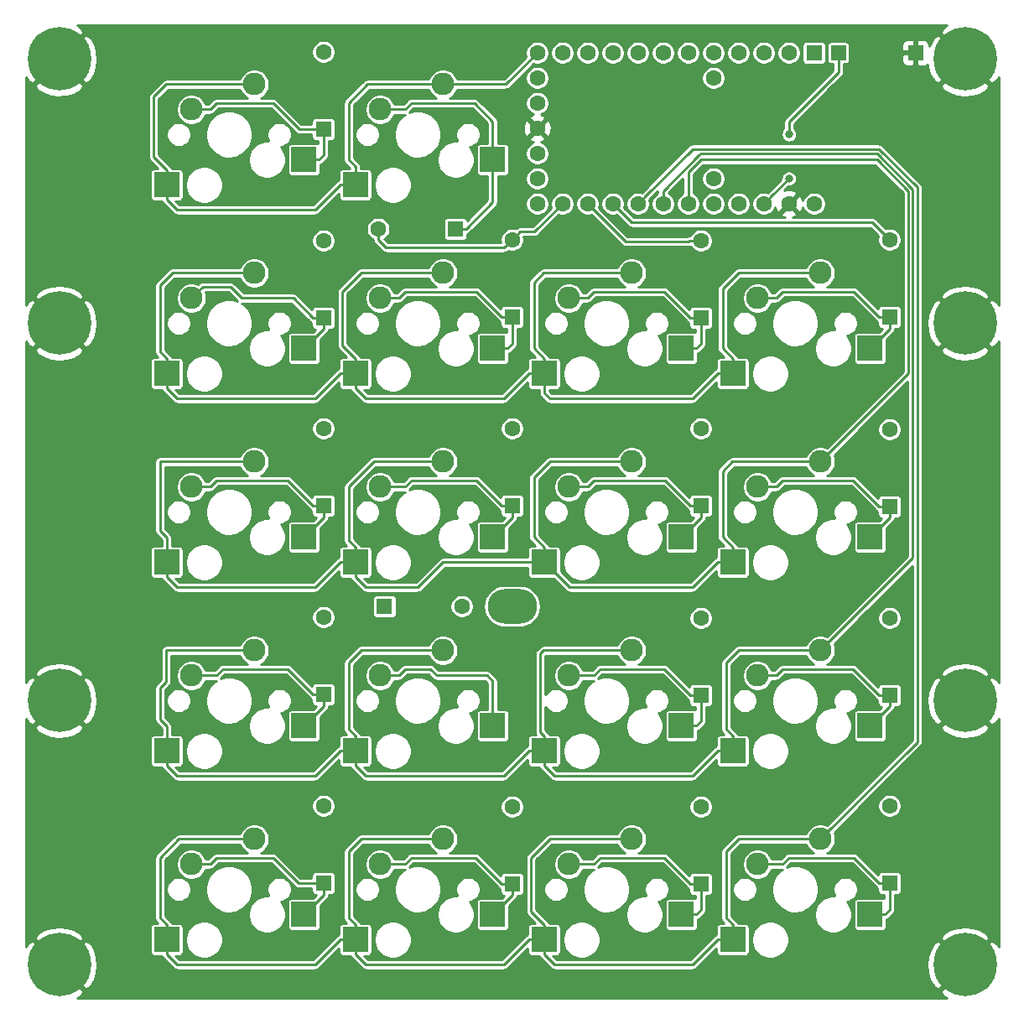
<source format=gbr>
G04 #@! TF.GenerationSoftware,KiCad,Pcbnew,(5.1.2)-2*
G04 #@! TF.CreationDate,2019-08-04T14:17:21-07:00*
G04 #@! TF.ProjectId,pcb v1.2,70636220-7631-42e3-922e-6b696361645f,rev?*
G04 #@! TF.SameCoordinates,Original*
G04 #@! TF.FileFunction,Copper,L2,Bot*
G04 #@! TF.FilePolarity,Positive*
%FSLAX46Y46*%
G04 Gerber Fmt 4.6, Leading zero omitted, Abs format (unit mm)*
G04 Created by KiCad (PCBNEW (5.1.2)-2) date 2019-08-04 14:17:21*
%MOMM*%
%LPD*%
G04 APERTURE LIST*
%ADD10O,5.000000X3.500000*%
%ADD11C,1.600000*%
%ADD12R,1.600000X1.600000*%
%ADD13R,2.550000X2.500000*%
%ADD14C,2.286000*%
%ADD15C,6.400000*%
%ADD16R,1.500000X1.500000*%
%ADD17C,0.800000*%
%ADD18C,0.250000*%
%ADD19C,0.254000*%
G04 APERTURE END LIST*
D10*
X126365000Y-86995000D03*
D11*
X128905000Y-38735000D03*
D12*
X156845000Y-31115000D03*
D11*
X154305000Y-31115000D03*
X151765000Y-31115000D03*
X149225000Y-31115000D03*
X146685000Y-31115000D03*
X144145000Y-31115000D03*
X141605000Y-31115000D03*
X139065000Y-31115000D03*
X136525000Y-31115000D03*
X133985000Y-31115000D03*
X131445000Y-31115000D03*
X128905000Y-31115000D03*
X128905000Y-33655000D03*
X128905000Y-36195000D03*
X128905000Y-41275000D03*
X128905000Y-43815000D03*
X128905000Y-46355000D03*
X131445000Y-46355000D03*
X133985000Y-46355000D03*
X136525000Y-46355000D03*
X139065000Y-46355000D03*
X141605000Y-46355000D03*
X144145000Y-46355000D03*
X146685000Y-46355000D03*
X149225000Y-46355000D03*
X151765000Y-46355000D03*
X154305000Y-46355000D03*
X156845000Y-46355000D03*
X146685000Y-33655000D03*
X146685000Y-43815000D03*
D13*
X143450000Y-80010000D03*
D14*
X132080000Y-74930000D03*
X138430000Y-72390000D03*
D13*
X129600000Y-82550000D03*
D12*
X113485000Y-86995000D03*
D11*
X121285000Y-86995000D03*
D12*
X107315000Y-57875000D03*
D11*
X107315000Y-50075000D03*
D12*
X126365000Y-57785000D03*
D11*
X126365000Y-49985000D03*
D12*
X145415000Y-57875000D03*
D11*
X145415000Y-50075000D03*
D12*
X164465000Y-57785000D03*
D11*
X164465000Y-49985000D03*
X107315000Y-69035000D03*
D12*
X107315000Y-76835000D03*
D11*
X126365000Y-69035000D03*
D12*
X126365000Y-76835000D03*
D11*
X145415000Y-69035000D03*
D12*
X145415000Y-76835000D03*
D11*
X164465000Y-69125000D03*
D12*
X164465000Y-76925000D03*
X107315000Y-95885000D03*
D11*
X107315000Y-88085000D03*
D12*
X145415000Y-95975000D03*
D11*
X145415000Y-88175000D03*
D12*
X164465000Y-95975000D03*
D11*
X164465000Y-88175000D03*
X107315000Y-107135000D03*
D12*
X107315000Y-114935000D03*
D11*
X126365000Y-107225000D03*
D12*
X126365000Y-115025000D03*
D11*
X145415000Y-107225000D03*
D12*
X145415000Y-115025000D03*
D11*
X164465000Y-107135000D03*
D12*
X164465000Y-114935000D03*
X107315000Y-38825000D03*
D11*
X107315000Y-31025000D03*
D13*
X91500000Y-63500000D03*
D14*
X100330000Y-53340000D03*
X93980000Y-55880000D03*
D13*
X105350000Y-60960000D03*
X110550000Y-63500000D03*
D14*
X119380000Y-53340000D03*
X113030000Y-55880000D03*
D13*
X124400000Y-60960000D03*
X129600000Y-63500000D03*
D14*
X138430000Y-53340000D03*
X132080000Y-55880000D03*
D13*
X143450000Y-60960000D03*
X162500000Y-60960000D03*
D14*
X151130000Y-55880000D03*
X157480000Y-53340000D03*
D13*
X148650000Y-63500000D03*
X105350000Y-80010000D03*
D14*
X93980000Y-74930000D03*
X100330000Y-72390000D03*
D13*
X91500000Y-82550000D03*
X110550000Y-82550000D03*
D14*
X119380000Y-72390000D03*
X113030000Y-74930000D03*
D13*
X124400000Y-80010000D03*
X148650000Y-82550000D03*
D14*
X157480000Y-72390000D03*
X151130000Y-74930000D03*
D13*
X162500000Y-80010000D03*
X91500000Y-101600000D03*
D14*
X100330000Y-91440000D03*
X93980000Y-93980000D03*
D13*
X105350000Y-99060000D03*
X124400000Y-99060000D03*
D14*
X113030000Y-93980000D03*
X119380000Y-91440000D03*
D13*
X110550000Y-101600000D03*
X129600000Y-101600000D03*
D14*
X138430000Y-91440000D03*
X132080000Y-93980000D03*
D13*
X143450000Y-99060000D03*
X148650000Y-101600000D03*
D14*
X157480000Y-91440000D03*
X151130000Y-93980000D03*
D13*
X162500000Y-99060000D03*
X105350000Y-118110000D03*
D14*
X93980000Y-113030000D03*
X100330000Y-110490000D03*
D13*
X91500000Y-120650000D03*
X110550000Y-120650000D03*
D14*
X119380000Y-110490000D03*
X113030000Y-113030000D03*
D13*
X124400000Y-118110000D03*
X143450000Y-118110000D03*
D14*
X132080000Y-113030000D03*
X138430000Y-110490000D03*
D13*
X129600000Y-120650000D03*
X162500000Y-118110000D03*
D14*
X151130000Y-113030000D03*
X157480000Y-110490000D03*
D13*
X148650000Y-120650000D03*
X105350000Y-41910000D03*
D14*
X93980000Y-36830000D03*
X100330000Y-34290000D03*
D13*
X91500000Y-44450000D03*
X124400000Y-41910000D03*
D14*
X113030000Y-36830000D03*
X119380000Y-34290000D03*
D13*
X110550000Y-44450000D03*
D12*
X120650000Y-48895000D03*
D11*
X112850000Y-48895000D03*
D15*
X80645000Y-31750000D03*
X172085000Y-31750000D03*
X172085000Y-58420000D03*
X80645000Y-58420000D03*
X80645000Y-96520000D03*
X172085000Y-96520000D03*
X80645000Y-123190000D03*
X172085000Y-123190000D03*
D16*
X159295000Y-31115000D03*
X167095000Y-31115000D03*
D17*
X154305000Y-43815000D03*
X154305000Y-39370000D03*
D18*
X126365000Y-77885000D02*
X126365000Y-76835000D01*
X126365000Y-78070000D02*
X126365000Y-77885000D01*
X124425000Y-80010000D02*
X126365000Y-78070000D01*
X124400000Y-80010000D02*
X124425000Y-80010000D01*
X113030000Y-74930000D02*
X115570000Y-74930000D01*
X115570000Y-74930000D02*
X116205000Y-74295000D01*
X125315000Y-76835000D02*
X126365000Y-76835000D01*
X122775000Y-74295000D02*
X125315000Y-76835000D01*
X116205000Y-74295000D02*
X122775000Y-74295000D01*
X128614999Y-49185001D02*
X131445000Y-46355000D01*
X126365000Y-49985000D02*
X127164999Y-49185001D01*
X127164999Y-49185001D02*
X128614999Y-49185001D01*
X112850000Y-50026370D02*
X113623630Y-50800000D01*
X112850000Y-48895000D02*
X112850000Y-50026370D01*
X125550000Y-50800000D02*
X126365000Y-49985000D01*
X113623630Y-50800000D02*
X125550000Y-50800000D01*
X145415000Y-77885000D02*
X145415000Y-76835000D01*
X145415000Y-78070000D02*
X145415000Y-77885000D01*
X143475000Y-80010000D02*
X145415000Y-78070000D01*
X143450000Y-80010000D02*
X143475000Y-80010000D01*
X132080000Y-74930000D02*
X133985000Y-74930000D01*
X133985000Y-74930000D02*
X134620000Y-74295000D01*
X144365000Y-76835000D02*
X145415000Y-76835000D01*
X141825000Y-74295000D02*
X144365000Y-76835000D01*
X134620000Y-74295000D02*
X141825000Y-74295000D01*
X144283630Y-50075000D02*
X144193630Y-50165000D01*
X145415000Y-50075000D02*
X144283630Y-50075000D01*
X137795000Y-50165000D02*
X133985000Y-46355000D01*
X144193630Y-50165000D02*
X137795000Y-50165000D01*
X164465000Y-77975000D02*
X164465000Y-76925000D01*
X164465000Y-78070000D02*
X164465000Y-77975000D01*
X162525000Y-80010000D02*
X164465000Y-78070000D01*
X162500000Y-80010000D02*
X162525000Y-80010000D01*
X151130000Y-74930000D02*
X153035000Y-74930000D01*
X153035000Y-74930000D02*
X153670000Y-74295000D01*
X163415000Y-76925000D02*
X164465000Y-76925000D01*
X160785000Y-74295000D02*
X163415000Y-76925000D01*
X153670000Y-74295000D02*
X160785000Y-74295000D01*
X107315000Y-96935000D02*
X107315000Y-95885000D01*
X107315000Y-97120000D02*
X107315000Y-96935000D01*
X105375000Y-99060000D02*
X107315000Y-97120000D01*
X105350000Y-99060000D02*
X105375000Y-99060000D01*
X93980000Y-93980000D02*
X96520000Y-93980000D01*
X96520000Y-93980000D02*
X97155000Y-93345000D01*
X106265000Y-95885000D02*
X107315000Y-95885000D01*
X103725000Y-93345000D02*
X106265000Y-95885000D01*
X97155000Y-93345000D02*
X103725000Y-93345000D01*
X162740000Y-48260000D02*
X164465000Y-49985000D01*
X138430000Y-48260000D02*
X136525000Y-46355000D01*
X162740000Y-48260000D02*
X138430000Y-48260000D01*
X145415000Y-97025000D02*
X145415000Y-95975000D01*
X145415000Y-98620000D02*
X145415000Y-97025000D01*
X144975000Y-99060000D02*
X145415000Y-98620000D01*
X143450000Y-99060000D02*
X144975000Y-99060000D01*
X132080000Y-93980000D02*
X134620000Y-93980000D01*
X134620000Y-93980000D02*
X135255000Y-93345000D01*
X144365000Y-95975000D02*
X145415000Y-95975000D01*
X141735000Y-93345000D02*
X144365000Y-95975000D01*
X135255000Y-93345000D02*
X141735000Y-93345000D01*
X164465000Y-97025000D02*
X164465000Y-95975000D01*
X164465000Y-97120000D02*
X164465000Y-97025000D01*
X162525000Y-99060000D02*
X164465000Y-97120000D01*
X162500000Y-99060000D02*
X162525000Y-99060000D01*
X151130000Y-93980000D02*
X153035000Y-93980000D01*
X153035000Y-93980000D02*
X153670000Y-93345000D01*
X163415000Y-95975000D02*
X164465000Y-95975000D01*
X160785000Y-93345000D02*
X163415000Y-95975000D01*
X153670000Y-93345000D02*
X160785000Y-93345000D01*
X107315000Y-115985000D02*
X107315000Y-114935000D01*
X107315000Y-116170000D02*
X107315000Y-115985000D01*
X105375000Y-118110000D02*
X107315000Y-116170000D01*
X105350000Y-118110000D02*
X105375000Y-118110000D01*
X93980000Y-113030000D02*
X95885000Y-113030000D01*
X95885000Y-113030000D02*
X96520000Y-112395000D01*
X96520000Y-112395000D02*
X102235000Y-112395000D01*
X104775000Y-114935000D02*
X107315000Y-114935000D01*
X102235000Y-112395000D02*
X104775000Y-114935000D01*
X126365000Y-116170000D02*
X126365000Y-115025000D01*
X124400000Y-118110000D02*
X124425000Y-118110000D01*
X124425000Y-118110000D02*
X126365000Y-116170000D01*
X113030000Y-113030000D02*
X115570000Y-113030000D01*
X115570000Y-113030000D02*
X116205000Y-112395000D01*
X125315000Y-115025000D02*
X126365000Y-115025000D01*
X122685000Y-112395000D02*
X125315000Y-115025000D01*
X116205000Y-112395000D02*
X122685000Y-112395000D01*
X164465000Y-115985000D02*
X164465000Y-114935000D01*
X164465000Y-117670000D02*
X164465000Y-115985000D01*
X164025000Y-118110000D02*
X164465000Y-117670000D01*
X162500000Y-118110000D02*
X164025000Y-118110000D01*
X151130000Y-113030000D02*
X153670000Y-113030000D01*
X153670000Y-113030000D02*
X154305000Y-112395000D01*
X163415000Y-114935000D02*
X164465000Y-114935000D01*
X160875000Y-112395000D02*
X163415000Y-114935000D01*
X154305000Y-112395000D02*
X160875000Y-112395000D01*
X91500000Y-65000000D02*
X92540000Y-66040000D01*
X91500000Y-63500000D02*
X91500000Y-65000000D01*
X109025000Y-63500000D02*
X110550000Y-63500000D01*
X106485000Y-66040000D02*
X109025000Y-63500000D01*
X92540000Y-66040000D02*
X106485000Y-66040000D01*
X110550000Y-65000000D02*
X111590000Y-66040000D01*
X110550000Y-63500000D02*
X110550000Y-65000000D01*
X128075000Y-63500000D02*
X129600000Y-63500000D01*
X125535000Y-66040000D02*
X128075000Y-63500000D01*
X111590000Y-66040000D02*
X125535000Y-66040000D01*
X129600000Y-63500000D02*
X129600000Y-65465000D01*
X129600000Y-65465000D02*
X130175000Y-66040000D01*
X147125000Y-63500000D02*
X148650000Y-63500000D01*
X144585000Y-66040000D02*
X147125000Y-63500000D01*
X130175000Y-66040000D02*
X144585000Y-66040000D01*
X110550000Y-62000000D02*
X109220000Y-60670000D01*
X110550000Y-63500000D02*
X110550000Y-62000000D01*
X109220000Y-60670000D02*
X109220000Y-55245000D01*
X111125000Y-53340000D02*
X119380000Y-53340000D01*
X109220000Y-55245000D02*
X111125000Y-53340000D01*
X129600000Y-62000000D02*
X128560000Y-60960000D01*
X129600000Y-63500000D02*
X129600000Y-62000000D01*
X128560000Y-60960000D02*
X128560000Y-54320000D01*
X129540000Y-53340000D02*
X138430000Y-53340000D01*
X128560000Y-54320000D02*
X129540000Y-53340000D01*
X148650000Y-62000000D02*
X147610000Y-60960000D01*
X148650000Y-63500000D02*
X148650000Y-62000000D01*
X147610000Y-60960000D02*
X147610000Y-54955000D01*
X149225000Y-53340000D02*
X157480000Y-53340000D01*
X147610000Y-54955000D02*
X149225000Y-53340000D01*
X91500000Y-62000000D02*
X90805000Y-61305000D01*
X91500000Y-63500000D02*
X91500000Y-62000000D01*
X90805000Y-61305000D02*
X90805000Y-54610000D01*
X92075000Y-53340000D02*
X100330000Y-53340000D01*
X90805000Y-54610000D02*
X92075000Y-53340000D01*
X91500000Y-84050000D02*
X92540000Y-85090000D01*
X91500000Y-82550000D02*
X91500000Y-84050000D01*
X109025000Y-82550000D02*
X110550000Y-82550000D01*
X106485000Y-85090000D02*
X109025000Y-82550000D01*
X92540000Y-85090000D02*
X106485000Y-85090000D01*
X129575000Y-82550000D02*
X129600000Y-82550000D01*
X129625000Y-82550000D02*
X132165000Y-85090000D01*
X129600000Y-82550000D02*
X129625000Y-82550000D01*
X147125000Y-82550000D02*
X148650000Y-82550000D01*
X144585000Y-85090000D02*
X147125000Y-82550000D01*
X132165000Y-85090000D02*
X144585000Y-85090000D01*
X91500000Y-80070000D02*
X91500000Y-82550000D01*
X90805000Y-79375000D02*
X91500000Y-80070000D01*
X100330000Y-72390000D02*
X90805000Y-72390000D01*
X90805000Y-72390000D02*
X90805000Y-79375000D01*
X110550000Y-81050000D02*
X109855000Y-80355000D01*
X110550000Y-82550000D02*
X110550000Y-81050000D01*
X109855000Y-80355000D02*
X109855000Y-74930000D01*
X112395000Y-72390000D02*
X119380000Y-72390000D01*
X109855000Y-74930000D02*
X112395000Y-72390000D01*
X148650000Y-81050000D02*
X147610000Y-80010000D01*
X148650000Y-82550000D02*
X148650000Y-81050000D01*
X147610000Y-80010000D02*
X147610000Y-73370000D01*
X148590000Y-72390000D02*
X157480000Y-72390000D01*
X147610000Y-73370000D02*
X148590000Y-72390000D01*
X129600000Y-81050000D02*
X128560000Y-80010000D01*
X129600000Y-82550000D02*
X129600000Y-81050000D01*
X128560000Y-80010000D02*
X128560000Y-74005000D01*
X130175000Y-72390000D02*
X138430000Y-72390000D01*
X128560000Y-74005000D02*
X130175000Y-72390000D01*
X110550000Y-84050000D02*
X111590000Y-85090000D01*
X110550000Y-82550000D02*
X110550000Y-84050000D01*
X111590000Y-85090000D02*
X116840000Y-85090000D01*
X119380000Y-82550000D02*
X129600000Y-82550000D01*
X116840000Y-85090000D02*
X119380000Y-82550000D01*
X166370000Y-63500000D02*
X157480000Y-72390000D01*
X166370000Y-45085000D02*
X166370000Y-63500000D01*
X163195000Y-41910000D02*
X166370000Y-45085000D01*
X145415000Y-41910000D02*
X163195000Y-41910000D01*
X144145000Y-46355000D02*
X144145000Y-43180000D01*
X144145000Y-43180000D02*
X145415000Y-41910000D01*
X91500000Y-103100000D02*
X92540000Y-104140000D01*
X91500000Y-101600000D02*
X91500000Y-103100000D01*
X109025000Y-101600000D02*
X110550000Y-101600000D01*
X106485000Y-104140000D02*
X109025000Y-101600000D01*
X92540000Y-104140000D02*
X106485000Y-104140000D01*
X110550000Y-103100000D02*
X111590000Y-104140000D01*
X110550000Y-101600000D02*
X110550000Y-103100000D01*
X128075000Y-101600000D02*
X129600000Y-101600000D01*
X125535000Y-104140000D02*
X128075000Y-101600000D01*
X111590000Y-104140000D02*
X125535000Y-104140000D01*
X129600000Y-103100000D02*
X130640000Y-104140000D01*
X129600000Y-101600000D02*
X129600000Y-103100000D01*
X147125000Y-101600000D02*
X148650000Y-101600000D01*
X144585000Y-104140000D02*
X147125000Y-101600000D01*
X130640000Y-104140000D02*
X144585000Y-104140000D01*
X91440000Y-94615000D02*
X90805000Y-95250000D01*
X90805000Y-95250000D02*
X90805000Y-98425000D01*
X91500000Y-99120000D02*
X91500000Y-101600000D01*
X90805000Y-98425000D02*
X91500000Y-99120000D01*
X148650000Y-100100000D02*
X147955000Y-99405000D01*
X148650000Y-101600000D02*
X148650000Y-100100000D01*
X147955000Y-99405000D02*
X147955000Y-92710000D01*
X149225000Y-91440000D02*
X157480000Y-91440000D01*
X147955000Y-92710000D02*
X149225000Y-91440000D01*
X129600000Y-100100000D02*
X129195000Y-99695000D01*
X129600000Y-101600000D02*
X129600000Y-100100000D01*
X129195000Y-99695000D02*
X129195000Y-91785000D01*
X129540000Y-91440000D02*
X138430000Y-91440000D01*
X129195000Y-91785000D02*
X129540000Y-91440000D01*
X110550000Y-100100000D02*
X109855000Y-99405000D01*
X110550000Y-101600000D02*
X110550000Y-100100000D01*
X109855000Y-99405000D02*
X109855000Y-92710000D01*
X111125000Y-91440000D02*
X119380000Y-91440000D01*
X109855000Y-92710000D02*
X111125000Y-91440000D01*
X91440000Y-91440000D02*
X100330000Y-91440000D01*
X91440000Y-91440000D02*
X91440000Y-94615000D01*
X141605000Y-45083590D02*
X141605000Y-46355000D01*
X145228599Y-41459991D02*
X141605000Y-45083590D01*
X166820010Y-82099990D02*
X166820009Y-44898599D01*
X157480000Y-91440000D02*
X166820010Y-82099990D01*
X166820009Y-44898599D02*
X163196410Y-41275000D01*
X163196410Y-41275000D02*
X145415000Y-41275000D01*
X145415000Y-41275000D02*
X145230010Y-41459990D01*
X145230010Y-41459990D02*
X145228599Y-41459991D01*
X91500000Y-122150000D02*
X92540000Y-123190000D01*
X91500000Y-120650000D02*
X91500000Y-122150000D01*
X109025000Y-120650000D02*
X110550000Y-120650000D01*
X106485000Y-123190000D02*
X109025000Y-120650000D01*
X92540000Y-123190000D02*
X106485000Y-123190000D01*
X110550000Y-122150000D02*
X111590000Y-123190000D01*
X110550000Y-120650000D02*
X110550000Y-122150000D01*
X128075000Y-120650000D02*
X129600000Y-120650000D01*
X125535000Y-123190000D02*
X128075000Y-120650000D01*
X111590000Y-123190000D02*
X125535000Y-123190000D01*
X129600000Y-122150000D02*
X130640000Y-123190000D01*
X129600000Y-120650000D02*
X129600000Y-122150000D01*
X147125000Y-120650000D02*
X148650000Y-120650000D01*
X144585000Y-123190000D02*
X147125000Y-120650000D01*
X130640000Y-123190000D02*
X144585000Y-123190000D01*
X91500000Y-119150000D02*
X90805000Y-118455000D01*
X91500000Y-120650000D02*
X91500000Y-119150000D01*
X90805000Y-118455000D02*
X90805000Y-112395000D01*
X92710000Y-110490000D02*
X100330000Y-110490000D01*
X90805000Y-112395000D02*
X92710000Y-110490000D01*
X148650000Y-119150000D02*
X147955000Y-118455000D01*
X148650000Y-120650000D02*
X148650000Y-119150000D01*
X147955000Y-118455000D02*
X147955000Y-111760000D01*
X149225000Y-110490000D02*
X157480000Y-110490000D01*
X147955000Y-111760000D02*
X149225000Y-110490000D01*
X129600000Y-119150000D02*
X128270000Y-117820000D01*
X129600000Y-120650000D02*
X129600000Y-119150000D01*
X128270000Y-117820000D02*
X128270000Y-112395000D01*
X130175000Y-110490000D02*
X138430000Y-110490000D01*
X128270000Y-112395000D02*
X130175000Y-110490000D01*
X110550000Y-119150000D02*
X109855000Y-118455000D01*
X110550000Y-120650000D02*
X110550000Y-119150000D01*
X109855000Y-118455000D02*
X109855000Y-111760000D01*
X111125000Y-110490000D02*
X119380000Y-110490000D01*
X109855000Y-111760000D02*
X111125000Y-110490000D01*
X139864999Y-45555001D02*
X139065000Y-46355000D01*
X144595010Y-40824990D02*
X139864999Y-45555001D01*
X163382810Y-40824990D02*
X144595010Y-40824990D01*
X167270018Y-44712198D02*
X163382810Y-40824990D01*
X167270019Y-100699981D02*
X167270018Y-44712198D01*
X157480000Y-110490000D02*
X167270019Y-100699981D01*
X107315000Y-58925000D02*
X107315000Y-57875000D01*
X107315000Y-59020000D02*
X107315000Y-58925000D01*
X105375000Y-60960000D02*
X107315000Y-59020000D01*
X105350000Y-60960000D02*
X105375000Y-60960000D01*
X95122999Y-54737001D02*
X97917001Y-54737001D01*
X93980000Y-55880000D02*
X95122999Y-54737001D01*
X97917001Y-54737001D02*
X99060000Y-55880000D01*
X106265000Y-57875000D02*
X107315000Y-57875000D01*
X104270000Y-55880000D02*
X106265000Y-57875000D01*
X99060000Y-55880000D02*
X104270000Y-55880000D01*
X126365000Y-58835000D02*
X126365000Y-57785000D01*
X126365000Y-60520000D02*
X126365000Y-58835000D01*
X125925000Y-60960000D02*
X126365000Y-60520000D01*
X124400000Y-60960000D02*
X125925000Y-60960000D01*
X113030000Y-55880000D02*
X114935000Y-55880000D01*
X114935000Y-55880000D02*
X115570000Y-55245000D01*
X125315000Y-57785000D02*
X126365000Y-57785000D01*
X122775000Y-55245000D02*
X125315000Y-57785000D01*
X115570000Y-55245000D02*
X122775000Y-55245000D01*
X145415000Y-58925000D02*
X145415000Y-57875000D01*
X145415000Y-60520000D02*
X145415000Y-58925000D01*
X144975000Y-60960000D02*
X145415000Y-60520000D01*
X143450000Y-60960000D02*
X144975000Y-60960000D01*
X132080000Y-55880000D02*
X133985000Y-55880000D01*
X133985000Y-55880000D02*
X134620000Y-55245000D01*
X144365000Y-57875000D02*
X145415000Y-57875000D01*
X141735000Y-55245000D02*
X144365000Y-57875000D01*
X134620000Y-55245000D02*
X141735000Y-55245000D01*
X164465000Y-58835000D02*
X164465000Y-57785000D01*
X164465000Y-59020000D02*
X164465000Y-58835000D01*
X162525000Y-60960000D02*
X164465000Y-59020000D01*
X162500000Y-60960000D02*
X162525000Y-60960000D01*
X151130000Y-55880000D02*
X153035000Y-55880000D01*
X153035000Y-55880000D02*
X153670000Y-55245000D01*
X163415000Y-57785000D02*
X164465000Y-57785000D01*
X160875000Y-55245000D02*
X163415000Y-57785000D01*
X153670000Y-55245000D02*
X160875000Y-55245000D01*
X107315000Y-77885000D02*
X107315000Y-76835000D01*
X107315000Y-78070000D02*
X107315000Y-77885000D01*
X105375000Y-80010000D02*
X107315000Y-78070000D01*
X105350000Y-80010000D02*
X105375000Y-80010000D01*
X106265000Y-76835000D02*
X107315000Y-76835000D01*
X103725000Y-74295000D02*
X106265000Y-76835000D01*
X96520000Y-74295000D02*
X103725000Y-74295000D01*
X95885000Y-74930000D02*
X96520000Y-74295000D01*
X93980000Y-74930000D02*
X95885000Y-74930000D01*
X124400000Y-99060000D02*
X124400000Y-94555000D01*
X123825000Y-93980000D02*
X118745000Y-93980000D01*
X124400000Y-94555000D02*
X123825000Y-93980000D01*
X118745000Y-93980000D02*
X118110000Y-93345000D01*
X118110000Y-93345000D02*
X115570000Y-93345000D01*
X114935000Y-93980000D02*
X113030000Y-93980000D01*
X115570000Y-93345000D02*
X114935000Y-93980000D01*
X145415000Y-116075000D02*
X145415000Y-115025000D01*
X145415000Y-117670000D02*
X145415000Y-116075000D01*
X144975000Y-118110000D02*
X145415000Y-117670000D01*
X143450000Y-118110000D02*
X144975000Y-118110000D01*
X132080000Y-113030000D02*
X134620000Y-113030000D01*
X134620000Y-113030000D02*
X135255000Y-112395000D01*
X144365000Y-115025000D02*
X145415000Y-115025000D01*
X141735000Y-112395000D02*
X144365000Y-115025000D01*
X135255000Y-112395000D02*
X141735000Y-112395000D01*
X107315000Y-39875000D02*
X107315000Y-38825000D01*
X107315000Y-41470000D02*
X107315000Y-39875000D01*
X106875000Y-41910000D02*
X107315000Y-41470000D01*
X105350000Y-41910000D02*
X106875000Y-41910000D01*
X93980000Y-36830000D02*
X95885000Y-36830000D01*
X95885000Y-36830000D02*
X96520000Y-36195000D01*
X96520000Y-36195000D02*
X102235000Y-36195000D01*
X104865000Y-38825000D02*
X107315000Y-38825000D01*
X102235000Y-36195000D02*
X104865000Y-38825000D01*
X113030000Y-36830000D02*
X115570000Y-36830000D01*
X115570000Y-36830000D02*
X116205000Y-36195000D01*
X116205000Y-36195000D02*
X122555000Y-36195000D01*
X124400000Y-38040000D02*
X124400000Y-41910000D01*
X122555000Y-36195000D02*
X124400000Y-38040000D01*
X121700000Y-48895000D02*
X120650000Y-48895000D01*
X124400000Y-46195000D02*
X121700000Y-48895000D01*
X124400000Y-41910000D02*
X124400000Y-46195000D01*
X91500000Y-45950000D02*
X92540000Y-46990000D01*
X91500000Y-44450000D02*
X91500000Y-45950000D01*
X109025000Y-44450000D02*
X110550000Y-44450000D01*
X106485000Y-46990000D02*
X109025000Y-44450000D01*
X92540000Y-46990000D02*
X106485000Y-46990000D01*
X91500000Y-42950000D02*
X90170000Y-41620000D01*
X91500000Y-44450000D02*
X91500000Y-42950000D01*
X90170000Y-41620000D02*
X90170000Y-35560000D01*
X91440000Y-34290000D02*
X100330000Y-34290000D01*
X90170000Y-35560000D02*
X91440000Y-34290000D01*
X110550000Y-44450000D02*
X110550000Y-42605000D01*
X110550000Y-42605000D02*
X109855000Y-41910000D01*
X109855000Y-41910000D02*
X109855000Y-36195000D01*
X111760000Y-34290000D02*
X119380000Y-34290000D01*
X109855000Y-36195000D02*
X111760000Y-34290000D01*
X125730000Y-34290000D02*
X128905000Y-31115000D01*
X119380000Y-34290000D02*
X125730000Y-34290000D01*
X151765000Y-46355000D02*
X152564999Y-45555001D01*
X152564999Y-45555001D02*
X154305000Y-43815000D01*
X154305000Y-43815000D02*
X154305000Y-43815000D01*
X154305000Y-39370000D02*
X154305000Y-38100000D01*
X159295000Y-33110000D02*
X159295000Y-31750000D01*
X154305000Y-38100000D02*
X159295000Y-33110000D01*
D19*
G36*
X169964330Y-28532445D02*
G01*
X169923912Y-28559452D01*
X169563724Y-29049119D01*
X172085000Y-31570395D01*
X172099143Y-31556253D01*
X172278748Y-31735858D01*
X172264605Y-31750000D01*
X174785881Y-34271276D01*
X175275548Y-33911088D01*
X175473000Y-33547219D01*
X175473000Y-56623107D01*
X175302555Y-56299330D01*
X175275548Y-56258912D01*
X174785881Y-55898724D01*
X172264605Y-58420000D01*
X174785881Y-60941276D01*
X175275548Y-60581088D01*
X175473000Y-60217219D01*
X175473001Y-94723108D01*
X175302555Y-94399330D01*
X175275548Y-94358912D01*
X174785881Y-93998724D01*
X172264605Y-96520000D01*
X174785881Y-99041276D01*
X175275548Y-98681088D01*
X175473001Y-98317218D01*
X175473001Y-121393108D01*
X175302555Y-121069330D01*
X175275548Y-121028912D01*
X174785881Y-120668724D01*
X172264605Y-123190000D01*
X172278748Y-123204143D01*
X172099143Y-123383748D01*
X172085000Y-123369605D01*
X169563724Y-125890881D01*
X169923912Y-126380548D01*
X170287781Y-126578000D01*
X82441893Y-126578000D01*
X82765670Y-126407555D01*
X82806088Y-126380548D01*
X83166276Y-125890881D01*
X80645000Y-123369605D01*
X80630858Y-123383748D01*
X80451253Y-123204143D01*
X80465395Y-123190000D01*
X80824605Y-123190000D01*
X83345881Y-125711276D01*
X83835548Y-125351088D01*
X84195849Y-124687118D01*
X84419694Y-123965615D01*
X84498480Y-123214305D01*
X84429178Y-122462062D01*
X84214452Y-121737792D01*
X83862555Y-121069330D01*
X83835548Y-121028912D01*
X83345881Y-120668724D01*
X80824605Y-123190000D01*
X80465395Y-123190000D01*
X77944119Y-120668724D01*
X77454452Y-121028912D01*
X77257000Y-121392781D01*
X77257000Y-120489119D01*
X78123724Y-120489119D01*
X80645000Y-123010395D01*
X83166276Y-120489119D01*
X82806088Y-119999452D01*
X82142118Y-119639151D01*
X81420615Y-119415306D01*
X80669305Y-119336520D01*
X79917062Y-119405822D01*
X79192792Y-119620548D01*
X78524330Y-119972445D01*
X78483912Y-119999452D01*
X78123724Y-120489119D01*
X77257000Y-120489119D01*
X77257000Y-107017106D01*
X106118000Y-107017106D01*
X106118000Y-107252894D01*
X106164000Y-107484152D01*
X106254232Y-107701992D01*
X106385229Y-107898043D01*
X106551957Y-108064771D01*
X106748008Y-108195768D01*
X106965848Y-108286000D01*
X107197106Y-108332000D01*
X107432894Y-108332000D01*
X107664152Y-108286000D01*
X107881992Y-108195768D01*
X108078043Y-108064771D01*
X108244771Y-107898043D01*
X108375768Y-107701992D01*
X108466000Y-107484152D01*
X108512000Y-107252894D01*
X108512000Y-107107106D01*
X125168000Y-107107106D01*
X125168000Y-107342894D01*
X125214000Y-107574152D01*
X125304232Y-107791992D01*
X125435229Y-107988043D01*
X125601957Y-108154771D01*
X125798008Y-108285768D01*
X126015848Y-108376000D01*
X126247106Y-108422000D01*
X126482894Y-108422000D01*
X126714152Y-108376000D01*
X126931992Y-108285768D01*
X127128043Y-108154771D01*
X127294771Y-107988043D01*
X127425768Y-107791992D01*
X127516000Y-107574152D01*
X127562000Y-107342894D01*
X127562000Y-107107106D01*
X144218000Y-107107106D01*
X144218000Y-107342894D01*
X144264000Y-107574152D01*
X144354232Y-107791992D01*
X144485229Y-107988043D01*
X144651957Y-108154771D01*
X144848008Y-108285768D01*
X145065848Y-108376000D01*
X145297106Y-108422000D01*
X145532894Y-108422000D01*
X145764152Y-108376000D01*
X145981992Y-108285768D01*
X146178043Y-108154771D01*
X146344771Y-107988043D01*
X146475768Y-107791992D01*
X146566000Y-107574152D01*
X146612000Y-107342894D01*
X146612000Y-107107106D01*
X146566000Y-106875848D01*
X146475768Y-106658008D01*
X146344771Y-106461957D01*
X146178043Y-106295229D01*
X145981992Y-106164232D01*
X145764152Y-106074000D01*
X145532894Y-106028000D01*
X145297106Y-106028000D01*
X145065848Y-106074000D01*
X144848008Y-106164232D01*
X144651957Y-106295229D01*
X144485229Y-106461957D01*
X144354232Y-106658008D01*
X144264000Y-106875848D01*
X144218000Y-107107106D01*
X127562000Y-107107106D01*
X127516000Y-106875848D01*
X127425768Y-106658008D01*
X127294771Y-106461957D01*
X127128043Y-106295229D01*
X126931992Y-106164232D01*
X126714152Y-106074000D01*
X126482894Y-106028000D01*
X126247106Y-106028000D01*
X126015848Y-106074000D01*
X125798008Y-106164232D01*
X125601957Y-106295229D01*
X125435229Y-106461957D01*
X125304232Y-106658008D01*
X125214000Y-106875848D01*
X125168000Y-107107106D01*
X108512000Y-107107106D01*
X108512000Y-107017106D01*
X108466000Y-106785848D01*
X108375768Y-106568008D01*
X108244771Y-106371957D01*
X108078043Y-106205229D01*
X107881992Y-106074232D01*
X107664152Y-105984000D01*
X107432894Y-105938000D01*
X107197106Y-105938000D01*
X106965848Y-105984000D01*
X106748008Y-106074232D01*
X106551957Y-106205229D01*
X106385229Y-106371957D01*
X106254232Y-106568008D01*
X106164000Y-106785848D01*
X106118000Y-107017106D01*
X77257000Y-107017106D01*
X77257000Y-99220881D01*
X78123724Y-99220881D01*
X78483912Y-99710548D01*
X79147882Y-100070849D01*
X79869385Y-100294694D01*
X80620695Y-100373480D01*
X81372938Y-100304178D01*
X82097208Y-100089452D01*
X82765670Y-99737555D01*
X82806088Y-99710548D01*
X83166276Y-99220881D01*
X80645000Y-96699605D01*
X78123724Y-99220881D01*
X77257000Y-99220881D01*
X77257000Y-98316893D01*
X77427445Y-98640670D01*
X77454452Y-98681088D01*
X77944119Y-99041276D01*
X80465395Y-96520000D01*
X80824605Y-96520000D01*
X83345881Y-99041276D01*
X83835548Y-98681088D01*
X84195849Y-98017118D01*
X84419694Y-97295615D01*
X84498480Y-96544305D01*
X84429178Y-95792062D01*
X84214452Y-95067792D01*
X83862555Y-94399330D01*
X83835548Y-94358912D01*
X83345881Y-93998724D01*
X80824605Y-96520000D01*
X80465395Y-96520000D01*
X77944119Y-93998724D01*
X77454452Y-94358912D01*
X77257000Y-94722781D01*
X77257000Y-93819119D01*
X78123724Y-93819119D01*
X80645000Y-96340395D01*
X83166276Y-93819119D01*
X82806088Y-93329452D01*
X82142118Y-92969151D01*
X81420615Y-92745306D01*
X80669305Y-92666520D01*
X79917062Y-92735822D01*
X79192792Y-92950548D01*
X78524330Y-93302445D01*
X78483912Y-93329452D01*
X78123724Y-93819119D01*
X77257000Y-93819119D01*
X77257000Y-87967106D01*
X106118000Y-87967106D01*
X106118000Y-88202894D01*
X106164000Y-88434152D01*
X106254232Y-88651992D01*
X106385229Y-88848043D01*
X106551957Y-89014771D01*
X106748008Y-89145768D01*
X106965848Y-89236000D01*
X107197106Y-89282000D01*
X107432894Y-89282000D01*
X107664152Y-89236000D01*
X107881992Y-89145768D01*
X108078043Y-89014771D01*
X108244771Y-88848043D01*
X108375768Y-88651992D01*
X108466000Y-88434152D01*
X108512000Y-88202894D01*
X108512000Y-87967106D01*
X108466000Y-87735848D01*
X108375768Y-87518008D01*
X108244771Y-87321957D01*
X108078043Y-87155229D01*
X107881992Y-87024232D01*
X107664152Y-86934000D01*
X107432894Y-86888000D01*
X107197106Y-86888000D01*
X106965848Y-86934000D01*
X106748008Y-87024232D01*
X106551957Y-87155229D01*
X106385229Y-87321957D01*
X106254232Y-87518008D01*
X106164000Y-87735848D01*
X106118000Y-87967106D01*
X77257000Y-87967106D01*
X77257000Y-86195000D01*
X112286080Y-86195000D01*
X112286080Y-87795000D01*
X112293745Y-87872825D01*
X112316446Y-87947660D01*
X112353310Y-88016628D01*
X112402921Y-88077079D01*
X112463372Y-88126690D01*
X112532340Y-88163554D01*
X112607175Y-88186255D01*
X112685000Y-88193920D01*
X114285000Y-88193920D01*
X114362825Y-88186255D01*
X114437660Y-88163554D01*
X114506628Y-88126690D01*
X114567079Y-88077079D01*
X114616690Y-88016628D01*
X114653554Y-87947660D01*
X114676255Y-87872825D01*
X114683920Y-87795000D01*
X114683920Y-86877106D01*
X120088000Y-86877106D01*
X120088000Y-87112894D01*
X120134000Y-87344152D01*
X120224232Y-87561992D01*
X120355229Y-87758043D01*
X120521957Y-87924771D01*
X120718008Y-88055768D01*
X120935848Y-88146000D01*
X121167106Y-88192000D01*
X121402894Y-88192000D01*
X121634152Y-88146000D01*
X121851992Y-88055768D01*
X122048043Y-87924771D01*
X122214771Y-87758043D01*
X122345768Y-87561992D01*
X122436000Y-87344152D01*
X122482000Y-87112894D01*
X122482000Y-86995000D01*
X123457612Y-86995000D01*
X123499066Y-87415886D01*
X123621833Y-87820597D01*
X123821197Y-88193581D01*
X124089496Y-88520504D01*
X124416419Y-88788803D01*
X124789403Y-88988167D01*
X125194114Y-89110934D01*
X125509530Y-89142000D01*
X127220470Y-89142000D01*
X127535886Y-89110934D01*
X127940597Y-88988167D01*
X128313581Y-88788803D01*
X128640504Y-88520504D01*
X128908803Y-88193581D01*
X128981750Y-88057106D01*
X144218000Y-88057106D01*
X144218000Y-88292894D01*
X144264000Y-88524152D01*
X144354232Y-88741992D01*
X144485229Y-88938043D01*
X144651957Y-89104771D01*
X144848008Y-89235768D01*
X145065848Y-89326000D01*
X145297106Y-89372000D01*
X145532894Y-89372000D01*
X145764152Y-89326000D01*
X145981992Y-89235768D01*
X146178043Y-89104771D01*
X146344771Y-88938043D01*
X146475768Y-88741992D01*
X146566000Y-88524152D01*
X146612000Y-88292894D01*
X146612000Y-88057106D01*
X146566000Y-87825848D01*
X146475768Y-87608008D01*
X146344771Y-87411957D01*
X146178043Y-87245229D01*
X145981992Y-87114232D01*
X145764152Y-87024000D01*
X145532894Y-86978000D01*
X145297106Y-86978000D01*
X145065848Y-87024000D01*
X144848008Y-87114232D01*
X144651957Y-87245229D01*
X144485229Y-87411957D01*
X144354232Y-87608008D01*
X144264000Y-87825848D01*
X144218000Y-88057106D01*
X128981750Y-88057106D01*
X129108167Y-87820597D01*
X129230934Y-87415886D01*
X129272388Y-86995000D01*
X129230934Y-86574114D01*
X129108167Y-86169403D01*
X128908803Y-85796419D01*
X128640504Y-85469496D01*
X128313581Y-85201197D01*
X127940597Y-85001833D01*
X127535886Y-84879066D01*
X127220470Y-84848000D01*
X125509530Y-84848000D01*
X125194114Y-84879066D01*
X124789403Y-85001833D01*
X124416419Y-85201197D01*
X124089496Y-85469496D01*
X123821197Y-85796419D01*
X123621833Y-86169403D01*
X123499066Y-86574114D01*
X123457612Y-86995000D01*
X122482000Y-86995000D01*
X122482000Y-86877106D01*
X122436000Y-86645848D01*
X122345768Y-86428008D01*
X122214771Y-86231957D01*
X122048043Y-86065229D01*
X121851992Y-85934232D01*
X121634152Y-85844000D01*
X121402894Y-85798000D01*
X121167106Y-85798000D01*
X120935848Y-85844000D01*
X120718008Y-85934232D01*
X120521957Y-86065229D01*
X120355229Y-86231957D01*
X120224232Y-86428008D01*
X120134000Y-86645848D01*
X120088000Y-86877106D01*
X114683920Y-86877106D01*
X114683920Y-86195000D01*
X114676255Y-86117175D01*
X114653554Y-86042340D01*
X114616690Y-85973372D01*
X114567079Y-85912921D01*
X114506628Y-85863310D01*
X114437660Y-85826446D01*
X114362825Y-85803745D01*
X114285000Y-85796080D01*
X112685000Y-85796080D01*
X112607175Y-85803745D01*
X112532340Y-85826446D01*
X112463372Y-85863310D01*
X112402921Y-85912921D01*
X112353310Y-85973372D01*
X112316446Y-86042340D01*
X112293745Y-86117175D01*
X112286080Y-86195000D01*
X77257000Y-86195000D01*
X77257000Y-81300000D01*
X89826080Y-81300000D01*
X89826080Y-83800000D01*
X89833745Y-83877825D01*
X89856446Y-83952660D01*
X89893310Y-84021628D01*
X89942921Y-84082079D01*
X90003372Y-84131690D01*
X90072340Y-84168554D01*
X90147175Y-84191255D01*
X90225000Y-84198920D01*
X90999687Y-84198920D01*
X91015403Y-84250727D01*
X91063874Y-84341410D01*
X91112763Y-84400982D01*
X91112767Y-84400986D01*
X91129106Y-84420895D01*
X91149015Y-84437234D01*
X92152766Y-85440986D01*
X92169105Y-85460895D01*
X92189014Y-85477234D01*
X92189017Y-85477237D01*
X92234084Y-85514223D01*
X92248590Y-85526127D01*
X92339273Y-85574598D01*
X92407821Y-85595392D01*
X92437669Y-85604446D01*
X92447493Y-85605413D01*
X92514364Y-85612000D01*
X92514371Y-85612000D01*
X92539999Y-85614524D01*
X92565627Y-85612000D01*
X106459372Y-85612000D01*
X106485000Y-85614524D01*
X106510628Y-85612000D01*
X106510636Y-85612000D01*
X106587330Y-85604446D01*
X106685727Y-85574598D01*
X106776410Y-85526127D01*
X106855895Y-85460895D01*
X106872238Y-85440981D01*
X108876080Y-83437139D01*
X108876080Y-83800000D01*
X108883745Y-83877825D01*
X108906446Y-83952660D01*
X108943310Y-84021628D01*
X108992921Y-84082079D01*
X109053372Y-84131690D01*
X109122340Y-84168554D01*
X109197175Y-84191255D01*
X109275000Y-84198920D01*
X110049687Y-84198920D01*
X110065403Y-84250727D01*
X110113874Y-84341410D01*
X110162763Y-84400982D01*
X110162767Y-84400986D01*
X110179106Y-84420895D01*
X110199015Y-84437234D01*
X111202766Y-85440986D01*
X111219105Y-85460895D01*
X111239014Y-85477234D01*
X111239017Y-85477237D01*
X111284084Y-85514223D01*
X111298590Y-85526127D01*
X111389273Y-85574598D01*
X111457821Y-85595392D01*
X111487669Y-85604446D01*
X111497493Y-85605413D01*
X111564364Y-85612000D01*
X111564371Y-85612000D01*
X111589999Y-85614524D01*
X111615627Y-85612000D01*
X116814372Y-85612000D01*
X116840000Y-85614524D01*
X116865628Y-85612000D01*
X116865636Y-85612000D01*
X116942330Y-85604446D01*
X117040727Y-85574598D01*
X117131410Y-85526127D01*
X117210895Y-85460895D01*
X117227238Y-85440981D01*
X119596219Y-83072000D01*
X127926080Y-83072000D01*
X127926080Y-83800000D01*
X127933745Y-83877825D01*
X127956446Y-83952660D01*
X127993310Y-84021628D01*
X128042921Y-84082079D01*
X128103372Y-84131690D01*
X128172340Y-84168554D01*
X128247175Y-84191255D01*
X128325000Y-84198920D01*
X130535701Y-84198920D01*
X131777762Y-85440981D01*
X131794105Y-85460895D01*
X131873590Y-85526127D01*
X131964273Y-85574598D01*
X132032821Y-85595392D01*
X132062669Y-85604446D01*
X132072493Y-85605413D01*
X132139364Y-85612000D01*
X132139371Y-85612000D01*
X132164999Y-85614524D01*
X132190627Y-85612000D01*
X144559372Y-85612000D01*
X144585000Y-85614524D01*
X144610628Y-85612000D01*
X144610636Y-85612000D01*
X144687330Y-85604446D01*
X144785727Y-85574598D01*
X144876410Y-85526127D01*
X144955895Y-85460895D01*
X144972238Y-85440981D01*
X146976080Y-83437139D01*
X146976080Y-83800000D01*
X146983745Y-83877825D01*
X147006446Y-83952660D01*
X147043310Y-84021628D01*
X147092921Y-84082079D01*
X147153372Y-84131690D01*
X147222340Y-84168554D01*
X147297175Y-84191255D01*
X147375000Y-84198920D01*
X149925000Y-84198920D01*
X150002825Y-84191255D01*
X150077660Y-84168554D01*
X150146628Y-84131690D01*
X150207079Y-84082079D01*
X150256690Y-84021628D01*
X150293554Y-83952660D01*
X150316255Y-83877825D01*
X150323920Y-83800000D01*
X150323920Y-82363162D01*
X150503000Y-82363162D01*
X150503000Y-82736838D01*
X150575900Y-83103335D01*
X150718900Y-83448567D01*
X150926504Y-83759267D01*
X151190733Y-84023496D01*
X151501433Y-84231100D01*
X151846665Y-84374100D01*
X152213162Y-84447000D01*
X152586838Y-84447000D01*
X152953335Y-84374100D01*
X153298567Y-84231100D01*
X153609267Y-84023496D01*
X153873496Y-83759267D01*
X154081100Y-83448567D01*
X154224100Y-83103335D01*
X154297000Y-82736838D01*
X154297000Y-82363162D01*
X154224100Y-81996665D01*
X154081100Y-81651433D01*
X153873496Y-81340733D01*
X153609267Y-81076504D01*
X153298567Y-80868900D01*
X152953335Y-80725900D01*
X152586838Y-80653000D01*
X152213162Y-80653000D01*
X151846665Y-80725900D01*
X151501433Y-80868900D01*
X151190733Y-81076504D01*
X150926504Y-81340733D01*
X150718900Y-81651433D01*
X150575900Y-81996665D01*
X150503000Y-82363162D01*
X150323920Y-82363162D01*
X150323920Y-81300000D01*
X150316255Y-81222175D01*
X150293554Y-81147340D01*
X150256690Y-81078372D01*
X150207079Y-81017921D01*
X150146628Y-80968310D01*
X150077660Y-80931446D01*
X150002825Y-80908745D01*
X149925000Y-80901080D01*
X149150313Y-80901080D01*
X149134598Y-80849273D01*
X149086127Y-80758590D01*
X149042953Y-80705982D01*
X149037237Y-80699017D01*
X149037234Y-80699014D01*
X149020895Y-80679105D01*
X149000986Y-80662766D01*
X148132000Y-79793781D01*
X148132000Y-77347093D01*
X148612100Y-77347093D01*
X148612100Y-77592907D01*
X148660056Y-77833999D01*
X148754125Y-78061102D01*
X148890693Y-78265490D01*
X149064510Y-78439307D01*
X149268898Y-78575875D01*
X149496001Y-78669944D01*
X149737093Y-78717900D01*
X149982907Y-78717900D01*
X150223999Y-78669944D01*
X150451102Y-78575875D01*
X150655490Y-78439307D01*
X150829307Y-78265490D01*
X150965875Y-78061102D01*
X151059944Y-77833999D01*
X151107900Y-77592907D01*
X151107900Y-77347093D01*
X151085508Y-77234517D01*
X152549100Y-77234517D01*
X152549100Y-77705483D01*
X152640981Y-78167400D01*
X152821212Y-78602516D01*
X153082866Y-78994110D01*
X153415890Y-79327134D01*
X153807484Y-79588788D01*
X154242600Y-79769019D01*
X154704517Y-79860900D01*
X155175483Y-79860900D01*
X155365204Y-79823162D01*
X156853000Y-79823162D01*
X156853000Y-80196838D01*
X156925900Y-80563335D01*
X157068900Y-80908567D01*
X157276504Y-81219267D01*
X157540733Y-81483496D01*
X157851433Y-81691100D01*
X158196665Y-81834100D01*
X158563162Y-81907000D01*
X158936838Y-81907000D01*
X159303335Y-81834100D01*
X159648567Y-81691100D01*
X159959267Y-81483496D01*
X160223496Y-81219267D01*
X160431100Y-80908567D01*
X160574100Y-80563335D01*
X160647000Y-80196838D01*
X160647000Y-79823162D01*
X160574100Y-79456665D01*
X160431100Y-79111433D01*
X160223496Y-78800733D01*
X160140663Y-78717900D01*
X160142907Y-78717900D01*
X160383999Y-78669944D01*
X160611102Y-78575875D01*
X160815490Y-78439307D01*
X160989307Y-78265490D01*
X161125875Y-78061102D01*
X161219944Y-77833999D01*
X161267900Y-77592907D01*
X161267900Y-77347093D01*
X161219944Y-77106001D01*
X161125875Y-76878898D01*
X160989307Y-76674510D01*
X160815490Y-76500693D01*
X160611102Y-76364125D01*
X160383999Y-76270056D01*
X160142907Y-76222100D01*
X159897093Y-76222100D01*
X159656001Y-76270056D01*
X159428898Y-76364125D01*
X159224510Y-76500693D01*
X159050693Y-76674510D01*
X158914125Y-76878898D01*
X158820056Y-77106001D01*
X158772100Y-77347093D01*
X158772100Y-77592907D01*
X158820056Y-77833999D01*
X158914125Y-78061102D01*
X158950636Y-78115745D01*
X158936838Y-78113000D01*
X158563162Y-78113000D01*
X158196665Y-78185900D01*
X157851433Y-78328900D01*
X157540733Y-78536504D01*
X157276504Y-78800733D01*
X157068900Y-79111433D01*
X156925900Y-79456665D01*
X156853000Y-79823162D01*
X155365204Y-79823162D01*
X155637400Y-79769019D01*
X156072516Y-79588788D01*
X156464110Y-79327134D01*
X156797134Y-78994110D01*
X157058788Y-78602516D01*
X157239019Y-78167400D01*
X157330900Y-77705483D01*
X157330900Y-77234517D01*
X157239019Y-76772600D01*
X157058788Y-76337484D01*
X156797134Y-75945890D01*
X156464110Y-75612866D01*
X156072516Y-75351212D01*
X155637400Y-75170981D01*
X155175483Y-75079100D01*
X154704517Y-75079100D01*
X154242600Y-75170981D01*
X153807484Y-75351212D01*
X153415890Y-75612866D01*
X153082866Y-75945890D01*
X152821212Y-76337484D01*
X152640981Y-76772600D01*
X152549100Y-77234517D01*
X151085508Y-77234517D01*
X151059944Y-77106001D01*
X150965875Y-76878898D01*
X150829307Y-76674510D01*
X150655490Y-76500693D01*
X150451102Y-76364125D01*
X150223999Y-76270056D01*
X149982907Y-76222100D01*
X149737093Y-76222100D01*
X149496001Y-76270056D01*
X149268898Y-76364125D01*
X149064510Y-76500693D01*
X148890693Y-76674510D01*
X148754125Y-76878898D01*
X148660056Y-77106001D01*
X148612100Y-77347093D01*
X148132000Y-77347093D01*
X148132000Y-73586219D01*
X148806219Y-72912000D01*
X156029336Y-72912000D01*
X156115270Y-73119463D01*
X156283804Y-73371693D01*
X156498307Y-73586196D01*
X156750537Y-73754730D01*
X156794645Y-73773000D01*
X153695636Y-73773000D01*
X153670000Y-73770475D01*
X153567669Y-73780554D01*
X153489478Y-73804273D01*
X153469273Y-73810402D01*
X153378590Y-73858873D01*
X153340333Y-73890270D01*
X153319017Y-73907763D01*
X153319014Y-73907766D01*
X153299105Y-73924105D01*
X153282766Y-73944014D01*
X152818781Y-74408000D01*
X152580664Y-74408000D01*
X152494730Y-74200537D01*
X152326196Y-73948307D01*
X152111693Y-73733804D01*
X151859463Y-73565270D01*
X151579201Y-73449182D01*
X151281677Y-73390000D01*
X150978323Y-73390000D01*
X150680799Y-73449182D01*
X150400537Y-73565270D01*
X150148307Y-73733804D01*
X149933804Y-73948307D01*
X149765270Y-74200537D01*
X149649182Y-74480799D01*
X149590000Y-74778323D01*
X149590000Y-75081677D01*
X149649182Y-75379201D01*
X149765270Y-75659463D01*
X149933804Y-75911693D01*
X150148307Y-76126196D01*
X150400537Y-76294730D01*
X150680799Y-76410818D01*
X150978323Y-76470000D01*
X151281677Y-76470000D01*
X151579201Y-76410818D01*
X151859463Y-76294730D01*
X152111693Y-76126196D01*
X152326196Y-75911693D01*
X152494730Y-75659463D01*
X152580664Y-75452000D01*
X153009372Y-75452000D01*
X153035000Y-75454524D01*
X153060628Y-75452000D01*
X153060636Y-75452000D01*
X153137330Y-75444446D01*
X153235727Y-75414598D01*
X153326410Y-75366127D01*
X153405895Y-75300895D01*
X153422238Y-75280981D01*
X153886220Y-74817000D01*
X160568781Y-74817000D01*
X163027766Y-77275986D01*
X163044105Y-77295895D01*
X163064014Y-77312234D01*
X163064017Y-77312237D01*
X163072987Y-77319598D01*
X163123590Y-77361127D01*
X163214273Y-77409598D01*
X163266080Y-77425313D01*
X163266080Y-77725000D01*
X163273745Y-77802825D01*
X163296446Y-77877660D01*
X163333310Y-77946628D01*
X163382921Y-78007079D01*
X163443372Y-78056690D01*
X163512340Y-78093554D01*
X163587175Y-78116255D01*
X163665000Y-78123920D01*
X163672861Y-78123920D01*
X163435701Y-78361080D01*
X161225000Y-78361080D01*
X161147175Y-78368745D01*
X161072340Y-78391446D01*
X161003372Y-78428310D01*
X160942921Y-78477921D01*
X160893310Y-78538372D01*
X160856446Y-78607340D01*
X160833745Y-78682175D01*
X160826080Y-78760000D01*
X160826080Y-81260000D01*
X160833745Y-81337825D01*
X160856446Y-81412660D01*
X160893310Y-81481628D01*
X160942921Y-81542079D01*
X161003372Y-81591690D01*
X161072340Y-81628554D01*
X161147175Y-81651255D01*
X161225000Y-81658920D01*
X163775000Y-81658920D01*
X163852825Y-81651255D01*
X163927660Y-81628554D01*
X163996628Y-81591690D01*
X164057079Y-81542079D01*
X164106690Y-81481628D01*
X164143554Y-81412660D01*
X164166255Y-81337825D01*
X164173920Y-81260000D01*
X164173920Y-79099299D01*
X164815981Y-78457238D01*
X164835895Y-78440895D01*
X164901127Y-78361410D01*
X164949598Y-78270727D01*
X164975330Y-78185900D01*
X164979446Y-78172331D01*
X164984214Y-78123920D01*
X165265000Y-78123920D01*
X165342825Y-78116255D01*
X165417660Y-78093554D01*
X165486628Y-78056690D01*
X165547079Y-78007079D01*
X165596690Y-77946628D01*
X165633554Y-77877660D01*
X165656255Y-77802825D01*
X165663920Y-77725000D01*
X165663920Y-76125000D01*
X165656255Y-76047175D01*
X165633554Y-75972340D01*
X165596690Y-75903372D01*
X165547079Y-75842921D01*
X165486628Y-75793310D01*
X165417660Y-75756446D01*
X165342825Y-75733745D01*
X165265000Y-75726080D01*
X163665000Y-75726080D01*
X163587175Y-75733745D01*
X163512340Y-75756446D01*
X163443372Y-75793310D01*
X163382921Y-75842921D01*
X163333310Y-75903372D01*
X163296446Y-75972340D01*
X163274129Y-76045909D01*
X161172238Y-73944019D01*
X161155895Y-73924105D01*
X161076410Y-73858873D01*
X160985727Y-73810402D01*
X160887330Y-73780554D01*
X160810636Y-73773000D01*
X160810628Y-73773000D01*
X160785000Y-73770476D01*
X160759372Y-73773000D01*
X158165355Y-73773000D01*
X158209463Y-73754730D01*
X158461693Y-73586196D01*
X158676196Y-73371693D01*
X158844730Y-73119463D01*
X158960818Y-72839201D01*
X159020000Y-72541677D01*
X159020000Y-72238323D01*
X158960818Y-71940799D01*
X158874884Y-71733335D01*
X161601113Y-69007106D01*
X163268000Y-69007106D01*
X163268000Y-69242894D01*
X163314000Y-69474152D01*
X163404232Y-69691992D01*
X163535229Y-69888043D01*
X163701957Y-70054771D01*
X163898008Y-70185768D01*
X164115848Y-70276000D01*
X164347106Y-70322000D01*
X164582894Y-70322000D01*
X164814152Y-70276000D01*
X165031992Y-70185768D01*
X165228043Y-70054771D01*
X165394771Y-69888043D01*
X165525768Y-69691992D01*
X165616000Y-69474152D01*
X165662000Y-69242894D01*
X165662000Y-69007106D01*
X165616000Y-68775848D01*
X165525768Y-68558008D01*
X165394771Y-68361957D01*
X165228043Y-68195229D01*
X165031992Y-68064232D01*
X164814152Y-67974000D01*
X164582894Y-67928000D01*
X164347106Y-67928000D01*
X164115848Y-67974000D01*
X163898008Y-68064232D01*
X163701957Y-68195229D01*
X163535229Y-68361957D01*
X163404232Y-68558008D01*
X163314000Y-68775848D01*
X163268000Y-69007106D01*
X161601113Y-69007106D01*
X166298010Y-64310210D01*
X166298011Y-81883769D01*
X158136665Y-90045116D01*
X157929201Y-89959182D01*
X157631677Y-89900000D01*
X157328323Y-89900000D01*
X157030799Y-89959182D01*
X156750537Y-90075270D01*
X156498307Y-90243804D01*
X156283804Y-90458307D01*
X156115270Y-90710537D01*
X156029336Y-90918000D01*
X149250627Y-90918000D01*
X149224999Y-90915476D01*
X149199371Y-90918000D01*
X149199364Y-90918000D01*
X149132493Y-90924587D01*
X149122669Y-90925554D01*
X149092821Y-90934608D01*
X149024273Y-90955402D01*
X148933590Y-91003873D01*
X148854105Y-91069105D01*
X148837763Y-91089018D01*
X147604015Y-92322766D01*
X147584106Y-92339105D01*
X147567767Y-92359014D01*
X147567763Y-92359018D01*
X147518874Y-92418590D01*
X147470403Y-92509273D01*
X147440554Y-92607670D01*
X147430476Y-92710000D01*
X147433001Y-92735638D01*
X147433000Y-99379372D01*
X147430476Y-99405000D01*
X147433000Y-99430628D01*
X147433000Y-99430635D01*
X147440554Y-99507329D01*
X147470402Y-99605726D01*
X147518873Y-99696410D01*
X147584105Y-99775895D01*
X147604019Y-99792238D01*
X147762861Y-99951080D01*
X147375000Y-99951080D01*
X147297175Y-99958745D01*
X147222340Y-99981446D01*
X147153372Y-100018310D01*
X147092921Y-100067921D01*
X147043310Y-100128372D01*
X147006446Y-100197340D01*
X146983745Y-100272175D01*
X146976080Y-100350000D01*
X146976080Y-101099687D01*
X146924273Y-101115402D01*
X146833590Y-101163873D01*
X146754105Y-101229105D01*
X146737762Y-101249019D01*
X144368781Y-103618000D01*
X130856220Y-103618000D01*
X130487139Y-103248920D01*
X130875000Y-103248920D01*
X130952825Y-103241255D01*
X131027660Y-103218554D01*
X131096628Y-103181690D01*
X131157079Y-103132079D01*
X131206690Y-103071628D01*
X131243554Y-103002660D01*
X131266255Y-102927825D01*
X131273920Y-102850000D01*
X131273920Y-101413162D01*
X131453000Y-101413162D01*
X131453000Y-101786838D01*
X131525900Y-102153335D01*
X131668900Y-102498567D01*
X131876504Y-102809267D01*
X132140733Y-103073496D01*
X132451433Y-103281100D01*
X132796665Y-103424100D01*
X133163162Y-103497000D01*
X133536838Y-103497000D01*
X133903335Y-103424100D01*
X134248567Y-103281100D01*
X134559267Y-103073496D01*
X134823496Y-102809267D01*
X135031100Y-102498567D01*
X135174100Y-102153335D01*
X135247000Y-101786838D01*
X135247000Y-101413162D01*
X135174100Y-101046665D01*
X135031100Y-100701433D01*
X134823496Y-100390733D01*
X134559267Y-100126504D01*
X134248567Y-99918900D01*
X133903335Y-99775900D01*
X133536838Y-99703000D01*
X133163162Y-99703000D01*
X132796665Y-99775900D01*
X132451433Y-99918900D01*
X132140733Y-100126504D01*
X131876504Y-100390733D01*
X131668900Y-100701433D01*
X131525900Y-101046665D01*
X131453000Y-101413162D01*
X131273920Y-101413162D01*
X131273920Y-100350000D01*
X131266255Y-100272175D01*
X131243554Y-100197340D01*
X131206690Y-100128372D01*
X131157079Y-100067921D01*
X131096628Y-100018310D01*
X131027660Y-99981446D01*
X130952825Y-99958745D01*
X130875000Y-99951080D01*
X130100313Y-99951080D01*
X130084598Y-99899273D01*
X130036127Y-99808590D01*
X129970895Y-99729105D01*
X129950981Y-99712762D01*
X129717000Y-99478781D01*
X129717000Y-97130371D01*
X129840693Y-97315490D01*
X130014510Y-97489307D01*
X130218898Y-97625875D01*
X130446001Y-97719944D01*
X130687093Y-97767900D01*
X130932907Y-97767900D01*
X131173999Y-97719944D01*
X131401102Y-97625875D01*
X131605490Y-97489307D01*
X131779307Y-97315490D01*
X131915875Y-97111102D01*
X132009944Y-96883999D01*
X132057900Y-96642907D01*
X132057900Y-96397093D01*
X132009944Y-96156001D01*
X131915875Y-95928898D01*
X131779307Y-95724510D01*
X131605490Y-95550693D01*
X131401102Y-95414125D01*
X131173999Y-95320056D01*
X130932907Y-95272100D01*
X130687093Y-95272100D01*
X130446001Y-95320056D01*
X130218898Y-95414125D01*
X130014510Y-95550693D01*
X129840693Y-95724510D01*
X129717000Y-95909629D01*
X129717000Y-92001219D01*
X129756219Y-91962000D01*
X136979336Y-91962000D01*
X137065270Y-92169463D01*
X137233804Y-92421693D01*
X137448307Y-92636196D01*
X137700537Y-92804730D01*
X137744645Y-92823000D01*
X135280636Y-92823000D01*
X135255000Y-92820475D01*
X135152669Y-92830554D01*
X135054273Y-92860402D01*
X134963590Y-92908873D01*
X134925333Y-92940270D01*
X134904017Y-92957763D01*
X134904014Y-92957766D01*
X134884105Y-92974105D01*
X134867766Y-92994014D01*
X134403781Y-93458000D01*
X133530664Y-93458000D01*
X133444730Y-93250537D01*
X133276196Y-92998307D01*
X133061693Y-92783804D01*
X132809463Y-92615270D01*
X132529201Y-92499182D01*
X132231677Y-92440000D01*
X131928323Y-92440000D01*
X131630799Y-92499182D01*
X131350537Y-92615270D01*
X131098307Y-92783804D01*
X130883804Y-92998307D01*
X130715270Y-93250537D01*
X130599182Y-93530799D01*
X130540000Y-93828323D01*
X130540000Y-94131677D01*
X130599182Y-94429201D01*
X130715270Y-94709463D01*
X130883804Y-94961693D01*
X131098307Y-95176196D01*
X131350537Y-95344730D01*
X131630799Y-95460818D01*
X131928323Y-95520000D01*
X132231677Y-95520000D01*
X132529201Y-95460818D01*
X132809463Y-95344730D01*
X133061693Y-95176196D01*
X133276196Y-94961693D01*
X133444730Y-94709463D01*
X133530664Y-94502000D01*
X134594372Y-94502000D01*
X134605067Y-94503053D01*
X134365890Y-94662866D01*
X134032866Y-94995890D01*
X133771212Y-95387484D01*
X133590981Y-95822600D01*
X133499100Y-96284517D01*
X133499100Y-96755483D01*
X133590981Y-97217400D01*
X133771212Y-97652516D01*
X134032866Y-98044110D01*
X134365890Y-98377134D01*
X134757484Y-98638788D01*
X135192600Y-98819019D01*
X135654517Y-98910900D01*
X136125483Y-98910900D01*
X136315204Y-98873162D01*
X137803000Y-98873162D01*
X137803000Y-99246838D01*
X137875900Y-99613335D01*
X138018900Y-99958567D01*
X138226504Y-100269267D01*
X138490733Y-100533496D01*
X138801433Y-100741100D01*
X139146665Y-100884100D01*
X139513162Y-100957000D01*
X139886838Y-100957000D01*
X140253335Y-100884100D01*
X140598567Y-100741100D01*
X140909267Y-100533496D01*
X141173496Y-100269267D01*
X141381100Y-99958567D01*
X141524100Y-99613335D01*
X141597000Y-99246838D01*
X141597000Y-98873162D01*
X141524100Y-98506665D01*
X141381100Y-98161433D01*
X141173496Y-97850733D01*
X141090663Y-97767900D01*
X141092907Y-97767900D01*
X141333999Y-97719944D01*
X141561102Y-97625875D01*
X141765490Y-97489307D01*
X141939307Y-97315490D01*
X142075875Y-97111102D01*
X142169944Y-96883999D01*
X142217900Y-96642907D01*
X142217900Y-96397093D01*
X142169944Y-96156001D01*
X142075875Y-95928898D01*
X141939307Y-95724510D01*
X141765490Y-95550693D01*
X141561102Y-95414125D01*
X141333999Y-95320056D01*
X141092907Y-95272100D01*
X140847093Y-95272100D01*
X140606001Y-95320056D01*
X140378898Y-95414125D01*
X140174510Y-95550693D01*
X140000693Y-95724510D01*
X139864125Y-95928898D01*
X139770056Y-96156001D01*
X139722100Y-96397093D01*
X139722100Y-96642907D01*
X139770056Y-96883999D01*
X139864125Y-97111102D01*
X139900636Y-97165745D01*
X139886838Y-97163000D01*
X139513162Y-97163000D01*
X139146665Y-97235900D01*
X138801433Y-97378900D01*
X138490733Y-97586504D01*
X138226504Y-97850733D01*
X138018900Y-98161433D01*
X137875900Y-98506665D01*
X137803000Y-98873162D01*
X136315204Y-98873162D01*
X136587400Y-98819019D01*
X137022516Y-98638788D01*
X137414110Y-98377134D01*
X137747134Y-98044110D01*
X138008788Y-97652516D01*
X138189019Y-97217400D01*
X138280900Y-96755483D01*
X138280900Y-96284517D01*
X138189019Y-95822600D01*
X138008788Y-95387484D01*
X137747134Y-94995890D01*
X137414110Y-94662866D01*
X137022516Y-94401212D01*
X136587400Y-94220981D01*
X136125483Y-94129100D01*
X135654517Y-94129100D01*
X135192600Y-94220981D01*
X135063949Y-94274270D01*
X135471220Y-93867000D01*
X141518781Y-93867000D01*
X143977766Y-96325986D01*
X143994105Y-96345895D01*
X144014014Y-96362234D01*
X144014017Y-96362237D01*
X144022987Y-96369598D01*
X144073590Y-96411127D01*
X144164273Y-96459598D01*
X144216080Y-96475313D01*
X144216080Y-96775000D01*
X144223745Y-96852825D01*
X144246446Y-96927660D01*
X144283310Y-96996628D01*
X144332921Y-97057079D01*
X144393372Y-97106690D01*
X144462340Y-97143554D01*
X144537175Y-97166255D01*
X144615000Y-97173920D01*
X144893001Y-97173920D01*
X144893001Y-97449646D01*
X144877660Y-97441446D01*
X144802825Y-97418745D01*
X144725000Y-97411080D01*
X142175000Y-97411080D01*
X142097175Y-97418745D01*
X142022340Y-97441446D01*
X141953372Y-97478310D01*
X141892921Y-97527921D01*
X141843310Y-97588372D01*
X141806446Y-97657340D01*
X141783745Y-97732175D01*
X141776080Y-97810000D01*
X141776080Y-100310000D01*
X141783745Y-100387825D01*
X141806446Y-100462660D01*
X141843310Y-100531628D01*
X141892921Y-100592079D01*
X141953372Y-100641690D01*
X142022340Y-100678554D01*
X142097175Y-100701255D01*
X142175000Y-100708920D01*
X144725000Y-100708920D01*
X144802825Y-100701255D01*
X144877660Y-100678554D01*
X144946628Y-100641690D01*
X145007079Y-100592079D01*
X145056690Y-100531628D01*
X145093554Y-100462660D01*
X145116255Y-100387825D01*
X145123920Y-100310000D01*
X145123920Y-99560313D01*
X145175727Y-99544598D01*
X145266410Y-99496127D01*
X145345895Y-99430895D01*
X145362238Y-99410981D01*
X145765986Y-99007234D01*
X145785895Y-98990895D01*
X145802234Y-98970986D01*
X145802237Y-98970983D01*
X145828118Y-98939446D01*
X145851127Y-98911410D01*
X145899598Y-98820727D01*
X145929446Y-98722330D01*
X145937000Y-98645636D01*
X145937000Y-98645628D01*
X145939524Y-98620000D01*
X145937000Y-98594372D01*
X145937000Y-97173920D01*
X146215000Y-97173920D01*
X146292825Y-97166255D01*
X146367660Y-97143554D01*
X146436628Y-97106690D01*
X146497079Y-97057079D01*
X146546690Y-96996628D01*
X146583554Y-96927660D01*
X146606255Y-96852825D01*
X146613920Y-96775000D01*
X146613920Y-95175000D01*
X146606255Y-95097175D01*
X146583554Y-95022340D01*
X146546690Y-94953372D01*
X146497079Y-94892921D01*
X146436628Y-94843310D01*
X146367660Y-94806446D01*
X146292825Y-94783745D01*
X146215000Y-94776080D01*
X144615000Y-94776080D01*
X144537175Y-94783745D01*
X144462340Y-94806446D01*
X144393372Y-94843310D01*
X144332921Y-94892921D01*
X144283310Y-94953372D01*
X144246446Y-95022340D01*
X144224129Y-95095909D01*
X142122238Y-92994019D01*
X142105895Y-92974105D01*
X142026410Y-92908873D01*
X141935727Y-92860402D01*
X141837330Y-92830554D01*
X141760636Y-92823000D01*
X141760628Y-92823000D01*
X141735000Y-92820476D01*
X141709372Y-92823000D01*
X139115355Y-92823000D01*
X139159463Y-92804730D01*
X139411693Y-92636196D01*
X139626196Y-92421693D01*
X139794730Y-92169463D01*
X139910818Y-91889201D01*
X139970000Y-91591677D01*
X139970000Y-91288323D01*
X139910818Y-90990799D01*
X139794730Y-90710537D01*
X139626196Y-90458307D01*
X139411693Y-90243804D01*
X139159463Y-90075270D01*
X138879201Y-89959182D01*
X138581677Y-89900000D01*
X138278323Y-89900000D01*
X137980799Y-89959182D01*
X137700537Y-90075270D01*
X137448307Y-90243804D01*
X137233804Y-90458307D01*
X137065270Y-90710537D01*
X136979336Y-90918000D01*
X129565628Y-90918000D01*
X129540000Y-90915476D01*
X129514372Y-90918000D01*
X129514364Y-90918000D01*
X129446632Y-90924671D01*
X129437669Y-90925554D01*
X129339273Y-90955402D01*
X129248590Y-91003873D01*
X129169105Y-91069105D01*
X129152763Y-91089018D01*
X128844015Y-91397766D01*
X128824106Y-91414105D01*
X128807767Y-91434014D01*
X128807763Y-91434018D01*
X128758874Y-91493590D01*
X128710403Y-91584273D01*
X128680554Y-91682670D01*
X128670476Y-91785000D01*
X128673001Y-91810638D01*
X128673000Y-99669372D01*
X128670476Y-99695000D01*
X128673000Y-99720628D01*
X128673000Y-99720635D01*
X128676482Y-99755982D01*
X128680554Y-99797330D01*
X128683970Y-99808590D01*
X128710402Y-99895726D01*
X128739989Y-99951080D01*
X128325000Y-99951080D01*
X128247175Y-99958745D01*
X128172340Y-99981446D01*
X128103372Y-100018310D01*
X128042921Y-100067921D01*
X127993310Y-100128372D01*
X127956446Y-100197340D01*
X127933745Y-100272175D01*
X127926080Y-100350000D01*
X127926080Y-101099687D01*
X127874273Y-101115402D01*
X127783590Y-101163873D01*
X127704105Y-101229105D01*
X127687762Y-101249019D01*
X125318781Y-103618000D01*
X111806220Y-103618000D01*
X111437139Y-103248920D01*
X111825000Y-103248920D01*
X111902825Y-103241255D01*
X111977660Y-103218554D01*
X112046628Y-103181690D01*
X112107079Y-103132079D01*
X112156690Y-103071628D01*
X112193554Y-103002660D01*
X112216255Y-102927825D01*
X112223920Y-102850000D01*
X112223920Y-101413162D01*
X112403000Y-101413162D01*
X112403000Y-101786838D01*
X112475900Y-102153335D01*
X112618900Y-102498567D01*
X112826504Y-102809267D01*
X113090733Y-103073496D01*
X113401433Y-103281100D01*
X113746665Y-103424100D01*
X114113162Y-103497000D01*
X114486838Y-103497000D01*
X114853335Y-103424100D01*
X115198567Y-103281100D01*
X115509267Y-103073496D01*
X115773496Y-102809267D01*
X115981100Y-102498567D01*
X116124100Y-102153335D01*
X116197000Y-101786838D01*
X116197000Y-101413162D01*
X116124100Y-101046665D01*
X115981100Y-100701433D01*
X115773496Y-100390733D01*
X115509267Y-100126504D01*
X115198567Y-99918900D01*
X114853335Y-99775900D01*
X114486838Y-99703000D01*
X114113162Y-99703000D01*
X113746665Y-99775900D01*
X113401433Y-99918900D01*
X113090733Y-100126504D01*
X112826504Y-100390733D01*
X112618900Y-100701433D01*
X112475900Y-101046665D01*
X112403000Y-101413162D01*
X112223920Y-101413162D01*
X112223920Y-100350000D01*
X112216255Y-100272175D01*
X112193554Y-100197340D01*
X112156690Y-100128372D01*
X112107079Y-100067921D01*
X112046628Y-100018310D01*
X111977660Y-99981446D01*
X111902825Y-99958745D01*
X111825000Y-99951080D01*
X111050313Y-99951080D01*
X111034598Y-99899273D01*
X110986127Y-99808590D01*
X110920895Y-99729105D01*
X110900981Y-99712762D01*
X110377000Y-99188781D01*
X110377000Y-96397093D01*
X110512100Y-96397093D01*
X110512100Y-96642907D01*
X110560056Y-96883999D01*
X110654125Y-97111102D01*
X110790693Y-97315490D01*
X110964510Y-97489307D01*
X111168898Y-97625875D01*
X111396001Y-97719944D01*
X111637093Y-97767900D01*
X111882907Y-97767900D01*
X112123999Y-97719944D01*
X112351102Y-97625875D01*
X112555490Y-97489307D01*
X112729307Y-97315490D01*
X112865875Y-97111102D01*
X112959944Y-96883999D01*
X113007900Y-96642907D01*
X113007900Y-96397093D01*
X112985508Y-96284517D01*
X114449100Y-96284517D01*
X114449100Y-96755483D01*
X114540981Y-97217400D01*
X114721212Y-97652516D01*
X114982866Y-98044110D01*
X115315890Y-98377134D01*
X115707484Y-98638788D01*
X116142600Y-98819019D01*
X116604517Y-98910900D01*
X117075483Y-98910900D01*
X117265204Y-98873162D01*
X118753000Y-98873162D01*
X118753000Y-99246838D01*
X118825900Y-99613335D01*
X118968900Y-99958567D01*
X119176504Y-100269267D01*
X119440733Y-100533496D01*
X119751433Y-100741100D01*
X120096665Y-100884100D01*
X120463162Y-100957000D01*
X120836838Y-100957000D01*
X121203335Y-100884100D01*
X121548567Y-100741100D01*
X121859267Y-100533496D01*
X122123496Y-100269267D01*
X122331100Y-99958567D01*
X122474100Y-99613335D01*
X122547000Y-99246838D01*
X122547000Y-98873162D01*
X122474100Y-98506665D01*
X122331100Y-98161433D01*
X122123496Y-97850733D01*
X122040663Y-97767900D01*
X122042907Y-97767900D01*
X122283999Y-97719944D01*
X122511102Y-97625875D01*
X122715490Y-97489307D01*
X122889307Y-97315490D01*
X123025875Y-97111102D01*
X123119944Y-96883999D01*
X123167900Y-96642907D01*
X123167900Y-96397093D01*
X123119944Y-96156001D01*
X123025875Y-95928898D01*
X122889307Y-95724510D01*
X122715490Y-95550693D01*
X122511102Y-95414125D01*
X122283999Y-95320056D01*
X122042907Y-95272100D01*
X121797093Y-95272100D01*
X121556001Y-95320056D01*
X121328898Y-95414125D01*
X121124510Y-95550693D01*
X120950693Y-95724510D01*
X120814125Y-95928898D01*
X120720056Y-96156001D01*
X120672100Y-96397093D01*
X120672100Y-96642907D01*
X120720056Y-96883999D01*
X120814125Y-97111102D01*
X120850636Y-97165745D01*
X120836838Y-97163000D01*
X120463162Y-97163000D01*
X120096665Y-97235900D01*
X119751433Y-97378900D01*
X119440733Y-97586504D01*
X119176504Y-97850733D01*
X118968900Y-98161433D01*
X118825900Y-98506665D01*
X118753000Y-98873162D01*
X117265204Y-98873162D01*
X117537400Y-98819019D01*
X117972516Y-98638788D01*
X118364110Y-98377134D01*
X118697134Y-98044110D01*
X118958788Y-97652516D01*
X119139019Y-97217400D01*
X119230900Y-96755483D01*
X119230900Y-96284517D01*
X119139019Y-95822600D01*
X118958788Y-95387484D01*
X118697134Y-94995890D01*
X118364110Y-94662866D01*
X117972516Y-94401212D01*
X117537400Y-94220981D01*
X117075483Y-94129100D01*
X116604517Y-94129100D01*
X116142600Y-94220981D01*
X115707484Y-94401212D01*
X115315890Y-94662866D01*
X114982866Y-94995890D01*
X114721212Y-95387484D01*
X114540981Y-95822600D01*
X114449100Y-96284517D01*
X112985508Y-96284517D01*
X112959944Y-96156001D01*
X112865875Y-95928898D01*
X112729307Y-95724510D01*
X112555490Y-95550693D01*
X112351102Y-95414125D01*
X112123999Y-95320056D01*
X111882907Y-95272100D01*
X111637093Y-95272100D01*
X111396001Y-95320056D01*
X111168898Y-95414125D01*
X110964510Y-95550693D01*
X110790693Y-95724510D01*
X110654125Y-95928898D01*
X110560056Y-96156001D01*
X110512100Y-96397093D01*
X110377000Y-96397093D01*
X110377000Y-93828323D01*
X111490000Y-93828323D01*
X111490000Y-94131677D01*
X111549182Y-94429201D01*
X111665270Y-94709463D01*
X111833804Y-94961693D01*
X112048307Y-95176196D01*
X112300537Y-95344730D01*
X112580799Y-95460818D01*
X112878323Y-95520000D01*
X113181677Y-95520000D01*
X113479201Y-95460818D01*
X113759463Y-95344730D01*
X114011693Y-95176196D01*
X114226196Y-94961693D01*
X114394730Y-94709463D01*
X114480664Y-94502000D01*
X114909372Y-94502000D01*
X114935000Y-94504524D01*
X114960628Y-94502000D01*
X114960636Y-94502000D01*
X115037330Y-94494446D01*
X115135727Y-94464598D01*
X115226410Y-94416127D01*
X115305895Y-94350895D01*
X115322238Y-94330981D01*
X115786220Y-93867000D01*
X117893781Y-93867000D01*
X118357766Y-94330986D01*
X118374105Y-94350895D01*
X118394014Y-94367234D01*
X118394017Y-94367237D01*
X118415333Y-94384730D01*
X118453590Y-94416127D01*
X118544271Y-94464597D01*
X118544273Y-94464598D01*
X118642669Y-94494446D01*
X118745000Y-94504525D01*
X118770636Y-94502000D01*
X123608781Y-94502000D01*
X123878001Y-94771221D01*
X123878000Y-97411080D01*
X123125000Y-97411080D01*
X123047175Y-97418745D01*
X122972340Y-97441446D01*
X122903372Y-97478310D01*
X122842921Y-97527921D01*
X122793310Y-97588372D01*
X122756446Y-97657340D01*
X122733745Y-97732175D01*
X122726080Y-97810000D01*
X122726080Y-100310000D01*
X122733745Y-100387825D01*
X122756446Y-100462660D01*
X122793310Y-100531628D01*
X122842921Y-100592079D01*
X122903372Y-100641690D01*
X122972340Y-100678554D01*
X123047175Y-100701255D01*
X123125000Y-100708920D01*
X125675000Y-100708920D01*
X125752825Y-100701255D01*
X125827660Y-100678554D01*
X125896628Y-100641690D01*
X125957079Y-100592079D01*
X126006690Y-100531628D01*
X126043554Y-100462660D01*
X126066255Y-100387825D01*
X126073920Y-100310000D01*
X126073920Y-97810000D01*
X126066255Y-97732175D01*
X126043554Y-97657340D01*
X126006690Y-97588372D01*
X125957079Y-97527921D01*
X125896628Y-97478310D01*
X125827660Y-97441446D01*
X125752825Y-97418745D01*
X125675000Y-97411080D01*
X124922000Y-97411080D01*
X124922000Y-94580628D01*
X124924524Y-94555000D01*
X124922000Y-94529372D01*
X124922000Y-94529364D01*
X124914446Y-94452670D01*
X124884598Y-94354273D01*
X124836127Y-94263590D01*
X124801159Y-94220981D01*
X124787237Y-94204017D01*
X124787234Y-94204014D01*
X124770895Y-94184105D01*
X124750986Y-94167766D01*
X124212236Y-93629017D01*
X124195895Y-93609105D01*
X124116410Y-93543873D01*
X124025727Y-93495402D01*
X123927330Y-93465554D01*
X123850636Y-93458000D01*
X123850628Y-93458000D01*
X123825000Y-93455476D01*
X123799372Y-93458000D01*
X118961220Y-93458000D01*
X118497238Y-92994019D01*
X118480895Y-92974105D01*
X118401410Y-92908873D01*
X118310727Y-92860402D01*
X118212330Y-92830554D01*
X118135636Y-92823000D01*
X118135628Y-92823000D01*
X118110000Y-92820476D01*
X118084372Y-92823000D01*
X115595636Y-92823000D01*
X115570000Y-92820475D01*
X115467669Y-92830554D01*
X115369273Y-92860402D01*
X115278590Y-92908873D01*
X115240333Y-92940270D01*
X115219017Y-92957763D01*
X115219014Y-92957766D01*
X115199105Y-92974105D01*
X115182766Y-92994014D01*
X114718781Y-93458000D01*
X114480664Y-93458000D01*
X114394730Y-93250537D01*
X114226196Y-92998307D01*
X114011693Y-92783804D01*
X113759463Y-92615270D01*
X113479201Y-92499182D01*
X113181677Y-92440000D01*
X112878323Y-92440000D01*
X112580799Y-92499182D01*
X112300537Y-92615270D01*
X112048307Y-92783804D01*
X111833804Y-92998307D01*
X111665270Y-93250537D01*
X111549182Y-93530799D01*
X111490000Y-93828323D01*
X110377000Y-93828323D01*
X110377000Y-92926219D01*
X111341219Y-91962000D01*
X117929336Y-91962000D01*
X118015270Y-92169463D01*
X118183804Y-92421693D01*
X118398307Y-92636196D01*
X118650537Y-92804730D01*
X118930799Y-92920818D01*
X119228323Y-92980000D01*
X119531677Y-92980000D01*
X119829201Y-92920818D01*
X120109463Y-92804730D01*
X120361693Y-92636196D01*
X120576196Y-92421693D01*
X120744730Y-92169463D01*
X120860818Y-91889201D01*
X120920000Y-91591677D01*
X120920000Y-91288323D01*
X120860818Y-90990799D01*
X120744730Y-90710537D01*
X120576196Y-90458307D01*
X120361693Y-90243804D01*
X120109463Y-90075270D01*
X119829201Y-89959182D01*
X119531677Y-89900000D01*
X119228323Y-89900000D01*
X118930799Y-89959182D01*
X118650537Y-90075270D01*
X118398307Y-90243804D01*
X118183804Y-90458307D01*
X118015270Y-90710537D01*
X117929336Y-90918000D01*
X111150627Y-90918000D01*
X111124999Y-90915476D01*
X111099371Y-90918000D01*
X111099364Y-90918000D01*
X111032493Y-90924587D01*
X111022669Y-90925554D01*
X110992821Y-90934608D01*
X110924273Y-90955402D01*
X110833590Y-91003873D01*
X110754105Y-91069105D01*
X110737763Y-91089018D01*
X109504015Y-92322766D01*
X109484106Y-92339105D01*
X109467767Y-92359014D01*
X109467763Y-92359018D01*
X109418874Y-92418590D01*
X109370403Y-92509273D01*
X109340554Y-92607670D01*
X109330476Y-92710000D01*
X109333001Y-92735638D01*
X109333000Y-99379372D01*
X109330476Y-99405000D01*
X109333000Y-99430628D01*
X109333000Y-99430635D01*
X109340554Y-99507329D01*
X109370402Y-99605726D01*
X109418873Y-99696410D01*
X109484105Y-99775895D01*
X109504019Y-99792238D01*
X109662861Y-99951080D01*
X109275000Y-99951080D01*
X109197175Y-99958745D01*
X109122340Y-99981446D01*
X109053372Y-100018310D01*
X108992921Y-100067921D01*
X108943310Y-100128372D01*
X108906446Y-100197340D01*
X108883745Y-100272175D01*
X108876080Y-100350000D01*
X108876080Y-101099687D01*
X108824273Y-101115402D01*
X108733590Y-101163873D01*
X108654105Y-101229105D01*
X108637762Y-101249019D01*
X106268781Y-103618000D01*
X92756220Y-103618000D01*
X92387139Y-103248920D01*
X92775000Y-103248920D01*
X92852825Y-103241255D01*
X92927660Y-103218554D01*
X92996628Y-103181690D01*
X93057079Y-103132079D01*
X93106690Y-103071628D01*
X93143554Y-103002660D01*
X93166255Y-102927825D01*
X93173920Y-102850000D01*
X93173920Y-101413162D01*
X93353000Y-101413162D01*
X93353000Y-101786838D01*
X93425900Y-102153335D01*
X93568900Y-102498567D01*
X93776504Y-102809267D01*
X94040733Y-103073496D01*
X94351433Y-103281100D01*
X94696665Y-103424100D01*
X95063162Y-103497000D01*
X95436838Y-103497000D01*
X95803335Y-103424100D01*
X96148567Y-103281100D01*
X96459267Y-103073496D01*
X96723496Y-102809267D01*
X96931100Y-102498567D01*
X97074100Y-102153335D01*
X97147000Y-101786838D01*
X97147000Y-101413162D01*
X97074100Y-101046665D01*
X96931100Y-100701433D01*
X96723496Y-100390733D01*
X96459267Y-100126504D01*
X96148567Y-99918900D01*
X95803335Y-99775900D01*
X95436838Y-99703000D01*
X95063162Y-99703000D01*
X94696665Y-99775900D01*
X94351433Y-99918900D01*
X94040733Y-100126504D01*
X93776504Y-100390733D01*
X93568900Y-100701433D01*
X93425900Y-101046665D01*
X93353000Y-101413162D01*
X93173920Y-101413162D01*
X93173920Y-100350000D01*
X93166255Y-100272175D01*
X93143554Y-100197340D01*
X93106690Y-100128372D01*
X93057079Y-100067921D01*
X92996628Y-100018310D01*
X92927660Y-99981446D01*
X92852825Y-99958745D01*
X92775000Y-99951080D01*
X92022000Y-99951080D01*
X92022000Y-99145627D01*
X92024524Y-99119999D01*
X92022000Y-99094371D01*
X92022000Y-99094364D01*
X92014446Y-99017670D01*
X91984598Y-98919273D01*
X91936127Y-98828590D01*
X91870895Y-98749105D01*
X91850981Y-98732762D01*
X91327000Y-98208781D01*
X91327000Y-96397093D01*
X91462100Y-96397093D01*
X91462100Y-96642907D01*
X91510056Y-96883999D01*
X91604125Y-97111102D01*
X91740693Y-97315490D01*
X91914510Y-97489307D01*
X92118898Y-97625875D01*
X92346001Y-97719944D01*
X92587093Y-97767900D01*
X92832907Y-97767900D01*
X93073999Y-97719944D01*
X93301102Y-97625875D01*
X93505490Y-97489307D01*
X93679307Y-97315490D01*
X93815875Y-97111102D01*
X93909944Y-96883999D01*
X93957900Y-96642907D01*
X93957900Y-96397093D01*
X93909944Y-96156001D01*
X93815875Y-95928898D01*
X93679307Y-95724510D01*
X93505490Y-95550693D01*
X93301102Y-95414125D01*
X93073999Y-95320056D01*
X92832907Y-95272100D01*
X92587093Y-95272100D01*
X92346001Y-95320056D01*
X92118898Y-95414125D01*
X91914510Y-95550693D01*
X91740693Y-95724510D01*
X91604125Y-95928898D01*
X91510056Y-96156001D01*
X91462100Y-96397093D01*
X91327000Y-96397093D01*
X91327000Y-95466219D01*
X91790986Y-95002234D01*
X91810895Y-94985895D01*
X91827234Y-94965986D01*
X91827237Y-94965983D01*
X91846724Y-94942237D01*
X91876127Y-94906410D01*
X91924598Y-94815727D01*
X91948918Y-94735554D01*
X91954446Y-94717331D01*
X91964525Y-94615000D01*
X91962000Y-94589364D01*
X91962000Y-91962000D01*
X98879336Y-91962000D01*
X98965270Y-92169463D01*
X99133804Y-92421693D01*
X99348307Y-92636196D01*
X99600537Y-92804730D01*
X99644645Y-92823000D01*
X97180636Y-92823000D01*
X97155000Y-92820475D01*
X97052669Y-92830554D01*
X96954273Y-92860402D01*
X96863590Y-92908873D01*
X96825333Y-92940270D01*
X96804017Y-92957763D01*
X96804014Y-92957766D01*
X96784105Y-92974105D01*
X96767766Y-92994014D01*
X96303781Y-93458000D01*
X95430664Y-93458000D01*
X95344730Y-93250537D01*
X95176196Y-92998307D01*
X94961693Y-92783804D01*
X94709463Y-92615270D01*
X94429201Y-92499182D01*
X94131677Y-92440000D01*
X93828323Y-92440000D01*
X93530799Y-92499182D01*
X93250537Y-92615270D01*
X92998307Y-92783804D01*
X92783804Y-92998307D01*
X92615270Y-93250537D01*
X92499182Y-93530799D01*
X92440000Y-93828323D01*
X92440000Y-94131677D01*
X92499182Y-94429201D01*
X92615270Y-94709463D01*
X92783804Y-94961693D01*
X92998307Y-95176196D01*
X93250537Y-95344730D01*
X93530799Y-95460818D01*
X93828323Y-95520000D01*
X94131677Y-95520000D01*
X94429201Y-95460818D01*
X94709463Y-95344730D01*
X94961693Y-95176196D01*
X95176196Y-94961693D01*
X95344730Y-94709463D01*
X95430664Y-94502000D01*
X96494372Y-94502000D01*
X96505067Y-94503053D01*
X96265890Y-94662866D01*
X95932866Y-94995890D01*
X95671212Y-95387484D01*
X95490981Y-95822600D01*
X95399100Y-96284517D01*
X95399100Y-96755483D01*
X95490981Y-97217400D01*
X95671212Y-97652516D01*
X95932866Y-98044110D01*
X96265890Y-98377134D01*
X96657484Y-98638788D01*
X97092600Y-98819019D01*
X97554517Y-98910900D01*
X98025483Y-98910900D01*
X98215204Y-98873162D01*
X99703000Y-98873162D01*
X99703000Y-99246838D01*
X99775900Y-99613335D01*
X99918900Y-99958567D01*
X100126504Y-100269267D01*
X100390733Y-100533496D01*
X100701433Y-100741100D01*
X101046665Y-100884100D01*
X101413162Y-100957000D01*
X101786838Y-100957000D01*
X102153335Y-100884100D01*
X102498567Y-100741100D01*
X102809267Y-100533496D01*
X103073496Y-100269267D01*
X103281100Y-99958567D01*
X103424100Y-99613335D01*
X103497000Y-99246838D01*
X103497000Y-98873162D01*
X103424100Y-98506665D01*
X103281100Y-98161433D01*
X103073496Y-97850733D01*
X102990663Y-97767900D01*
X102992907Y-97767900D01*
X103233999Y-97719944D01*
X103461102Y-97625875D01*
X103665490Y-97489307D01*
X103839307Y-97315490D01*
X103975875Y-97111102D01*
X104069944Y-96883999D01*
X104117900Y-96642907D01*
X104117900Y-96397093D01*
X104069944Y-96156001D01*
X103975875Y-95928898D01*
X103839307Y-95724510D01*
X103665490Y-95550693D01*
X103461102Y-95414125D01*
X103233999Y-95320056D01*
X102992907Y-95272100D01*
X102747093Y-95272100D01*
X102506001Y-95320056D01*
X102278898Y-95414125D01*
X102074510Y-95550693D01*
X101900693Y-95724510D01*
X101764125Y-95928898D01*
X101670056Y-96156001D01*
X101622100Y-96397093D01*
X101622100Y-96642907D01*
X101670056Y-96883999D01*
X101764125Y-97111102D01*
X101800636Y-97165745D01*
X101786838Y-97163000D01*
X101413162Y-97163000D01*
X101046665Y-97235900D01*
X100701433Y-97378900D01*
X100390733Y-97586504D01*
X100126504Y-97850733D01*
X99918900Y-98161433D01*
X99775900Y-98506665D01*
X99703000Y-98873162D01*
X98215204Y-98873162D01*
X98487400Y-98819019D01*
X98922516Y-98638788D01*
X99314110Y-98377134D01*
X99647134Y-98044110D01*
X99908788Y-97652516D01*
X100089019Y-97217400D01*
X100180900Y-96755483D01*
X100180900Y-96284517D01*
X100089019Y-95822600D01*
X99908788Y-95387484D01*
X99647134Y-94995890D01*
X99314110Y-94662866D01*
X98922516Y-94401212D01*
X98487400Y-94220981D01*
X98025483Y-94129100D01*
X97554517Y-94129100D01*
X97092600Y-94220981D01*
X96963949Y-94274270D01*
X97371220Y-93867000D01*
X103508781Y-93867000D01*
X105877762Y-96235981D01*
X105894105Y-96255895D01*
X105973590Y-96321127D01*
X106064273Y-96369598D01*
X106116080Y-96385313D01*
X106116080Y-96685000D01*
X106123745Y-96762825D01*
X106146446Y-96837660D01*
X106183310Y-96906628D01*
X106232921Y-96967079D01*
X106293372Y-97016690D01*
X106362340Y-97053554D01*
X106437175Y-97076255D01*
X106515000Y-97083920D01*
X106612861Y-97083920D01*
X106285701Y-97411080D01*
X104075000Y-97411080D01*
X103997175Y-97418745D01*
X103922340Y-97441446D01*
X103853372Y-97478310D01*
X103792921Y-97527921D01*
X103743310Y-97588372D01*
X103706446Y-97657340D01*
X103683745Y-97732175D01*
X103676080Y-97810000D01*
X103676080Y-100310000D01*
X103683745Y-100387825D01*
X103706446Y-100462660D01*
X103743310Y-100531628D01*
X103792921Y-100592079D01*
X103853372Y-100641690D01*
X103922340Y-100678554D01*
X103997175Y-100701255D01*
X104075000Y-100708920D01*
X106625000Y-100708920D01*
X106702825Y-100701255D01*
X106777660Y-100678554D01*
X106846628Y-100641690D01*
X106907079Y-100592079D01*
X106956690Y-100531628D01*
X106993554Y-100462660D01*
X107016255Y-100387825D01*
X107023920Y-100310000D01*
X107023920Y-98149299D01*
X107665981Y-97507238D01*
X107685895Y-97490895D01*
X107751127Y-97411410D01*
X107799598Y-97320727D01*
X107825330Y-97235900D01*
X107829446Y-97222331D01*
X107834969Y-97166255D01*
X107837000Y-97145636D01*
X107837000Y-97145629D01*
X107839524Y-97120001D01*
X107837000Y-97094373D01*
X107837000Y-97083920D01*
X108115000Y-97083920D01*
X108192825Y-97076255D01*
X108267660Y-97053554D01*
X108336628Y-97016690D01*
X108397079Y-96967079D01*
X108446690Y-96906628D01*
X108483554Y-96837660D01*
X108506255Y-96762825D01*
X108513920Y-96685000D01*
X108513920Y-95085000D01*
X108506255Y-95007175D01*
X108483554Y-94932340D01*
X108446690Y-94863372D01*
X108397079Y-94802921D01*
X108336628Y-94753310D01*
X108267660Y-94716446D01*
X108192825Y-94693745D01*
X108115000Y-94686080D01*
X106515000Y-94686080D01*
X106437175Y-94693745D01*
X106362340Y-94716446D01*
X106293372Y-94753310D01*
X106232921Y-94802921D01*
X106183310Y-94863372D01*
X106146446Y-94932340D01*
X106124129Y-95005910D01*
X104112238Y-92994019D01*
X104095895Y-92974105D01*
X104016410Y-92908873D01*
X103925727Y-92860402D01*
X103827330Y-92830554D01*
X103750636Y-92823000D01*
X103750628Y-92823000D01*
X103725000Y-92820476D01*
X103699372Y-92823000D01*
X101015355Y-92823000D01*
X101059463Y-92804730D01*
X101311693Y-92636196D01*
X101526196Y-92421693D01*
X101694730Y-92169463D01*
X101810818Y-91889201D01*
X101870000Y-91591677D01*
X101870000Y-91288323D01*
X101810818Y-90990799D01*
X101694730Y-90710537D01*
X101526196Y-90458307D01*
X101311693Y-90243804D01*
X101059463Y-90075270D01*
X100779201Y-89959182D01*
X100481677Y-89900000D01*
X100178323Y-89900000D01*
X99880799Y-89959182D01*
X99600537Y-90075270D01*
X99348307Y-90243804D01*
X99133804Y-90458307D01*
X98965270Y-90710537D01*
X98879336Y-90918000D01*
X91465636Y-90918000D01*
X91440000Y-90915475D01*
X91414364Y-90918000D01*
X91337670Y-90925554D01*
X91239273Y-90955402D01*
X91148590Y-91003873D01*
X91069105Y-91069105D01*
X91003873Y-91148590D01*
X90955402Y-91239273D01*
X90925554Y-91337670D01*
X90915475Y-91440000D01*
X90918000Y-91465636D01*
X90918001Y-94398779D01*
X90454019Y-94862762D01*
X90434105Y-94879105D01*
X90368873Y-94958590D01*
X90320402Y-95049274D01*
X90290554Y-95147671D01*
X90283000Y-95224365D01*
X90283000Y-95224372D01*
X90280476Y-95250000D01*
X90283000Y-95275628D01*
X90283001Y-98399362D01*
X90280476Y-98425000D01*
X90290554Y-98527330D01*
X90320403Y-98625727D01*
X90368874Y-98716410D01*
X90417763Y-98775982D01*
X90417767Y-98775986D01*
X90434106Y-98795895D01*
X90454015Y-98812234D01*
X90978000Y-99336219D01*
X90978000Y-99951080D01*
X90225000Y-99951080D01*
X90147175Y-99958745D01*
X90072340Y-99981446D01*
X90003372Y-100018310D01*
X89942921Y-100067921D01*
X89893310Y-100128372D01*
X89856446Y-100197340D01*
X89833745Y-100272175D01*
X89826080Y-100350000D01*
X89826080Y-102850000D01*
X89833745Y-102927825D01*
X89856446Y-103002660D01*
X89893310Y-103071628D01*
X89942921Y-103132079D01*
X90003372Y-103181690D01*
X90072340Y-103218554D01*
X90147175Y-103241255D01*
X90225000Y-103248920D01*
X90999687Y-103248920D01*
X91015403Y-103300727D01*
X91063874Y-103391410D01*
X91112763Y-103450982D01*
X91112767Y-103450986D01*
X91129106Y-103470895D01*
X91149015Y-103487234D01*
X92152766Y-104490986D01*
X92169105Y-104510895D01*
X92189014Y-104527234D01*
X92189017Y-104527237D01*
X92234084Y-104564223D01*
X92248590Y-104576127D01*
X92339273Y-104624598D01*
X92407821Y-104645392D01*
X92437669Y-104654446D01*
X92447493Y-104655413D01*
X92514364Y-104662000D01*
X92514371Y-104662000D01*
X92539999Y-104664524D01*
X92565627Y-104662000D01*
X106459372Y-104662000D01*
X106485000Y-104664524D01*
X106510628Y-104662000D01*
X106510636Y-104662000D01*
X106587330Y-104654446D01*
X106685727Y-104624598D01*
X106776410Y-104576127D01*
X106855895Y-104510895D01*
X106872238Y-104490981D01*
X108876080Y-102487139D01*
X108876080Y-102850000D01*
X108883745Y-102927825D01*
X108906446Y-103002660D01*
X108943310Y-103071628D01*
X108992921Y-103132079D01*
X109053372Y-103181690D01*
X109122340Y-103218554D01*
X109197175Y-103241255D01*
X109275000Y-103248920D01*
X110049687Y-103248920D01*
X110065403Y-103300727D01*
X110113874Y-103391410D01*
X110162763Y-103450982D01*
X110162767Y-103450986D01*
X110179106Y-103470895D01*
X110199015Y-103487234D01*
X111202766Y-104490986D01*
X111219105Y-104510895D01*
X111239014Y-104527234D01*
X111239017Y-104527237D01*
X111284084Y-104564223D01*
X111298590Y-104576127D01*
X111389273Y-104624598D01*
X111457821Y-104645392D01*
X111487669Y-104654446D01*
X111497493Y-104655413D01*
X111564364Y-104662000D01*
X111564371Y-104662000D01*
X111589999Y-104664524D01*
X111615627Y-104662000D01*
X125509372Y-104662000D01*
X125535000Y-104664524D01*
X125560628Y-104662000D01*
X125560636Y-104662000D01*
X125637330Y-104654446D01*
X125735727Y-104624598D01*
X125826410Y-104576127D01*
X125905895Y-104510895D01*
X125922238Y-104490981D01*
X127926080Y-102487139D01*
X127926080Y-102850000D01*
X127933745Y-102927825D01*
X127956446Y-103002660D01*
X127993310Y-103071628D01*
X128042921Y-103132079D01*
X128103372Y-103181690D01*
X128172340Y-103218554D01*
X128247175Y-103241255D01*
X128325000Y-103248920D01*
X129099687Y-103248920D01*
X129115403Y-103300727D01*
X129163874Y-103391410D01*
X129212763Y-103450982D01*
X129212767Y-103450986D01*
X129229106Y-103470895D01*
X129249015Y-103487234D01*
X130252766Y-104490986D01*
X130269105Y-104510895D01*
X130289014Y-104527234D01*
X130289017Y-104527237D01*
X130334084Y-104564223D01*
X130348590Y-104576127D01*
X130439273Y-104624598D01*
X130507821Y-104645392D01*
X130537669Y-104654446D01*
X130547493Y-104655413D01*
X130614364Y-104662000D01*
X130614371Y-104662000D01*
X130639999Y-104664524D01*
X130665627Y-104662000D01*
X144559372Y-104662000D01*
X144585000Y-104664524D01*
X144610628Y-104662000D01*
X144610636Y-104662000D01*
X144687330Y-104654446D01*
X144785727Y-104624598D01*
X144876410Y-104576127D01*
X144955895Y-104510895D01*
X144972238Y-104490981D01*
X146976080Y-102487139D01*
X146976080Y-102850000D01*
X146983745Y-102927825D01*
X147006446Y-103002660D01*
X147043310Y-103071628D01*
X147092921Y-103132079D01*
X147153372Y-103181690D01*
X147222340Y-103218554D01*
X147297175Y-103241255D01*
X147375000Y-103248920D01*
X149925000Y-103248920D01*
X150002825Y-103241255D01*
X150077660Y-103218554D01*
X150146628Y-103181690D01*
X150207079Y-103132079D01*
X150256690Y-103071628D01*
X150293554Y-103002660D01*
X150316255Y-102927825D01*
X150323920Y-102850000D01*
X150323920Y-101413162D01*
X150503000Y-101413162D01*
X150503000Y-101786838D01*
X150575900Y-102153335D01*
X150718900Y-102498567D01*
X150926504Y-102809267D01*
X151190733Y-103073496D01*
X151501433Y-103281100D01*
X151846665Y-103424100D01*
X152213162Y-103497000D01*
X152586838Y-103497000D01*
X152953335Y-103424100D01*
X153298567Y-103281100D01*
X153609267Y-103073496D01*
X153873496Y-102809267D01*
X154081100Y-102498567D01*
X154224100Y-102153335D01*
X154297000Y-101786838D01*
X154297000Y-101413162D01*
X154224100Y-101046665D01*
X154081100Y-100701433D01*
X153873496Y-100390733D01*
X153609267Y-100126504D01*
X153298567Y-99918900D01*
X152953335Y-99775900D01*
X152586838Y-99703000D01*
X152213162Y-99703000D01*
X151846665Y-99775900D01*
X151501433Y-99918900D01*
X151190733Y-100126504D01*
X150926504Y-100390733D01*
X150718900Y-100701433D01*
X150575900Y-101046665D01*
X150503000Y-101413162D01*
X150323920Y-101413162D01*
X150323920Y-100350000D01*
X150316255Y-100272175D01*
X150293554Y-100197340D01*
X150256690Y-100128372D01*
X150207079Y-100067921D01*
X150146628Y-100018310D01*
X150077660Y-99981446D01*
X150002825Y-99958745D01*
X149925000Y-99951080D01*
X149150313Y-99951080D01*
X149134598Y-99899273D01*
X149086127Y-99808590D01*
X149020895Y-99729105D01*
X149000981Y-99712762D01*
X148477000Y-99188781D01*
X148477000Y-96397093D01*
X148612100Y-96397093D01*
X148612100Y-96642907D01*
X148660056Y-96883999D01*
X148754125Y-97111102D01*
X148890693Y-97315490D01*
X149064510Y-97489307D01*
X149268898Y-97625875D01*
X149496001Y-97719944D01*
X149737093Y-97767900D01*
X149982907Y-97767900D01*
X150223999Y-97719944D01*
X150451102Y-97625875D01*
X150655490Y-97489307D01*
X150829307Y-97315490D01*
X150965875Y-97111102D01*
X151059944Y-96883999D01*
X151107900Y-96642907D01*
X151107900Y-96397093D01*
X151085508Y-96284517D01*
X152549100Y-96284517D01*
X152549100Y-96755483D01*
X152640981Y-97217400D01*
X152821212Y-97652516D01*
X153082866Y-98044110D01*
X153415890Y-98377134D01*
X153807484Y-98638788D01*
X154242600Y-98819019D01*
X154704517Y-98910900D01*
X155175483Y-98910900D01*
X155365204Y-98873162D01*
X156853000Y-98873162D01*
X156853000Y-99246838D01*
X156925900Y-99613335D01*
X157068900Y-99958567D01*
X157276504Y-100269267D01*
X157540733Y-100533496D01*
X157851433Y-100741100D01*
X158196665Y-100884100D01*
X158563162Y-100957000D01*
X158936838Y-100957000D01*
X159303335Y-100884100D01*
X159648567Y-100741100D01*
X159959267Y-100533496D01*
X160223496Y-100269267D01*
X160431100Y-99958567D01*
X160574100Y-99613335D01*
X160647000Y-99246838D01*
X160647000Y-98873162D01*
X160574100Y-98506665D01*
X160431100Y-98161433D01*
X160223496Y-97850733D01*
X160140663Y-97767900D01*
X160142907Y-97767900D01*
X160383999Y-97719944D01*
X160611102Y-97625875D01*
X160815490Y-97489307D01*
X160989307Y-97315490D01*
X161125875Y-97111102D01*
X161219944Y-96883999D01*
X161267900Y-96642907D01*
X161267900Y-96397093D01*
X161219944Y-96156001D01*
X161125875Y-95928898D01*
X160989307Y-95724510D01*
X160815490Y-95550693D01*
X160611102Y-95414125D01*
X160383999Y-95320056D01*
X160142907Y-95272100D01*
X159897093Y-95272100D01*
X159656001Y-95320056D01*
X159428898Y-95414125D01*
X159224510Y-95550693D01*
X159050693Y-95724510D01*
X158914125Y-95928898D01*
X158820056Y-96156001D01*
X158772100Y-96397093D01*
X158772100Y-96642907D01*
X158820056Y-96883999D01*
X158914125Y-97111102D01*
X158950636Y-97165745D01*
X158936838Y-97163000D01*
X158563162Y-97163000D01*
X158196665Y-97235900D01*
X157851433Y-97378900D01*
X157540733Y-97586504D01*
X157276504Y-97850733D01*
X157068900Y-98161433D01*
X156925900Y-98506665D01*
X156853000Y-98873162D01*
X155365204Y-98873162D01*
X155637400Y-98819019D01*
X156072516Y-98638788D01*
X156464110Y-98377134D01*
X156797134Y-98044110D01*
X157058788Y-97652516D01*
X157239019Y-97217400D01*
X157330900Y-96755483D01*
X157330900Y-96284517D01*
X157239019Y-95822600D01*
X157058788Y-95387484D01*
X156797134Y-94995890D01*
X156464110Y-94662866D01*
X156072516Y-94401212D01*
X155637400Y-94220981D01*
X155175483Y-94129100D01*
X154704517Y-94129100D01*
X154242600Y-94220981D01*
X153807484Y-94401212D01*
X153415890Y-94662866D01*
X153082866Y-94995890D01*
X152821212Y-95387484D01*
X152640981Y-95822600D01*
X152549100Y-96284517D01*
X151085508Y-96284517D01*
X151059944Y-96156001D01*
X150965875Y-95928898D01*
X150829307Y-95724510D01*
X150655490Y-95550693D01*
X150451102Y-95414125D01*
X150223999Y-95320056D01*
X149982907Y-95272100D01*
X149737093Y-95272100D01*
X149496001Y-95320056D01*
X149268898Y-95414125D01*
X149064510Y-95550693D01*
X148890693Y-95724510D01*
X148754125Y-95928898D01*
X148660056Y-96156001D01*
X148612100Y-96397093D01*
X148477000Y-96397093D01*
X148477000Y-92926219D01*
X149441219Y-91962000D01*
X156029336Y-91962000D01*
X156115270Y-92169463D01*
X156283804Y-92421693D01*
X156498307Y-92636196D01*
X156750537Y-92804730D01*
X156794645Y-92823000D01*
X153695636Y-92823000D01*
X153670000Y-92820475D01*
X153567669Y-92830554D01*
X153469273Y-92860402D01*
X153378590Y-92908873D01*
X153340333Y-92940270D01*
X153319017Y-92957763D01*
X153319014Y-92957766D01*
X153299105Y-92974105D01*
X153282766Y-92994014D01*
X152818781Y-93458000D01*
X152580664Y-93458000D01*
X152494730Y-93250537D01*
X152326196Y-92998307D01*
X152111693Y-92783804D01*
X151859463Y-92615270D01*
X151579201Y-92499182D01*
X151281677Y-92440000D01*
X150978323Y-92440000D01*
X150680799Y-92499182D01*
X150400537Y-92615270D01*
X150148307Y-92783804D01*
X149933804Y-92998307D01*
X149765270Y-93250537D01*
X149649182Y-93530799D01*
X149590000Y-93828323D01*
X149590000Y-94131677D01*
X149649182Y-94429201D01*
X149765270Y-94709463D01*
X149933804Y-94961693D01*
X150148307Y-95176196D01*
X150400537Y-95344730D01*
X150680799Y-95460818D01*
X150978323Y-95520000D01*
X151281677Y-95520000D01*
X151579201Y-95460818D01*
X151859463Y-95344730D01*
X152111693Y-95176196D01*
X152326196Y-94961693D01*
X152494730Y-94709463D01*
X152580664Y-94502000D01*
X153009372Y-94502000D01*
X153035000Y-94504524D01*
X153060628Y-94502000D01*
X153060636Y-94502000D01*
X153137330Y-94494446D01*
X153235727Y-94464598D01*
X153326410Y-94416127D01*
X153405895Y-94350895D01*
X153422238Y-94330981D01*
X153886220Y-93867000D01*
X160568781Y-93867000D01*
X163027766Y-96325986D01*
X163044105Y-96345895D01*
X163064014Y-96362234D01*
X163064017Y-96362237D01*
X163072987Y-96369598D01*
X163123590Y-96411127D01*
X163214273Y-96459598D01*
X163266080Y-96475313D01*
X163266080Y-96775000D01*
X163273745Y-96852825D01*
X163296446Y-96927660D01*
X163333310Y-96996628D01*
X163382921Y-97057079D01*
X163443372Y-97106690D01*
X163512340Y-97143554D01*
X163587175Y-97166255D01*
X163665000Y-97173920D01*
X163672861Y-97173920D01*
X163435701Y-97411080D01*
X161225000Y-97411080D01*
X161147175Y-97418745D01*
X161072340Y-97441446D01*
X161003372Y-97478310D01*
X160942921Y-97527921D01*
X160893310Y-97588372D01*
X160856446Y-97657340D01*
X160833745Y-97732175D01*
X160826080Y-97810000D01*
X160826080Y-100310000D01*
X160833745Y-100387825D01*
X160856446Y-100462660D01*
X160893310Y-100531628D01*
X160942921Y-100592079D01*
X161003372Y-100641690D01*
X161072340Y-100678554D01*
X161147175Y-100701255D01*
X161225000Y-100708920D01*
X163775000Y-100708920D01*
X163852825Y-100701255D01*
X163927660Y-100678554D01*
X163996628Y-100641690D01*
X164057079Y-100592079D01*
X164106690Y-100531628D01*
X164143554Y-100462660D01*
X164166255Y-100387825D01*
X164173920Y-100310000D01*
X164173920Y-98149299D01*
X164815981Y-97507238D01*
X164835895Y-97490895D01*
X164901127Y-97411410D01*
X164949598Y-97320727D01*
X164975330Y-97235900D01*
X164979446Y-97222331D01*
X164984214Y-97173920D01*
X165265000Y-97173920D01*
X165342825Y-97166255D01*
X165417660Y-97143554D01*
X165486628Y-97106690D01*
X165547079Y-97057079D01*
X165596690Y-96996628D01*
X165633554Y-96927660D01*
X165656255Y-96852825D01*
X165663920Y-96775000D01*
X165663920Y-95175000D01*
X165656255Y-95097175D01*
X165633554Y-95022340D01*
X165596690Y-94953372D01*
X165547079Y-94892921D01*
X165486628Y-94843310D01*
X165417660Y-94806446D01*
X165342825Y-94783745D01*
X165265000Y-94776080D01*
X163665000Y-94776080D01*
X163587175Y-94783745D01*
X163512340Y-94806446D01*
X163443372Y-94843310D01*
X163382921Y-94892921D01*
X163333310Y-94953372D01*
X163296446Y-95022340D01*
X163274129Y-95095909D01*
X161172238Y-92994019D01*
X161155895Y-92974105D01*
X161076410Y-92908873D01*
X160985727Y-92860402D01*
X160887330Y-92830554D01*
X160810636Y-92823000D01*
X160810628Y-92823000D01*
X160785000Y-92820476D01*
X160759372Y-92823000D01*
X158165355Y-92823000D01*
X158209463Y-92804730D01*
X158461693Y-92636196D01*
X158676196Y-92421693D01*
X158844730Y-92169463D01*
X158960818Y-91889201D01*
X159020000Y-91591677D01*
X159020000Y-91288323D01*
X158960818Y-90990799D01*
X158874884Y-90783335D01*
X161601113Y-88057106D01*
X163268000Y-88057106D01*
X163268000Y-88292894D01*
X163314000Y-88524152D01*
X163404232Y-88741992D01*
X163535229Y-88938043D01*
X163701957Y-89104771D01*
X163898008Y-89235768D01*
X164115848Y-89326000D01*
X164347106Y-89372000D01*
X164582894Y-89372000D01*
X164814152Y-89326000D01*
X165031992Y-89235768D01*
X165228043Y-89104771D01*
X165394771Y-88938043D01*
X165525768Y-88741992D01*
X165616000Y-88524152D01*
X165662000Y-88292894D01*
X165662000Y-88057106D01*
X165616000Y-87825848D01*
X165525768Y-87608008D01*
X165394771Y-87411957D01*
X165228043Y-87245229D01*
X165031992Y-87114232D01*
X164814152Y-87024000D01*
X164582894Y-86978000D01*
X164347106Y-86978000D01*
X164115848Y-87024000D01*
X163898008Y-87114232D01*
X163701957Y-87245229D01*
X163535229Y-87411957D01*
X163404232Y-87608008D01*
X163314000Y-87825848D01*
X163268000Y-88057106D01*
X161601113Y-88057106D01*
X166748019Y-82910201D01*
X166748020Y-100483760D01*
X158136665Y-109095116D01*
X157929201Y-109009182D01*
X157631677Y-108950000D01*
X157328323Y-108950000D01*
X157030799Y-109009182D01*
X156750537Y-109125270D01*
X156498307Y-109293804D01*
X156283804Y-109508307D01*
X156115270Y-109760537D01*
X156029336Y-109968000D01*
X149250627Y-109968000D01*
X149224999Y-109965476D01*
X149199371Y-109968000D01*
X149199364Y-109968000D01*
X149132493Y-109974587D01*
X149122669Y-109975554D01*
X149092821Y-109984608D01*
X149024273Y-110005402D01*
X148933590Y-110053873D01*
X148854105Y-110119105D01*
X148837763Y-110139018D01*
X147604015Y-111372766D01*
X147584106Y-111389105D01*
X147567767Y-111409014D01*
X147567763Y-111409018D01*
X147518874Y-111468590D01*
X147470403Y-111559273D01*
X147440554Y-111657670D01*
X147430476Y-111760000D01*
X147433001Y-111785638D01*
X147433000Y-118429372D01*
X147430476Y-118455000D01*
X147433000Y-118480628D01*
X147433000Y-118480635D01*
X147440554Y-118557329D01*
X147470402Y-118655726D01*
X147518873Y-118746410D01*
X147584105Y-118825895D01*
X147604019Y-118842238D01*
X147762861Y-119001080D01*
X147375000Y-119001080D01*
X147297175Y-119008745D01*
X147222340Y-119031446D01*
X147153372Y-119068310D01*
X147092921Y-119117921D01*
X147043310Y-119178372D01*
X147006446Y-119247340D01*
X146983745Y-119322175D01*
X146976080Y-119400000D01*
X146976080Y-120149687D01*
X146924273Y-120165402D01*
X146833590Y-120213873D01*
X146754105Y-120279105D01*
X146737762Y-120299019D01*
X144368781Y-122668000D01*
X130856220Y-122668000D01*
X130487139Y-122298920D01*
X130875000Y-122298920D01*
X130952825Y-122291255D01*
X131027660Y-122268554D01*
X131096628Y-122231690D01*
X131157079Y-122182079D01*
X131206690Y-122121628D01*
X131243554Y-122052660D01*
X131266255Y-121977825D01*
X131273920Y-121900000D01*
X131273920Y-120463162D01*
X131453000Y-120463162D01*
X131453000Y-120836838D01*
X131525900Y-121203335D01*
X131668900Y-121548567D01*
X131876504Y-121859267D01*
X132140733Y-122123496D01*
X132451433Y-122331100D01*
X132796665Y-122474100D01*
X133163162Y-122547000D01*
X133536838Y-122547000D01*
X133903335Y-122474100D01*
X134248567Y-122331100D01*
X134559267Y-122123496D01*
X134823496Y-121859267D01*
X135031100Y-121548567D01*
X135174100Y-121203335D01*
X135247000Y-120836838D01*
X135247000Y-120463162D01*
X135174100Y-120096665D01*
X135031100Y-119751433D01*
X134823496Y-119440733D01*
X134559267Y-119176504D01*
X134248567Y-118968900D01*
X133903335Y-118825900D01*
X133536838Y-118753000D01*
X133163162Y-118753000D01*
X132796665Y-118825900D01*
X132451433Y-118968900D01*
X132140733Y-119176504D01*
X131876504Y-119440733D01*
X131668900Y-119751433D01*
X131525900Y-120096665D01*
X131453000Y-120463162D01*
X131273920Y-120463162D01*
X131273920Y-119400000D01*
X131266255Y-119322175D01*
X131243554Y-119247340D01*
X131206690Y-119178372D01*
X131157079Y-119117921D01*
X131096628Y-119068310D01*
X131027660Y-119031446D01*
X130952825Y-119008745D01*
X130875000Y-119001080D01*
X130100313Y-119001080D01*
X130084598Y-118949273D01*
X130036127Y-118858590D01*
X129992953Y-118805982D01*
X129987237Y-118799017D01*
X129987234Y-118799014D01*
X129970895Y-118779105D01*
X129950986Y-118762766D01*
X128792000Y-117603781D01*
X128792000Y-115447093D01*
X129562100Y-115447093D01*
X129562100Y-115692907D01*
X129610056Y-115933999D01*
X129704125Y-116161102D01*
X129840693Y-116365490D01*
X130014510Y-116539307D01*
X130218898Y-116675875D01*
X130446001Y-116769944D01*
X130687093Y-116817900D01*
X130932907Y-116817900D01*
X131173999Y-116769944D01*
X131401102Y-116675875D01*
X131605490Y-116539307D01*
X131779307Y-116365490D01*
X131915875Y-116161102D01*
X132009944Y-115933999D01*
X132057900Y-115692907D01*
X132057900Y-115447093D01*
X132009944Y-115206001D01*
X131915875Y-114978898D01*
X131779307Y-114774510D01*
X131605490Y-114600693D01*
X131401102Y-114464125D01*
X131173999Y-114370056D01*
X130932907Y-114322100D01*
X130687093Y-114322100D01*
X130446001Y-114370056D01*
X130218898Y-114464125D01*
X130014510Y-114600693D01*
X129840693Y-114774510D01*
X129704125Y-114978898D01*
X129610056Y-115206001D01*
X129562100Y-115447093D01*
X128792000Y-115447093D01*
X128792000Y-112611219D01*
X130391220Y-111012000D01*
X136979336Y-111012000D01*
X137065270Y-111219463D01*
X137233804Y-111471693D01*
X137448307Y-111686196D01*
X137700537Y-111854730D01*
X137744645Y-111873000D01*
X135280636Y-111873000D01*
X135255000Y-111870475D01*
X135152669Y-111880554D01*
X135054273Y-111910402D01*
X134963590Y-111958873D01*
X134925333Y-111990270D01*
X134904017Y-112007763D01*
X134904014Y-112007766D01*
X134884105Y-112024105D01*
X134867766Y-112044014D01*
X134403781Y-112508000D01*
X133530664Y-112508000D01*
X133444730Y-112300537D01*
X133276196Y-112048307D01*
X133061693Y-111833804D01*
X132809463Y-111665270D01*
X132529201Y-111549182D01*
X132231677Y-111490000D01*
X131928323Y-111490000D01*
X131630799Y-111549182D01*
X131350537Y-111665270D01*
X131098307Y-111833804D01*
X130883804Y-112048307D01*
X130715270Y-112300537D01*
X130599182Y-112580799D01*
X130540000Y-112878323D01*
X130540000Y-113181677D01*
X130599182Y-113479201D01*
X130715270Y-113759463D01*
X130883804Y-114011693D01*
X131098307Y-114226196D01*
X131350537Y-114394730D01*
X131630799Y-114510818D01*
X131928323Y-114570000D01*
X132231677Y-114570000D01*
X132529201Y-114510818D01*
X132809463Y-114394730D01*
X133061693Y-114226196D01*
X133276196Y-114011693D01*
X133444730Y-113759463D01*
X133530664Y-113552000D01*
X134594372Y-113552000D01*
X134605067Y-113553053D01*
X134365890Y-113712866D01*
X134032866Y-114045890D01*
X133771212Y-114437484D01*
X133590981Y-114872600D01*
X133499100Y-115334517D01*
X133499100Y-115805483D01*
X133590981Y-116267400D01*
X133771212Y-116702516D01*
X134032866Y-117094110D01*
X134365890Y-117427134D01*
X134757484Y-117688788D01*
X135192600Y-117869019D01*
X135654517Y-117960900D01*
X136125483Y-117960900D01*
X136315204Y-117923162D01*
X137803000Y-117923162D01*
X137803000Y-118296838D01*
X137875900Y-118663335D01*
X138018900Y-119008567D01*
X138226504Y-119319267D01*
X138490733Y-119583496D01*
X138801433Y-119791100D01*
X139146665Y-119934100D01*
X139513162Y-120007000D01*
X139886838Y-120007000D01*
X140253335Y-119934100D01*
X140598567Y-119791100D01*
X140909267Y-119583496D01*
X141173496Y-119319267D01*
X141381100Y-119008567D01*
X141524100Y-118663335D01*
X141597000Y-118296838D01*
X141597000Y-117923162D01*
X141524100Y-117556665D01*
X141381100Y-117211433D01*
X141173496Y-116900733D01*
X141090663Y-116817900D01*
X141092907Y-116817900D01*
X141333999Y-116769944D01*
X141561102Y-116675875D01*
X141765490Y-116539307D01*
X141939307Y-116365490D01*
X142075875Y-116161102D01*
X142169944Y-115933999D01*
X142217900Y-115692907D01*
X142217900Y-115447093D01*
X142169944Y-115206001D01*
X142075875Y-114978898D01*
X141939307Y-114774510D01*
X141765490Y-114600693D01*
X141561102Y-114464125D01*
X141333999Y-114370056D01*
X141092907Y-114322100D01*
X140847093Y-114322100D01*
X140606001Y-114370056D01*
X140378898Y-114464125D01*
X140174510Y-114600693D01*
X140000693Y-114774510D01*
X139864125Y-114978898D01*
X139770056Y-115206001D01*
X139722100Y-115447093D01*
X139722100Y-115692907D01*
X139770056Y-115933999D01*
X139864125Y-116161102D01*
X139900636Y-116215745D01*
X139886838Y-116213000D01*
X139513162Y-116213000D01*
X139146665Y-116285900D01*
X138801433Y-116428900D01*
X138490733Y-116636504D01*
X138226504Y-116900733D01*
X138018900Y-117211433D01*
X137875900Y-117556665D01*
X137803000Y-117923162D01*
X136315204Y-117923162D01*
X136587400Y-117869019D01*
X137022516Y-117688788D01*
X137414110Y-117427134D01*
X137747134Y-117094110D01*
X138008788Y-116702516D01*
X138189019Y-116267400D01*
X138280900Y-115805483D01*
X138280900Y-115334517D01*
X138189019Y-114872600D01*
X138008788Y-114437484D01*
X137747134Y-114045890D01*
X137414110Y-113712866D01*
X137022516Y-113451212D01*
X136587400Y-113270981D01*
X136125483Y-113179100D01*
X135654517Y-113179100D01*
X135192600Y-113270981D01*
X135063949Y-113324270D01*
X135471220Y-112917000D01*
X141518781Y-112917000D01*
X143977766Y-115375986D01*
X143994105Y-115395895D01*
X144014014Y-115412234D01*
X144014017Y-115412237D01*
X144022987Y-115419598D01*
X144073590Y-115461127D01*
X144164273Y-115509598D01*
X144216080Y-115525313D01*
X144216080Y-115825000D01*
X144223745Y-115902825D01*
X144246446Y-115977660D01*
X144283310Y-116046628D01*
X144332921Y-116107079D01*
X144393372Y-116156690D01*
X144462340Y-116193554D01*
X144537175Y-116216255D01*
X144615000Y-116223920D01*
X144893001Y-116223920D01*
X144893001Y-116499646D01*
X144877660Y-116491446D01*
X144802825Y-116468745D01*
X144725000Y-116461080D01*
X142175000Y-116461080D01*
X142097175Y-116468745D01*
X142022340Y-116491446D01*
X141953372Y-116528310D01*
X141892921Y-116577921D01*
X141843310Y-116638372D01*
X141806446Y-116707340D01*
X141783745Y-116782175D01*
X141776080Y-116860000D01*
X141776080Y-119360000D01*
X141783745Y-119437825D01*
X141806446Y-119512660D01*
X141843310Y-119581628D01*
X141892921Y-119642079D01*
X141953372Y-119691690D01*
X142022340Y-119728554D01*
X142097175Y-119751255D01*
X142175000Y-119758920D01*
X144725000Y-119758920D01*
X144802825Y-119751255D01*
X144877660Y-119728554D01*
X144946628Y-119691690D01*
X145007079Y-119642079D01*
X145056690Y-119581628D01*
X145093554Y-119512660D01*
X145116255Y-119437825D01*
X145123920Y-119360000D01*
X145123920Y-118610313D01*
X145175727Y-118594598D01*
X145266410Y-118546127D01*
X145345895Y-118480895D01*
X145362238Y-118460981D01*
X145765986Y-118057234D01*
X145785895Y-118040895D01*
X145802234Y-118020986D01*
X145802237Y-118020983D01*
X145819730Y-117999667D01*
X145851127Y-117961410D01*
X145899598Y-117870727D01*
X145929446Y-117772330D01*
X145937000Y-117695636D01*
X145937000Y-117695628D01*
X145939524Y-117670000D01*
X145937000Y-117644372D01*
X145937000Y-116223920D01*
X146215000Y-116223920D01*
X146292825Y-116216255D01*
X146367660Y-116193554D01*
X146436628Y-116156690D01*
X146497079Y-116107079D01*
X146546690Y-116046628D01*
X146583554Y-115977660D01*
X146606255Y-115902825D01*
X146613920Y-115825000D01*
X146613920Y-114225000D01*
X146606255Y-114147175D01*
X146583554Y-114072340D01*
X146546690Y-114003372D01*
X146497079Y-113942921D01*
X146436628Y-113893310D01*
X146367660Y-113856446D01*
X146292825Y-113833745D01*
X146215000Y-113826080D01*
X144615000Y-113826080D01*
X144537175Y-113833745D01*
X144462340Y-113856446D01*
X144393372Y-113893310D01*
X144332921Y-113942921D01*
X144283310Y-114003372D01*
X144246446Y-114072340D01*
X144224129Y-114145909D01*
X142122237Y-112044018D01*
X142105895Y-112024105D01*
X142026410Y-111958873D01*
X141935727Y-111910402D01*
X141837330Y-111880554D01*
X141760636Y-111873000D01*
X141760628Y-111873000D01*
X141735000Y-111870476D01*
X141709372Y-111873000D01*
X139115355Y-111873000D01*
X139159463Y-111854730D01*
X139411693Y-111686196D01*
X139626196Y-111471693D01*
X139794730Y-111219463D01*
X139910818Y-110939201D01*
X139970000Y-110641677D01*
X139970000Y-110338323D01*
X139910818Y-110040799D01*
X139794730Y-109760537D01*
X139626196Y-109508307D01*
X139411693Y-109293804D01*
X139159463Y-109125270D01*
X138879201Y-109009182D01*
X138581677Y-108950000D01*
X138278323Y-108950000D01*
X137980799Y-109009182D01*
X137700537Y-109125270D01*
X137448307Y-109293804D01*
X137233804Y-109508307D01*
X137065270Y-109760537D01*
X136979336Y-109968000D01*
X130200628Y-109968000D01*
X130175000Y-109965476D01*
X130149372Y-109968000D01*
X130149364Y-109968000D01*
X130081632Y-109974671D01*
X130072669Y-109975554D01*
X129974273Y-110005402D01*
X129883590Y-110053873D01*
X129845333Y-110085270D01*
X129824017Y-110102763D01*
X129824016Y-110102764D01*
X129804105Y-110119105D01*
X129787766Y-110139014D01*
X127919015Y-112007766D01*
X127899106Y-112024105D01*
X127882767Y-112044014D01*
X127882763Y-112044018D01*
X127833874Y-112103590D01*
X127785403Y-112194273D01*
X127755554Y-112292670D01*
X127745476Y-112395000D01*
X127748001Y-112420638D01*
X127748000Y-117794372D01*
X127745476Y-117820000D01*
X127748000Y-117845628D01*
X127748000Y-117845635D01*
X127750472Y-117870728D01*
X127755554Y-117922330D01*
X127758025Y-117930476D01*
X127785402Y-118020726D01*
X127833873Y-118111410D01*
X127899105Y-118190895D01*
X127919019Y-118207238D01*
X128712860Y-119001080D01*
X128325000Y-119001080D01*
X128247175Y-119008745D01*
X128172340Y-119031446D01*
X128103372Y-119068310D01*
X128042921Y-119117921D01*
X127993310Y-119178372D01*
X127956446Y-119247340D01*
X127933745Y-119322175D01*
X127926080Y-119400000D01*
X127926080Y-120149687D01*
X127874273Y-120165402D01*
X127783590Y-120213873D01*
X127704105Y-120279105D01*
X127687762Y-120299019D01*
X125318781Y-122668000D01*
X111806220Y-122668000D01*
X111437139Y-122298920D01*
X111825000Y-122298920D01*
X111902825Y-122291255D01*
X111977660Y-122268554D01*
X112046628Y-122231690D01*
X112107079Y-122182079D01*
X112156690Y-122121628D01*
X112193554Y-122052660D01*
X112216255Y-121977825D01*
X112223920Y-121900000D01*
X112223920Y-120463162D01*
X112403000Y-120463162D01*
X112403000Y-120836838D01*
X112475900Y-121203335D01*
X112618900Y-121548567D01*
X112826504Y-121859267D01*
X113090733Y-122123496D01*
X113401433Y-122331100D01*
X113746665Y-122474100D01*
X114113162Y-122547000D01*
X114486838Y-122547000D01*
X114853335Y-122474100D01*
X115198567Y-122331100D01*
X115509267Y-122123496D01*
X115773496Y-121859267D01*
X115981100Y-121548567D01*
X116124100Y-121203335D01*
X116197000Y-120836838D01*
X116197000Y-120463162D01*
X116124100Y-120096665D01*
X115981100Y-119751433D01*
X115773496Y-119440733D01*
X115509267Y-119176504D01*
X115198567Y-118968900D01*
X114853335Y-118825900D01*
X114486838Y-118753000D01*
X114113162Y-118753000D01*
X113746665Y-118825900D01*
X113401433Y-118968900D01*
X113090733Y-119176504D01*
X112826504Y-119440733D01*
X112618900Y-119751433D01*
X112475900Y-120096665D01*
X112403000Y-120463162D01*
X112223920Y-120463162D01*
X112223920Y-119400000D01*
X112216255Y-119322175D01*
X112193554Y-119247340D01*
X112156690Y-119178372D01*
X112107079Y-119117921D01*
X112046628Y-119068310D01*
X111977660Y-119031446D01*
X111902825Y-119008745D01*
X111825000Y-119001080D01*
X111050313Y-119001080D01*
X111034598Y-118949273D01*
X110986127Y-118858590D01*
X110920895Y-118779105D01*
X110900981Y-118762762D01*
X110377000Y-118238781D01*
X110377000Y-115447093D01*
X110512100Y-115447093D01*
X110512100Y-115692907D01*
X110560056Y-115933999D01*
X110654125Y-116161102D01*
X110790693Y-116365490D01*
X110964510Y-116539307D01*
X111168898Y-116675875D01*
X111396001Y-116769944D01*
X111637093Y-116817900D01*
X111882907Y-116817900D01*
X112123999Y-116769944D01*
X112351102Y-116675875D01*
X112555490Y-116539307D01*
X112729307Y-116365490D01*
X112865875Y-116161102D01*
X112959944Y-115933999D01*
X113007900Y-115692907D01*
X113007900Y-115447093D01*
X112959944Y-115206001D01*
X112865875Y-114978898D01*
X112729307Y-114774510D01*
X112555490Y-114600693D01*
X112351102Y-114464125D01*
X112123999Y-114370056D01*
X111882907Y-114322100D01*
X111637093Y-114322100D01*
X111396001Y-114370056D01*
X111168898Y-114464125D01*
X110964510Y-114600693D01*
X110790693Y-114774510D01*
X110654125Y-114978898D01*
X110560056Y-115206001D01*
X110512100Y-115447093D01*
X110377000Y-115447093D01*
X110377000Y-111976219D01*
X111341219Y-111012000D01*
X117929336Y-111012000D01*
X118015270Y-111219463D01*
X118183804Y-111471693D01*
X118398307Y-111686196D01*
X118650537Y-111854730D01*
X118694645Y-111873000D01*
X116230636Y-111873000D01*
X116205000Y-111870475D01*
X116102669Y-111880554D01*
X116004273Y-111910402D01*
X115913590Y-111958873D01*
X115875333Y-111990270D01*
X115854017Y-112007763D01*
X115854014Y-112007766D01*
X115834105Y-112024105D01*
X115817766Y-112044014D01*
X115353781Y-112508000D01*
X114480664Y-112508000D01*
X114394730Y-112300537D01*
X114226196Y-112048307D01*
X114011693Y-111833804D01*
X113759463Y-111665270D01*
X113479201Y-111549182D01*
X113181677Y-111490000D01*
X112878323Y-111490000D01*
X112580799Y-111549182D01*
X112300537Y-111665270D01*
X112048307Y-111833804D01*
X111833804Y-112048307D01*
X111665270Y-112300537D01*
X111549182Y-112580799D01*
X111490000Y-112878323D01*
X111490000Y-113181677D01*
X111549182Y-113479201D01*
X111665270Y-113759463D01*
X111833804Y-114011693D01*
X112048307Y-114226196D01*
X112300537Y-114394730D01*
X112580799Y-114510818D01*
X112878323Y-114570000D01*
X113181677Y-114570000D01*
X113479201Y-114510818D01*
X113759463Y-114394730D01*
X114011693Y-114226196D01*
X114226196Y-114011693D01*
X114394730Y-113759463D01*
X114480664Y-113552000D01*
X115544372Y-113552000D01*
X115555067Y-113553053D01*
X115315890Y-113712866D01*
X114982866Y-114045890D01*
X114721212Y-114437484D01*
X114540981Y-114872600D01*
X114449100Y-115334517D01*
X114449100Y-115805483D01*
X114540981Y-116267400D01*
X114721212Y-116702516D01*
X114982866Y-117094110D01*
X115315890Y-117427134D01*
X115707484Y-117688788D01*
X116142600Y-117869019D01*
X116604517Y-117960900D01*
X117075483Y-117960900D01*
X117265204Y-117923162D01*
X118753000Y-117923162D01*
X118753000Y-118296838D01*
X118825900Y-118663335D01*
X118968900Y-119008567D01*
X119176504Y-119319267D01*
X119440733Y-119583496D01*
X119751433Y-119791100D01*
X120096665Y-119934100D01*
X120463162Y-120007000D01*
X120836838Y-120007000D01*
X121203335Y-119934100D01*
X121548567Y-119791100D01*
X121859267Y-119583496D01*
X122123496Y-119319267D01*
X122331100Y-119008567D01*
X122474100Y-118663335D01*
X122547000Y-118296838D01*
X122547000Y-117923162D01*
X122474100Y-117556665D01*
X122331100Y-117211433D01*
X122123496Y-116900733D01*
X122040663Y-116817900D01*
X122042907Y-116817900D01*
X122283999Y-116769944D01*
X122511102Y-116675875D01*
X122715490Y-116539307D01*
X122889307Y-116365490D01*
X123025875Y-116161102D01*
X123119944Y-115933999D01*
X123167900Y-115692907D01*
X123167900Y-115447093D01*
X123119944Y-115206001D01*
X123025875Y-114978898D01*
X122889307Y-114774510D01*
X122715490Y-114600693D01*
X122511102Y-114464125D01*
X122283999Y-114370056D01*
X122042907Y-114322100D01*
X121797093Y-114322100D01*
X121556001Y-114370056D01*
X121328898Y-114464125D01*
X121124510Y-114600693D01*
X120950693Y-114774510D01*
X120814125Y-114978898D01*
X120720056Y-115206001D01*
X120672100Y-115447093D01*
X120672100Y-115692907D01*
X120720056Y-115933999D01*
X120814125Y-116161102D01*
X120850636Y-116215745D01*
X120836838Y-116213000D01*
X120463162Y-116213000D01*
X120096665Y-116285900D01*
X119751433Y-116428900D01*
X119440733Y-116636504D01*
X119176504Y-116900733D01*
X118968900Y-117211433D01*
X118825900Y-117556665D01*
X118753000Y-117923162D01*
X117265204Y-117923162D01*
X117537400Y-117869019D01*
X117972516Y-117688788D01*
X118364110Y-117427134D01*
X118697134Y-117094110D01*
X118958788Y-116702516D01*
X119139019Y-116267400D01*
X119230900Y-115805483D01*
X119230900Y-115334517D01*
X119139019Y-114872600D01*
X118958788Y-114437484D01*
X118697134Y-114045890D01*
X118364110Y-113712866D01*
X117972516Y-113451212D01*
X117537400Y-113270981D01*
X117075483Y-113179100D01*
X116604517Y-113179100D01*
X116142600Y-113270981D01*
X116013949Y-113324270D01*
X116421220Y-112917000D01*
X122468781Y-112917000D01*
X124927766Y-115375986D01*
X124944105Y-115395895D01*
X124964014Y-115412234D01*
X124964017Y-115412237D01*
X124972987Y-115419598D01*
X125023590Y-115461127D01*
X125114273Y-115509598D01*
X125166080Y-115525313D01*
X125166080Y-115825000D01*
X125173745Y-115902825D01*
X125196446Y-115977660D01*
X125233310Y-116046628D01*
X125282921Y-116107079D01*
X125343372Y-116156690D01*
X125412340Y-116193554D01*
X125487175Y-116216255D01*
X125565000Y-116223920D01*
X125572861Y-116223920D01*
X125335701Y-116461080D01*
X123125000Y-116461080D01*
X123047175Y-116468745D01*
X122972340Y-116491446D01*
X122903372Y-116528310D01*
X122842921Y-116577921D01*
X122793310Y-116638372D01*
X122756446Y-116707340D01*
X122733745Y-116782175D01*
X122726080Y-116860000D01*
X122726080Y-119360000D01*
X122733745Y-119437825D01*
X122756446Y-119512660D01*
X122793310Y-119581628D01*
X122842921Y-119642079D01*
X122903372Y-119691690D01*
X122972340Y-119728554D01*
X123047175Y-119751255D01*
X123125000Y-119758920D01*
X125675000Y-119758920D01*
X125752825Y-119751255D01*
X125827660Y-119728554D01*
X125896628Y-119691690D01*
X125957079Y-119642079D01*
X126006690Y-119581628D01*
X126043554Y-119512660D01*
X126066255Y-119437825D01*
X126073920Y-119360000D01*
X126073920Y-117199299D01*
X126715981Y-116557238D01*
X126735895Y-116540895D01*
X126801127Y-116461410D01*
X126849598Y-116370727D01*
X126875330Y-116285900D01*
X126879446Y-116272331D01*
X126884214Y-116223920D01*
X127165000Y-116223920D01*
X127242825Y-116216255D01*
X127317660Y-116193554D01*
X127386628Y-116156690D01*
X127447079Y-116107079D01*
X127496690Y-116046628D01*
X127533554Y-115977660D01*
X127556255Y-115902825D01*
X127563920Y-115825000D01*
X127563920Y-114225000D01*
X127556255Y-114147175D01*
X127533554Y-114072340D01*
X127496690Y-114003372D01*
X127447079Y-113942921D01*
X127386628Y-113893310D01*
X127317660Y-113856446D01*
X127242825Y-113833745D01*
X127165000Y-113826080D01*
X125565000Y-113826080D01*
X125487175Y-113833745D01*
X125412340Y-113856446D01*
X125343372Y-113893310D01*
X125282921Y-113942921D01*
X125233310Y-114003372D01*
X125196446Y-114072340D01*
X125174129Y-114145909D01*
X123072237Y-112044018D01*
X123055895Y-112024105D01*
X122976410Y-111958873D01*
X122885727Y-111910402D01*
X122787330Y-111880554D01*
X122710636Y-111873000D01*
X122710628Y-111873000D01*
X122685000Y-111870476D01*
X122659372Y-111873000D01*
X120065355Y-111873000D01*
X120109463Y-111854730D01*
X120361693Y-111686196D01*
X120576196Y-111471693D01*
X120744730Y-111219463D01*
X120860818Y-110939201D01*
X120920000Y-110641677D01*
X120920000Y-110338323D01*
X120860818Y-110040799D01*
X120744730Y-109760537D01*
X120576196Y-109508307D01*
X120361693Y-109293804D01*
X120109463Y-109125270D01*
X119829201Y-109009182D01*
X119531677Y-108950000D01*
X119228323Y-108950000D01*
X118930799Y-109009182D01*
X118650537Y-109125270D01*
X118398307Y-109293804D01*
X118183804Y-109508307D01*
X118015270Y-109760537D01*
X117929336Y-109968000D01*
X111150627Y-109968000D01*
X111124999Y-109965476D01*
X111099371Y-109968000D01*
X111099364Y-109968000D01*
X111032493Y-109974587D01*
X111022669Y-109975554D01*
X110992821Y-109984608D01*
X110924273Y-110005402D01*
X110833590Y-110053873D01*
X110754105Y-110119105D01*
X110737763Y-110139018D01*
X109504015Y-111372766D01*
X109484106Y-111389105D01*
X109467767Y-111409014D01*
X109467763Y-111409018D01*
X109418874Y-111468590D01*
X109370403Y-111559273D01*
X109340554Y-111657670D01*
X109330476Y-111760000D01*
X109333001Y-111785638D01*
X109333000Y-118429372D01*
X109330476Y-118455000D01*
X109333000Y-118480628D01*
X109333000Y-118480635D01*
X109340554Y-118557329D01*
X109370402Y-118655726D01*
X109418873Y-118746410D01*
X109484105Y-118825895D01*
X109504019Y-118842238D01*
X109662861Y-119001080D01*
X109275000Y-119001080D01*
X109197175Y-119008745D01*
X109122340Y-119031446D01*
X109053372Y-119068310D01*
X108992921Y-119117921D01*
X108943310Y-119178372D01*
X108906446Y-119247340D01*
X108883745Y-119322175D01*
X108876080Y-119400000D01*
X108876080Y-120149687D01*
X108824273Y-120165402D01*
X108733590Y-120213873D01*
X108654105Y-120279105D01*
X108637762Y-120299019D01*
X106268781Y-122668000D01*
X92756220Y-122668000D01*
X92387139Y-122298920D01*
X92775000Y-122298920D01*
X92852825Y-122291255D01*
X92927660Y-122268554D01*
X92996628Y-122231690D01*
X93057079Y-122182079D01*
X93106690Y-122121628D01*
X93143554Y-122052660D01*
X93166255Y-121977825D01*
X93173920Y-121900000D01*
X93173920Y-120463162D01*
X93353000Y-120463162D01*
X93353000Y-120836838D01*
X93425900Y-121203335D01*
X93568900Y-121548567D01*
X93776504Y-121859267D01*
X94040733Y-122123496D01*
X94351433Y-122331100D01*
X94696665Y-122474100D01*
X95063162Y-122547000D01*
X95436838Y-122547000D01*
X95803335Y-122474100D01*
X96148567Y-122331100D01*
X96459267Y-122123496D01*
X96723496Y-121859267D01*
X96931100Y-121548567D01*
X97074100Y-121203335D01*
X97147000Y-120836838D01*
X97147000Y-120463162D01*
X97074100Y-120096665D01*
X96931100Y-119751433D01*
X96723496Y-119440733D01*
X96459267Y-119176504D01*
X96148567Y-118968900D01*
X95803335Y-118825900D01*
X95436838Y-118753000D01*
X95063162Y-118753000D01*
X94696665Y-118825900D01*
X94351433Y-118968900D01*
X94040733Y-119176504D01*
X93776504Y-119440733D01*
X93568900Y-119751433D01*
X93425900Y-120096665D01*
X93353000Y-120463162D01*
X93173920Y-120463162D01*
X93173920Y-119400000D01*
X93166255Y-119322175D01*
X93143554Y-119247340D01*
X93106690Y-119178372D01*
X93057079Y-119117921D01*
X92996628Y-119068310D01*
X92927660Y-119031446D01*
X92852825Y-119008745D01*
X92775000Y-119001080D01*
X92000313Y-119001080D01*
X91984598Y-118949273D01*
X91936127Y-118858590D01*
X91870895Y-118779105D01*
X91850981Y-118762762D01*
X91327000Y-118238781D01*
X91327000Y-115447093D01*
X91462100Y-115447093D01*
X91462100Y-115692907D01*
X91510056Y-115933999D01*
X91604125Y-116161102D01*
X91740693Y-116365490D01*
X91914510Y-116539307D01*
X92118898Y-116675875D01*
X92346001Y-116769944D01*
X92587093Y-116817900D01*
X92832907Y-116817900D01*
X93073999Y-116769944D01*
X93301102Y-116675875D01*
X93505490Y-116539307D01*
X93679307Y-116365490D01*
X93815875Y-116161102D01*
X93909944Y-115933999D01*
X93957900Y-115692907D01*
X93957900Y-115447093D01*
X93935508Y-115334517D01*
X95399100Y-115334517D01*
X95399100Y-115805483D01*
X95490981Y-116267400D01*
X95671212Y-116702516D01*
X95932866Y-117094110D01*
X96265890Y-117427134D01*
X96657484Y-117688788D01*
X97092600Y-117869019D01*
X97554517Y-117960900D01*
X98025483Y-117960900D01*
X98215204Y-117923162D01*
X99703000Y-117923162D01*
X99703000Y-118296838D01*
X99775900Y-118663335D01*
X99918900Y-119008567D01*
X100126504Y-119319267D01*
X100390733Y-119583496D01*
X100701433Y-119791100D01*
X101046665Y-119934100D01*
X101413162Y-120007000D01*
X101786838Y-120007000D01*
X102153335Y-119934100D01*
X102498567Y-119791100D01*
X102809267Y-119583496D01*
X103073496Y-119319267D01*
X103281100Y-119008567D01*
X103424100Y-118663335D01*
X103497000Y-118296838D01*
X103497000Y-117923162D01*
X103424100Y-117556665D01*
X103281100Y-117211433D01*
X103073496Y-116900733D01*
X102990663Y-116817900D01*
X102992907Y-116817900D01*
X103233999Y-116769944D01*
X103461102Y-116675875D01*
X103665490Y-116539307D01*
X103839307Y-116365490D01*
X103975875Y-116161102D01*
X104069944Y-115933999D01*
X104117900Y-115692907D01*
X104117900Y-115447093D01*
X104069944Y-115206001D01*
X103975875Y-114978898D01*
X103839307Y-114774510D01*
X103665490Y-114600693D01*
X103461102Y-114464125D01*
X103233999Y-114370056D01*
X102992907Y-114322100D01*
X102747093Y-114322100D01*
X102506001Y-114370056D01*
X102278898Y-114464125D01*
X102074510Y-114600693D01*
X101900693Y-114774510D01*
X101764125Y-114978898D01*
X101670056Y-115206001D01*
X101622100Y-115447093D01*
X101622100Y-115692907D01*
X101670056Y-115933999D01*
X101764125Y-116161102D01*
X101800636Y-116215745D01*
X101786838Y-116213000D01*
X101413162Y-116213000D01*
X101046665Y-116285900D01*
X100701433Y-116428900D01*
X100390733Y-116636504D01*
X100126504Y-116900733D01*
X99918900Y-117211433D01*
X99775900Y-117556665D01*
X99703000Y-117923162D01*
X98215204Y-117923162D01*
X98487400Y-117869019D01*
X98922516Y-117688788D01*
X99314110Y-117427134D01*
X99647134Y-117094110D01*
X99908788Y-116702516D01*
X100089019Y-116267400D01*
X100180900Y-115805483D01*
X100180900Y-115334517D01*
X100089019Y-114872600D01*
X99908788Y-114437484D01*
X99647134Y-114045890D01*
X99314110Y-113712866D01*
X98922516Y-113451212D01*
X98487400Y-113270981D01*
X98025483Y-113179100D01*
X97554517Y-113179100D01*
X97092600Y-113270981D01*
X96657484Y-113451212D01*
X96265890Y-113712866D01*
X95932866Y-114045890D01*
X95671212Y-114437484D01*
X95490981Y-114872600D01*
X95399100Y-115334517D01*
X93935508Y-115334517D01*
X93909944Y-115206001D01*
X93815875Y-114978898D01*
X93679307Y-114774510D01*
X93505490Y-114600693D01*
X93301102Y-114464125D01*
X93073999Y-114370056D01*
X92832907Y-114322100D01*
X92587093Y-114322100D01*
X92346001Y-114370056D01*
X92118898Y-114464125D01*
X91914510Y-114600693D01*
X91740693Y-114774510D01*
X91604125Y-114978898D01*
X91510056Y-115206001D01*
X91462100Y-115447093D01*
X91327000Y-115447093D01*
X91327000Y-112611219D01*
X92926220Y-111012000D01*
X98879336Y-111012000D01*
X98965270Y-111219463D01*
X99133804Y-111471693D01*
X99348307Y-111686196D01*
X99600537Y-111854730D01*
X99644645Y-111873000D01*
X96545636Y-111873000D01*
X96520000Y-111870475D01*
X96417669Y-111880554D01*
X96319273Y-111910402D01*
X96228590Y-111958873D01*
X96190333Y-111990270D01*
X96169017Y-112007763D01*
X96169014Y-112007766D01*
X96149105Y-112024105D01*
X96132766Y-112044014D01*
X95668781Y-112508000D01*
X95430664Y-112508000D01*
X95344730Y-112300537D01*
X95176196Y-112048307D01*
X94961693Y-111833804D01*
X94709463Y-111665270D01*
X94429201Y-111549182D01*
X94131677Y-111490000D01*
X93828323Y-111490000D01*
X93530799Y-111549182D01*
X93250537Y-111665270D01*
X92998307Y-111833804D01*
X92783804Y-112048307D01*
X92615270Y-112300537D01*
X92499182Y-112580799D01*
X92440000Y-112878323D01*
X92440000Y-113181677D01*
X92499182Y-113479201D01*
X92615270Y-113759463D01*
X92783804Y-114011693D01*
X92998307Y-114226196D01*
X93250537Y-114394730D01*
X93530799Y-114510818D01*
X93828323Y-114570000D01*
X94131677Y-114570000D01*
X94429201Y-114510818D01*
X94709463Y-114394730D01*
X94961693Y-114226196D01*
X95176196Y-114011693D01*
X95344730Y-113759463D01*
X95430664Y-113552000D01*
X95859372Y-113552000D01*
X95885000Y-113554524D01*
X95910628Y-113552000D01*
X95910636Y-113552000D01*
X95987330Y-113544446D01*
X96085727Y-113514598D01*
X96176410Y-113466127D01*
X96255895Y-113400895D01*
X96272238Y-113380981D01*
X96736220Y-112917000D01*
X102018781Y-112917000D01*
X104387762Y-115285981D01*
X104404105Y-115305895D01*
X104483590Y-115371127D01*
X104574273Y-115419598D01*
X104642821Y-115440392D01*
X104672669Y-115449446D01*
X104682493Y-115450413D01*
X104749364Y-115457000D01*
X104749371Y-115457000D01*
X104774999Y-115459524D01*
X104800627Y-115457000D01*
X106116080Y-115457000D01*
X106116080Y-115735000D01*
X106123745Y-115812825D01*
X106146446Y-115887660D01*
X106183310Y-115956628D01*
X106232921Y-116017079D01*
X106293372Y-116066690D01*
X106362340Y-116103554D01*
X106437175Y-116126255D01*
X106515000Y-116133920D01*
X106612861Y-116133920D01*
X106285701Y-116461080D01*
X104075000Y-116461080D01*
X103997175Y-116468745D01*
X103922340Y-116491446D01*
X103853372Y-116528310D01*
X103792921Y-116577921D01*
X103743310Y-116638372D01*
X103706446Y-116707340D01*
X103683745Y-116782175D01*
X103676080Y-116860000D01*
X103676080Y-119360000D01*
X103683745Y-119437825D01*
X103706446Y-119512660D01*
X103743310Y-119581628D01*
X103792921Y-119642079D01*
X103853372Y-119691690D01*
X103922340Y-119728554D01*
X103997175Y-119751255D01*
X104075000Y-119758920D01*
X106625000Y-119758920D01*
X106702825Y-119751255D01*
X106777660Y-119728554D01*
X106846628Y-119691690D01*
X106907079Y-119642079D01*
X106956690Y-119581628D01*
X106993554Y-119512660D01*
X107016255Y-119437825D01*
X107023920Y-119360000D01*
X107023920Y-117199299D01*
X107665981Y-116557238D01*
X107685895Y-116540895D01*
X107751127Y-116461410D01*
X107799598Y-116370727D01*
X107825330Y-116285900D01*
X107829446Y-116272331D01*
X107834969Y-116216255D01*
X107837000Y-116195636D01*
X107837000Y-116195629D01*
X107839524Y-116170001D01*
X107837000Y-116144373D01*
X107837000Y-116133920D01*
X108115000Y-116133920D01*
X108192825Y-116126255D01*
X108267660Y-116103554D01*
X108336628Y-116066690D01*
X108397079Y-116017079D01*
X108446690Y-115956628D01*
X108483554Y-115887660D01*
X108506255Y-115812825D01*
X108513920Y-115735000D01*
X108513920Y-114135000D01*
X108506255Y-114057175D01*
X108483554Y-113982340D01*
X108446690Y-113913372D01*
X108397079Y-113852921D01*
X108336628Y-113803310D01*
X108267660Y-113766446D01*
X108192825Y-113743745D01*
X108115000Y-113736080D01*
X106515000Y-113736080D01*
X106437175Y-113743745D01*
X106362340Y-113766446D01*
X106293372Y-113803310D01*
X106232921Y-113852921D01*
X106183310Y-113913372D01*
X106146446Y-113982340D01*
X106123745Y-114057175D01*
X106116080Y-114135000D01*
X106116080Y-114413000D01*
X104991219Y-114413000D01*
X102622237Y-112044018D01*
X102605895Y-112024105D01*
X102526410Y-111958873D01*
X102435727Y-111910402D01*
X102337330Y-111880554D01*
X102260636Y-111873000D01*
X102260628Y-111873000D01*
X102235000Y-111870476D01*
X102209372Y-111873000D01*
X101015355Y-111873000D01*
X101059463Y-111854730D01*
X101311693Y-111686196D01*
X101526196Y-111471693D01*
X101694730Y-111219463D01*
X101810818Y-110939201D01*
X101870000Y-110641677D01*
X101870000Y-110338323D01*
X101810818Y-110040799D01*
X101694730Y-109760537D01*
X101526196Y-109508307D01*
X101311693Y-109293804D01*
X101059463Y-109125270D01*
X100779201Y-109009182D01*
X100481677Y-108950000D01*
X100178323Y-108950000D01*
X99880799Y-109009182D01*
X99600537Y-109125270D01*
X99348307Y-109293804D01*
X99133804Y-109508307D01*
X98965270Y-109760537D01*
X98879336Y-109968000D01*
X92735628Y-109968000D01*
X92710000Y-109965476D01*
X92684372Y-109968000D01*
X92684364Y-109968000D01*
X92616632Y-109974671D01*
X92607669Y-109975554D01*
X92509273Y-110005402D01*
X92418590Y-110053873D01*
X92380333Y-110085270D01*
X92359017Y-110102763D01*
X92359016Y-110102764D01*
X92339105Y-110119105D01*
X92322766Y-110139014D01*
X90454015Y-112007766D01*
X90434106Y-112024105D01*
X90417767Y-112044014D01*
X90417763Y-112044018D01*
X90368874Y-112103590D01*
X90320403Y-112194273D01*
X90290554Y-112292670D01*
X90280476Y-112395000D01*
X90283001Y-112420638D01*
X90283000Y-118429372D01*
X90280476Y-118455000D01*
X90283000Y-118480628D01*
X90283000Y-118480635D01*
X90290554Y-118557329D01*
X90320402Y-118655726D01*
X90368873Y-118746410D01*
X90434105Y-118825895D01*
X90454019Y-118842238D01*
X90612861Y-119001080D01*
X90225000Y-119001080D01*
X90147175Y-119008745D01*
X90072340Y-119031446D01*
X90003372Y-119068310D01*
X89942921Y-119117921D01*
X89893310Y-119178372D01*
X89856446Y-119247340D01*
X89833745Y-119322175D01*
X89826080Y-119400000D01*
X89826080Y-121900000D01*
X89833745Y-121977825D01*
X89856446Y-122052660D01*
X89893310Y-122121628D01*
X89942921Y-122182079D01*
X90003372Y-122231690D01*
X90072340Y-122268554D01*
X90147175Y-122291255D01*
X90225000Y-122298920D01*
X90999687Y-122298920D01*
X91015403Y-122350727D01*
X91063874Y-122441410D01*
X91112763Y-122500982D01*
X91112767Y-122500986D01*
X91129106Y-122520895D01*
X91149015Y-122537234D01*
X92152766Y-123540986D01*
X92169105Y-123560895D01*
X92189014Y-123577234D01*
X92189017Y-123577237D01*
X92218158Y-123601152D01*
X92248590Y-123626127D01*
X92339273Y-123674598D01*
X92407821Y-123695392D01*
X92437669Y-123704446D01*
X92447493Y-123705413D01*
X92514364Y-123712000D01*
X92514371Y-123712000D01*
X92539999Y-123714524D01*
X92565627Y-123712000D01*
X106459372Y-123712000D01*
X106485000Y-123714524D01*
X106510628Y-123712000D01*
X106510636Y-123712000D01*
X106587330Y-123704446D01*
X106685727Y-123674598D01*
X106776410Y-123626127D01*
X106855895Y-123560895D01*
X106872238Y-123540981D01*
X108876080Y-121537139D01*
X108876080Y-121900000D01*
X108883745Y-121977825D01*
X108906446Y-122052660D01*
X108943310Y-122121628D01*
X108992921Y-122182079D01*
X109053372Y-122231690D01*
X109122340Y-122268554D01*
X109197175Y-122291255D01*
X109275000Y-122298920D01*
X110049687Y-122298920D01*
X110065403Y-122350727D01*
X110113874Y-122441410D01*
X110162763Y-122500982D01*
X110162767Y-122500986D01*
X110179106Y-122520895D01*
X110199015Y-122537234D01*
X111202766Y-123540986D01*
X111219105Y-123560895D01*
X111239014Y-123577234D01*
X111239017Y-123577237D01*
X111268158Y-123601152D01*
X111298590Y-123626127D01*
X111389273Y-123674598D01*
X111457821Y-123695392D01*
X111487669Y-123704446D01*
X111497493Y-123705413D01*
X111564364Y-123712000D01*
X111564371Y-123712000D01*
X111589999Y-123714524D01*
X111615627Y-123712000D01*
X125509372Y-123712000D01*
X125535000Y-123714524D01*
X125560628Y-123712000D01*
X125560636Y-123712000D01*
X125637330Y-123704446D01*
X125735727Y-123674598D01*
X125826410Y-123626127D01*
X125905895Y-123560895D01*
X125922238Y-123540981D01*
X127926080Y-121537139D01*
X127926080Y-121900000D01*
X127933745Y-121977825D01*
X127956446Y-122052660D01*
X127993310Y-122121628D01*
X128042921Y-122182079D01*
X128103372Y-122231690D01*
X128172340Y-122268554D01*
X128247175Y-122291255D01*
X128325000Y-122298920D01*
X129099687Y-122298920D01*
X129115403Y-122350727D01*
X129163874Y-122441410D01*
X129212763Y-122500982D01*
X129212767Y-122500986D01*
X129229106Y-122520895D01*
X129249015Y-122537234D01*
X130252766Y-123540986D01*
X130269105Y-123560895D01*
X130289014Y-123577234D01*
X130289017Y-123577237D01*
X130318158Y-123601152D01*
X130348590Y-123626127D01*
X130439273Y-123674598D01*
X130507821Y-123695392D01*
X130537669Y-123704446D01*
X130547493Y-123705413D01*
X130614364Y-123712000D01*
X130614371Y-123712000D01*
X130639999Y-123714524D01*
X130665627Y-123712000D01*
X144559372Y-123712000D01*
X144585000Y-123714524D01*
X144610628Y-123712000D01*
X144610636Y-123712000D01*
X144687330Y-123704446D01*
X144785727Y-123674598D01*
X144876410Y-123626127D01*
X144955895Y-123560895D01*
X144972238Y-123540981D01*
X145347524Y-123165695D01*
X168231520Y-123165695D01*
X168300822Y-123917938D01*
X168515548Y-124642208D01*
X168867445Y-125310670D01*
X168894452Y-125351088D01*
X169384119Y-125711276D01*
X171905395Y-123190000D01*
X169384119Y-120668724D01*
X168894452Y-121028912D01*
X168534151Y-121692882D01*
X168310306Y-122414385D01*
X168231520Y-123165695D01*
X145347524Y-123165695D01*
X146976080Y-121537139D01*
X146976080Y-121900000D01*
X146983745Y-121977825D01*
X147006446Y-122052660D01*
X147043310Y-122121628D01*
X147092921Y-122182079D01*
X147153372Y-122231690D01*
X147222340Y-122268554D01*
X147297175Y-122291255D01*
X147375000Y-122298920D01*
X149925000Y-122298920D01*
X150002825Y-122291255D01*
X150077660Y-122268554D01*
X150146628Y-122231690D01*
X150207079Y-122182079D01*
X150256690Y-122121628D01*
X150293554Y-122052660D01*
X150316255Y-121977825D01*
X150323920Y-121900000D01*
X150323920Y-120463162D01*
X150503000Y-120463162D01*
X150503000Y-120836838D01*
X150575900Y-121203335D01*
X150718900Y-121548567D01*
X150926504Y-121859267D01*
X151190733Y-122123496D01*
X151501433Y-122331100D01*
X151846665Y-122474100D01*
X152213162Y-122547000D01*
X152586838Y-122547000D01*
X152953335Y-122474100D01*
X153298567Y-122331100D01*
X153609267Y-122123496D01*
X153873496Y-121859267D01*
X154081100Y-121548567D01*
X154224100Y-121203335D01*
X154297000Y-120836838D01*
X154297000Y-120489119D01*
X169563724Y-120489119D01*
X172085000Y-123010395D01*
X174606276Y-120489119D01*
X174246088Y-119999452D01*
X173582118Y-119639151D01*
X172860615Y-119415306D01*
X172109305Y-119336520D01*
X171357062Y-119405822D01*
X170632792Y-119620548D01*
X169964330Y-119972445D01*
X169923912Y-119999452D01*
X169563724Y-120489119D01*
X154297000Y-120489119D01*
X154297000Y-120463162D01*
X154224100Y-120096665D01*
X154081100Y-119751433D01*
X153873496Y-119440733D01*
X153609267Y-119176504D01*
X153298567Y-118968900D01*
X152953335Y-118825900D01*
X152586838Y-118753000D01*
X152213162Y-118753000D01*
X151846665Y-118825900D01*
X151501433Y-118968900D01*
X151190733Y-119176504D01*
X150926504Y-119440733D01*
X150718900Y-119751433D01*
X150575900Y-120096665D01*
X150503000Y-120463162D01*
X150323920Y-120463162D01*
X150323920Y-119400000D01*
X150316255Y-119322175D01*
X150293554Y-119247340D01*
X150256690Y-119178372D01*
X150207079Y-119117921D01*
X150146628Y-119068310D01*
X150077660Y-119031446D01*
X150002825Y-119008745D01*
X149925000Y-119001080D01*
X149150313Y-119001080D01*
X149134598Y-118949273D01*
X149086127Y-118858590D01*
X149020895Y-118779105D01*
X149000981Y-118762762D01*
X148477000Y-118238781D01*
X148477000Y-115447093D01*
X148612100Y-115447093D01*
X148612100Y-115692907D01*
X148660056Y-115933999D01*
X148754125Y-116161102D01*
X148890693Y-116365490D01*
X149064510Y-116539307D01*
X149268898Y-116675875D01*
X149496001Y-116769944D01*
X149737093Y-116817900D01*
X149982907Y-116817900D01*
X150223999Y-116769944D01*
X150451102Y-116675875D01*
X150655490Y-116539307D01*
X150829307Y-116365490D01*
X150965875Y-116161102D01*
X151059944Y-115933999D01*
X151107900Y-115692907D01*
X151107900Y-115447093D01*
X151059944Y-115206001D01*
X150965875Y-114978898D01*
X150829307Y-114774510D01*
X150655490Y-114600693D01*
X150451102Y-114464125D01*
X150223999Y-114370056D01*
X149982907Y-114322100D01*
X149737093Y-114322100D01*
X149496001Y-114370056D01*
X149268898Y-114464125D01*
X149064510Y-114600693D01*
X148890693Y-114774510D01*
X148754125Y-114978898D01*
X148660056Y-115206001D01*
X148612100Y-115447093D01*
X148477000Y-115447093D01*
X148477000Y-111976219D01*
X149441219Y-111012000D01*
X156029336Y-111012000D01*
X156115270Y-111219463D01*
X156283804Y-111471693D01*
X156498307Y-111686196D01*
X156750537Y-111854730D01*
X156794645Y-111873000D01*
X154330636Y-111873000D01*
X154305000Y-111870475D01*
X154202669Y-111880554D01*
X154104273Y-111910402D01*
X154013590Y-111958873D01*
X153975333Y-111990270D01*
X153954017Y-112007763D01*
X153954014Y-112007766D01*
X153934105Y-112024105D01*
X153917766Y-112044014D01*
X153453781Y-112508000D01*
X152580664Y-112508000D01*
X152494730Y-112300537D01*
X152326196Y-112048307D01*
X152111693Y-111833804D01*
X151859463Y-111665270D01*
X151579201Y-111549182D01*
X151281677Y-111490000D01*
X150978323Y-111490000D01*
X150680799Y-111549182D01*
X150400537Y-111665270D01*
X150148307Y-111833804D01*
X149933804Y-112048307D01*
X149765270Y-112300537D01*
X149649182Y-112580799D01*
X149590000Y-112878323D01*
X149590000Y-113181677D01*
X149649182Y-113479201D01*
X149765270Y-113759463D01*
X149933804Y-114011693D01*
X150148307Y-114226196D01*
X150400537Y-114394730D01*
X150680799Y-114510818D01*
X150978323Y-114570000D01*
X151281677Y-114570000D01*
X151579201Y-114510818D01*
X151859463Y-114394730D01*
X152111693Y-114226196D01*
X152326196Y-114011693D01*
X152494730Y-113759463D01*
X152580664Y-113552000D01*
X153644372Y-113552000D01*
X153655067Y-113553053D01*
X153415890Y-113712866D01*
X153082866Y-114045890D01*
X152821212Y-114437484D01*
X152640981Y-114872600D01*
X152549100Y-115334517D01*
X152549100Y-115805483D01*
X152640981Y-116267400D01*
X152821212Y-116702516D01*
X153082866Y-117094110D01*
X153415890Y-117427134D01*
X153807484Y-117688788D01*
X154242600Y-117869019D01*
X154704517Y-117960900D01*
X155175483Y-117960900D01*
X155365204Y-117923162D01*
X156853000Y-117923162D01*
X156853000Y-118296838D01*
X156925900Y-118663335D01*
X157068900Y-119008567D01*
X157276504Y-119319267D01*
X157540733Y-119583496D01*
X157851433Y-119791100D01*
X158196665Y-119934100D01*
X158563162Y-120007000D01*
X158936838Y-120007000D01*
X159303335Y-119934100D01*
X159648567Y-119791100D01*
X159959267Y-119583496D01*
X160223496Y-119319267D01*
X160431100Y-119008567D01*
X160574100Y-118663335D01*
X160647000Y-118296838D01*
X160647000Y-117923162D01*
X160574100Y-117556665D01*
X160431100Y-117211433D01*
X160223496Y-116900733D01*
X160140663Y-116817900D01*
X160142907Y-116817900D01*
X160383999Y-116769944D01*
X160611102Y-116675875D01*
X160815490Y-116539307D01*
X160989307Y-116365490D01*
X161125875Y-116161102D01*
X161219944Y-115933999D01*
X161267900Y-115692907D01*
X161267900Y-115447093D01*
X161219944Y-115206001D01*
X161125875Y-114978898D01*
X160989307Y-114774510D01*
X160815490Y-114600693D01*
X160611102Y-114464125D01*
X160383999Y-114370056D01*
X160142907Y-114322100D01*
X159897093Y-114322100D01*
X159656001Y-114370056D01*
X159428898Y-114464125D01*
X159224510Y-114600693D01*
X159050693Y-114774510D01*
X158914125Y-114978898D01*
X158820056Y-115206001D01*
X158772100Y-115447093D01*
X158772100Y-115692907D01*
X158820056Y-115933999D01*
X158914125Y-116161102D01*
X158950636Y-116215745D01*
X158936838Y-116213000D01*
X158563162Y-116213000D01*
X158196665Y-116285900D01*
X157851433Y-116428900D01*
X157540733Y-116636504D01*
X157276504Y-116900733D01*
X157068900Y-117211433D01*
X156925900Y-117556665D01*
X156853000Y-117923162D01*
X155365204Y-117923162D01*
X155637400Y-117869019D01*
X156072516Y-117688788D01*
X156464110Y-117427134D01*
X156797134Y-117094110D01*
X157058788Y-116702516D01*
X157239019Y-116267400D01*
X157330900Y-115805483D01*
X157330900Y-115334517D01*
X157239019Y-114872600D01*
X157058788Y-114437484D01*
X156797134Y-114045890D01*
X156464110Y-113712866D01*
X156072516Y-113451212D01*
X155637400Y-113270981D01*
X155175483Y-113179100D01*
X154704517Y-113179100D01*
X154242600Y-113270981D01*
X154113949Y-113324270D01*
X154521220Y-112917000D01*
X160658781Y-112917000D01*
X163027762Y-115285981D01*
X163044105Y-115305895D01*
X163123590Y-115371127D01*
X163214273Y-115419598D01*
X163266080Y-115435313D01*
X163266080Y-115735000D01*
X163273745Y-115812825D01*
X163296446Y-115887660D01*
X163333310Y-115956628D01*
X163382921Y-116017079D01*
X163443372Y-116066690D01*
X163512340Y-116103554D01*
X163587175Y-116126255D01*
X163665000Y-116133920D01*
X163943001Y-116133920D01*
X163943001Y-116499646D01*
X163927660Y-116491446D01*
X163852825Y-116468745D01*
X163775000Y-116461080D01*
X161225000Y-116461080D01*
X161147175Y-116468745D01*
X161072340Y-116491446D01*
X161003372Y-116528310D01*
X160942921Y-116577921D01*
X160893310Y-116638372D01*
X160856446Y-116707340D01*
X160833745Y-116782175D01*
X160826080Y-116860000D01*
X160826080Y-119360000D01*
X160833745Y-119437825D01*
X160856446Y-119512660D01*
X160893310Y-119581628D01*
X160942921Y-119642079D01*
X161003372Y-119691690D01*
X161072340Y-119728554D01*
X161147175Y-119751255D01*
X161225000Y-119758920D01*
X163775000Y-119758920D01*
X163852825Y-119751255D01*
X163927660Y-119728554D01*
X163996628Y-119691690D01*
X164057079Y-119642079D01*
X164106690Y-119581628D01*
X164143554Y-119512660D01*
X164166255Y-119437825D01*
X164173920Y-119360000D01*
X164173920Y-118610313D01*
X164225727Y-118594598D01*
X164316410Y-118546127D01*
X164395895Y-118480895D01*
X164412238Y-118460981D01*
X164815986Y-118057234D01*
X164835895Y-118040895D01*
X164852234Y-118020986D01*
X164852237Y-118020983D01*
X164869730Y-117999667D01*
X164901127Y-117961410D01*
X164949598Y-117870727D01*
X164979446Y-117772330D01*
X164987000Y-117695636D01*
X164987000Y-117695628D01*
X164989524Y-117670000D01*
X164987000Y-117644372D01*
X164987000Y-116133920D01*
X165265000Y-116133920D01*
X165342825Y-116126255D01*
X165417660Y-116103554D01*
X165486628Y-116066690D01*
X165547079Y-116017079D01*
X165596690Y-115956628D01*
X165633554Y-115887660D01*
X165656255Y-115812825D01*
X165663920Y-115735000D01*
X165663920Y-114135000D01*
X165656255Y-114057175D01*
X165633554Y-113982340D01*
X165596690Y-113913372D01*
X165547079Y-113852921D01*
X165486628Y-113803310D01*
X165417660Y-113766446D01*
X165342825Y-113743745D01*
X165265000Y-113736080D01*
X163665000Y-113736080D01*
X163587175Y-113743745D01*
X163512340Y-113766446D01*
X163443372Y-113803310D01*
X163382921Y-113852921D01*
X163333310Y-113913372D01*
X163296446Y-113982340D01*
X163274129Y-114055910D01*
X161262237Y-112044018D01*
X161245895Y-112024105D01*
X161166410Y-111958873D01*
X161075727Y-111910402D01*
X160977330Y-111880554D01*
X160900636Y-111873000D01*
X160900628Y-111873000D01*
X160875000Y-111870476D01*
X160849372Y-111873000D01*
X158165355Y-111873000D01*
X158209463Y-111854730D01*
X158461693Y-111686196D01*
X158676196Y-111471693D01*
X158844730Y-111219463D01*
X158960818Y-110939201D01*
X159020000Y-110641677D01*
X159020000Y-110338323D01*
X158960818Y-110040799D01*
X158874884Y-109833335D01*
X161691113Y-107017106D01*
X163268000Y-107017106D01*
X163268000Y-107252894D01*
X163314000Y-107484152D01*
X163404232Y-107701992D01*
X163535229Y-107898043D01*
X163701957Y-108064771D01*
X163898008Y-108195768D01*
X164115848Y-108286000D01*
X164347106Y-108332000D01*
X164582894Y-108332000D01*
X164814152Y-108286000D01*
X165031992Y-108195768D01*
X165228043Y-108064771D01*
X165394771Y-107898043D01*
X165525768Y-107701992D01*
X165616000Y-107484152D01*
X165662000Y-107252894D01*
X165662000Y-107017106D01*
X165616000Y-106785848D01*
X165525768Y-106568008D01*
X165394771Y-106371957D01*
X165228043Y-106205229D01*
X165031992Y-106074232D01*
X164814152Y-105984000D01*
X164582894Y-105938000D01*
X164347106Y-105938000D01*
X164115848Y-105984000D01*
X163898008Y-106074232D01*
X163701957Y-106205229D01*
X163535229Y-106371957D01*
X163404232Y-106568008D01*
X163314000Y-106785848D01*
X163268000Y-107017106D01*
X161691113Y-107017106D01*
X167621011Y-101087209D01*
X167640914Y-101070875D01*
X167657248Y-101050972D01*
X167657256Y-101050964D01*
X167706145Y-100991391D01*
X167754617Y-100900708D01*
X167784465Y-100802312D01*
X167786230Y-100784386D01*
X167792019Y-100725616D01*
X167792019Y-100725609D01*
X167794543Y-100699981D01*
X167792019Y-100674353D01*
X167792019Y-99220881D01*
X169563724Y-99220881D01*
X169923912Y-99710548D01*
X170587882Y-100070849D01*
X171309385Y-100294694D01*
X172060695Y-100373480D01*
X172812938Y-100304178D01*
X173537208Y-100089452D01*
X174205670Y-99737555D01*
X174246088Y-99710548D01*
X174606276Y-99220881D01*
X172085000Y-96699605D01*
X169563724Y-99220881D01*
X167792019Y-99220881D01*
X167792019Y-96495695D01*
X168231520Y-96495695D01*
X168300822Y-97247938D01*
X168515548Y-97972208D01*
X168867445Y-98640670D01*
X168894452Y-98681088D01*
X169384119Y-99041276D01*
X171905395Y-96520000D01*
X169384119Y-93998724D01*
X168894452Y-94358912D01*
X168534151Y-95022882D01*
X168310306Y-95744385D01*
X168231520Y-96495695D01*
X167792019Y-96495695D01*
X167792019Y-93819119D01*
X169563724Y-93819119D01*
X172085000Y-96340395D01*
X174606276Y-93819119D01*
X174246088Y-93329452D01*
X173582118Y-92969151D01*
X172860615Y-92745306D01*
X172109305Y-92666520D01*
X171357062Y-92735822D01*
X170632792Y-92950548D01*
X169964330Y-93302445D01*
X169923912Y-93329452D01*
X169563724Y-93819119D01*
X167792019Y-93819119D01*
X167792019Y-61120881D01*
X169563724Y-61120881D01*
X169923912Y-61610548D01*
X170587882Y-61970849D01*
X171309385Y-62194694D01*
X172060695Y-62273480D01*
X172812938Y-62204178D01*
X173537208Y-61989452D01*
X174205670Y-61637555D01*
X174246088Y-61610548D01*
X174606276Y-61120881D01*
X172085000Y-58599605D01*
X169563724Y-61120881D01*
X167792019Y-61120881D01*
X167792018Y-58395695D01*
X168231520Y-58395695D01*
X168300822Y-59147938D01*
X168515548Y-59872208D01*
X168867445Y-60540670D01*
X168894452Y-60581088D01*
X169384119Y-60941276D01*
X171905395Y-58420000D01*
X169384119Y-55898724D01*
X168894452Y-56258912D01*
X168534151Y-56922882D01*
X168310306Y-57644385D01*
X168231520Y-58395695D01*
X167792018Y-58395695D01*
X167792018Y-55719119D01*
X169563724Y-55719119D01*
X172085000Y-58240395D01*
X174606276Y-55719119D01*
X174246088Y-55229452D01*
X173582118Y-54869151D01*
X172860615Y-54645306D01*
X172109305Y-54566520D01*
X171357062Y-54635822D01*
X170632792Y-54850548D01*
X169964330Y-55202445D01*
X169923912Y-55229452D01*
X169563724Y-55719119D01*
X167792018Y-55719119D01*
X167792017Y-44737836D01*
X167794542Y-44712197D01*
X167784464Y-44609867D01*
X167754615Y-44511470D01*
X167706144Y-44420787D01*
X167657254Y-44361215D01*
X167657251Y-44361212D01*
X167640912Y-44341303D01*
X167621003Y-44324964D01*
X163770048Y-40474009D01*
X163753705Y-40454095D01*
X163674220Y-40388863D01*
X163583537Y-40340392D01*
X163485140Y-40310544D01*
X163408446Y-40302990D01*
X163408438Y-40302990D01*
X163382810Y-40300466D01*
X163357182Y-40302990D01*
X144620638Y-40302990D01*
X144595010Y-40300466D01*
X144569382Y-40302990D01*
X144569374Y-40302990D01*
X144501642Y-40309661D01*
X144492679Y-40310544D01*
X144397860Y-40339307D01*
X144394283Y-40340392D01*
X144303600Y-40388863D01*
X144265343Y-40420260D01*
X144244027Y-40437753D01*
X144244024Y-40437756D01*
X144224115Y-40454095D01*
X144207776Y-40474004D01*
X139514016Y-45167765D01*
X139459145Y-45222636D01*
X139414152Y-45204000D01*
X139182894Y-45158000D01*
X138947106Y-45158000D01*
X138715848Y-45204000D01*
X138498008Y-45294232D01*
X138301957Y-45425229D01*
X138135229Y-45591957D01*
X138004232Y-45788008D01*
X137914000Y-46005848D01*
X137868000Y-46237106D01*
X137868000Y-46472894D01*
X137914000Y-46704152D01*
X138004232Y-46921992D01*
X138135229Y-47118043D01*
X138301957Y-47284771D01*
X138498008Y-47415768D01*
X138715848Y-47506000D01*
X138947106Y-47552000D01*
X139182894Y-47552000D01*
X139414152Y-47506000D01*
X139631992Y-47415768D01*
X139828043Y-47284771D01*
X139994771Y-47118043D01*
X140125768Y-46921992D01*
X140216000Y-46704152D01*
X140262000Y-46472894D01*
X140262000Y-46237106D01*
X140216000Y-46005848D01*
X140197364Y-45960855D01*
X141081115Y-45077104D01*
X141080476Y-45083590D01*
X141083000Y-45109219D01*
X141083000Y-45275596D01*
X141038008Y-45294232D01*
X140841957Y-45425229D01*
X140675229Y-45591957D01*
X140544232Y-45788008D01*
X140454000Y-46005848D01*
X140408000Y-46237106D01*
X140408000Y-46472894D01*
X140454000Y-46704152D01*
X140544232Y-46921992D01*
X140675229Y-47118043D01*
X140841957Y-47284771D01*
X141038008Y-47415768D01*
X141255848Y-47506000D01*
X141487106Y-47552000D01*
X141722894Y-47552000D01*
X141954152Y-47506000D01*
X142171992Y-47415768D01*
X142368043Y-47284771D01*
X142534771Y-47118043D01*
X142665768Y-46921992D01*
X142756000Y-46704152D01*
X142802000Y-46472894D01*
X142802000Y-46237106D01*
X142756000Y-46005848D01*
X142665768Y-45788008D01*
X142534771Y-45591957D01*
X142368043Y-45425229D01*
X142171992Y-45294232D01*
X142144121Y-45282688D01*
X143623001Y-43803809D01*
X143623000Y-45275596D01*
X143578008Y-45294232D01*
X143381957Y-45425229D01*
X143215229Y-45591957D01*
X143084232Y-45788008D01*
X142994000Y-46005848D01*
X142948000Y-46237106D01*
X142948000Y-46472894D01*
X142994000Y-46704152D01*
X143084232Y-46921992D01*
X143215229Y-47118043D01*
X143381957Y-47284771D01*
X143578008Y-47415768D01*
X143795848Y-47506000D01*
X144027106Y-47552000D01*
X144262894Y-47552000D01*
X144494152Y-47506000D01*
X144711992Y-47415768D01*
X144908043Y-47284771D01*
X145074771Y-47118043D01*
X145205768Y-46921992D01*
X145296000Y-46704152D01*
X145342000Y-46472894D01*
X145342000Y-46237106D01*
X145488000Y-46237106D01*
X145488000Y-46472894D01*
X145534000Y-46704152D01*
X145624232Y-46921992D01*
X145755229Y-47118043D01*
X145921957Y-47284771D01*
X146118008Y-47415768D01*
X146335848Y-47506000D01*
X146567106Y-47552000D01*
X146802894Y-47552000D01*
X147034152Y-47506000D01*
X147251992Y-47415768D01*
X147448043Y-47284771D01*
X147614771Y-47118043D01*
X147745768Y-46921992D01*
X147836000Y-46704152D01*
X147882000Y-46472894D01*
X147882000Y-46237106D01*
X148028000Y-46237106D01*
X148028000Y-46472894D01*
X148074000Y-46704152D01*
X148164232Y-46921992D01*
X148295229Y-47118043D01*
X148461957Y-47284771D01*
X148658008Y-47415768D01*
X148875848Y-47506000D01*
X149107106Y-47552000D01*
X149342894Y-47552000D01*
X149574152Y-47506000D01*
X149791992Y-47415768D01*
X149988043Y-47284771D01*
X150154771Y-47118043D01*
X150285768Y-46921992D01*
X150376000Y-46704152D01*
X150422000Y-46472894D01*
X150422000Y-46237106D01*
X150568000Y-46237106D01*
X150568000Y-46472894D01*
X150614000Y-46704152D01*
X150704232Y-46921992D01*
X150835229Y-47118043D01*
X151001957Y-47284771D01*
X151198008Y-47415768D01*
X151415848Y-47506000D01*
X151647106Y-47552000D01*
X151882894Y-47552000D01*
X152114152Y-47506000D01*
X152331992Y-47415768D01*
X152528043Y-47284771D01*
X152694771Y-47118043D01*
X152825768Y-46921992D01*
X152910560Y-46717285D01*
X153001397Y-46971292D01*
X153068329Y-47096514D01*
X153312298Y-47168097D01*
X154125395Y-46355000D01*
X154484605Y-46355000D01*
X155297702Y-47168097D01*
X155541671Y-47096514D01*
X155662571Y-46841004D01*
X155695791Y-46708476D01*
X155784232Y-46921992D01*
X155915229Y-47118043D01*
X156081957Y-47284771D01*
X156278008Y-47415768D01*
X156495848Y-47506000D01*
X156727106Y-47552000D01*
X156962894Y-47552000D01*
X157194152Y-47506000D01*
X157411992Y-47415768D01*
X157608043Y-47284771D01*
X157774771Y-47118043D01*
X157905768Y-46921992D01*
X157996000Y-46704152D01*
X158042000Y-46472894D01*
X158042000Y-46237106D01*
X157996000Y-46005848D01*
X157905768Y-45788008D01*
X157774771Y-45591957D01*
X157608043Y-45425229D01*
X157411992Y-45294232D01*
X157194152Y-45204000D01*
X156962894Y-45158000D01*
X156727106Y-45158000D01*
X156495848Y-45204000D01*
X156278008Y-45294232D01*
X156081957Y-45425229D01*
X155915229Y-45591957D01*
X155784232Y-45788008D01*
X155699440Y-45992715D01*
X155608603Y-45738708D01*
X155541671Y-45613486D01*
X155297702Y-45541903D01*
X154484605Y-46355000D01*
X154125395Y-46355000D01*
X154111253Y-46340858D01*
X154290858Y-46161253D01*
X154305000Y-46175395D01*
X155118097Y-45362298D01*
X155046514Y-45118329D01*
X154791004Y-44997429D01*
X154516816Y-44928700D01*
X154234488Y-44914783D01*
X153954870Y-44956213D01*
X153872577Y-44985642D01*
X154246220Y-44612000D01*
X154383498Y-44612000D01*
X154537476Y-44581371D01*
X154682521Y-44521292D01*
X154813058Y-44434070D01*
X154924070Y-44323058D01*
X155011292Y-44192521D01*
X155071371Y-44047476D01*
X155102000Y-43893498D01*
X155102000Y-43736502D01*
X155071371Y-43582524D01*
X155011292Y-43437479D01*
X154924070Y-43306942D01*
X154813058Y-43195930D01*
X154682521Y-43108708D01*
X154537476Y-43048629D01*
X154383498Y-43018000D01*
X154226502Y-43018000D01*
X154072524Y-43048629D01*
X153927479Y-43108708D01*
X153796942Y-43195930D01*
X153685930Y-43306942D01*
X153598708Y-43437479D01*
X153538629Y-43582524D01*
X153508000Y-43736502D01*
X153508000Y-43873780D01*
X152214016Y-45167765D01*
X152159145Y-45222636D01*
X152114152Y-45204000D01*
X151882894Y-45158000D01*
X151647106Y-45158000D01*
X151415848Y-45204000D01*
X151198008Y-45294232D01*
X151001957Y-45425229D01*
X150835229Y-45591957D01*
X150704232Y-45788008D01*
X150614000Y-46005848D01*
X150568000Y-46237106D01*
X150422000Y-46237106D01*
X150376000Y-46005848D01*
X150285768Y-45788008D01*
X150154771Y-45591957D01*
X149988043Y-45425229D01*
X149791992Y-45294232D01*
X149574152Y-45204000D01*
X149342894Y-45158000D01*
X149107106Y-45158000D01*
X148875848Y-45204000D01*
X148658008Y-45294232D01*
X148461957Y-45425229D01*
X148295229Y-45591957D01*
X148164232Y-45788008D01*
X148074000Y-46005848D01*
X148028000Y-46237106D01*
X147882000Y-46237106D01*
X147836000Y-46005848D01*
X147745768Y-45788008D01*
X147614771Y-45591957D01*
X147448043Y-45425229D01*
X147251992Y-45294232D01*
X147034152Y-45204000D01*
X146802894Y-45158000D01*
X146567106Y-45158000D01*
X146335848Y-45204000D01*
X146118008Y-45294232D01*
X145921957Y-45425229D01*
X145755229Y-45591957D01*
X145624232Y-45788008D01*
X145534000Y-46005848D01*
X145488000Y-46237106D01*
X145342000Y-46237106D01*
X145296000Y-46005848D01*
X145205768Y-45788008D01*
X145074771Y-45591957D01*
X144908043Y-45425229D01*
X144711992Y-45294232D01*
X144667000Y-45275596D01*
X144667000Y-43697106D01*
X145488000Y-43697106D01*
X145488000Y-43932894D01*
X145534000Y-44164152D01*
X145624232Y-44381992D01*
X145755229Y-44578043D01*
X145921957Y-44744771D01*
X146118008Y-44875768D01*
X146335848Y-44966000D01*
X146567106Y-45012000D01*
X146802894Y-45012000D01*
X147034152Y-44966000D01*
X147251992Y-44875768D01*
X147448043Y-44744771D01*
X147614771Y-44578043D01*
X147745768Y-44381992D01*
X147836000Y-44164152D01*
X147882000Y-43932894D01*
X147882000Y-43697106D01*
X147836000Y-43465848D01*
X147745768Y-43248008D01*
X147614771Y-43051957D01*
X147448043Y-42885229D01*
X147251992Y-42754232D01*
X147034152Y-42664000D01*
X146802894Y-42618000D01*
X146567106Y-42618000D01*
X146335848Y-42664000D01*
X146118008Y-42754232D01*
X145921957Y-42885229D01*
X145755229Y-43051957D01*
X145624232Y-43248008D01*
X145534000Y-43465848D01*
X145488000Y-43697106D01*
X144667000Y-43697106D01*
X144667000Y-43396219D01*
X145631219Y-42432000D01*
X162978781Y-42432000D01*
X165848000Y-45301220D01*
X165848001Y-63283779D01*
X158136665Y-70995116D01*
X157929201Y-70909182D01*
X157631677Y-70850000D01*
X157328323Y-70850000D01*
X157030799Y-70909182D01*
X156750537Y-71025270D01*
X156498307Y-71193804D01*
X156283804Y-71408307D01*
X156115270Y-71660537D01*
X156029336Y-71868000D01*
X148615627Y-71868000D01*
X148589999Y-71865476D01*
X148564371Y-71868000D01*
X148564364Y-71868000D01*
X148497493Y-71874587D01*
X148487669Y-71875554D01*
X148457821Y-71884608D01*
X148389273Y-71905402D01*
X148298590Y-71953873D01*
X148219105Y-72019105D01*
X148202763Y-72039018D01*
X147259015Y-72982766D01*
X147239106Y-72999105D01*
X147222767Y-73019014D01*
X147222763Y-73019018D01*
X147173874Y-73078590D01*
X147125403Y-73169273D01*
X147095554Y-73267670D01*
X147085476Y-73370000D01*
X147088001Y-73395638D01*
X147088000Y-79984372D01*
X147085476Y-80010000D01*
X147088000Y-80035628D01*
X147088000Y-80035635D01*
X147095554Y-80112329D01*
X147125402Y-80210726D01*
X147173873Y-80301410D01*
X147239105Y-80380895D01*
X147259018Y-80397237D01*
X147762860Y-80901080D01*
X147375000Y-80901080D01*
X147297175Y-80908745D01*
X147222340Y-80931446D01*
X147153372Y-80968310D01*
X147092921Y-81017921D01*
X147043310Y-81078372D01*
X147006446Y-81147340D01*
X146983745Y-81222175D01*
X146976080Y-81300000D01*
X146976080Y-82049687D01*
X146924273Y-82065402D01*
X146833590Y-82113873D01*
X146754105Y-82179105D01*
X146737762Y-82199019D01*
X144368781Y-84568000D01*
X132381219Y-84568000D01*
X131273920Y-83460701D01*
X131273920Y-82363162D01*
X131453000Y-82363162D01*
X131453000Y-82736838D01*
X131525900Y-83103335D01*
X131668900Y-83448567D01*
X131876504Y-83759267D01*
X132140733Y-84023496D01*
X132451433Y-84231100D01*
X132796665Y-84374100D01*
X133163162Y-84447000D01*
X133536838Y-84447000D01*
X133903335Y-84374100D01*
X134248567Y-84231100D01*
X134559267Y-84023496D01*
X134823496Y-83759267D01*
X135031100Y-83448567D01*
X135174100Y-83103335D01*
X135247000Y-82736838D01*
X135247000Y-82363162D01*
X135174100Y-81996665D01*
X135031100Y-81651433D01*
X134823496Y-81340733D01*
X134559267Y-81076504D01*
X134248567Y-80868900D01*
X133903335Y-80725900D01*
X133536838Y-80653000D01*
X133163162Y-80653000D01*
X132796665Y-80725900D01*
X132451433Y-80868900D01*
X132140733Y-81076504D01*
X131876504Y-81340733D01*
X131668900Y-81651433D01*
X131525900Y-81996665D01*
X131453000Y-82363162D01*
X131273920Y-82363162D01*
X131273920Y-81300000D01*
X131266255Y-81222175D01*
X131243554Y-81147340D01*
X131206690Y-81078372D01*
X131157079Y-81017921D01*
X131096628Y-80968310D01*
X131027660Y-80931446D01*
X130952825Y-80908745D01*
X130875000Y-80901080D01*
X130100313Y-80901080D01*
X130084598Y-80849273D01*
X130036127Y-80758590D01*
X129992953Y-80705982D01*
X129987237Y-80699017D01*
X129987234Y-80699014D01*
X129970895Y-80679105D01*
X129950986Y-80662766D01*
X129082000Y-79793781D01*
X129082000Y-77347093D01*
X129562100Y-77347093D01*
X129562100Y-77592907D01*
X129610056Y-77833999D01*
X129704125Y-78061102D01*
X129840693Y-78265490D01*
X130014510Y-78439307D01*
X130218898Y-78575875D01*
X130446001Y-78669944D01*
X130687093Y-78717900D01*
X130932907Y-78717900D01*
X131173999Y-78669944D01*
X131401102Y-78575875D01*
X131605490Y-78439307D01*
X131779307Y-78265490D01*
X131915875Y-78061102D01*
X132009944Y-77833999D01*
X132057900Y-77592907D01*
X132057900Y-77347093D01*
X132035508Y-77234517D01*
X133499100Y-77234517D01*
X133499100Y-77705483D01*
X133590981Y-78167400D01*
X133771212Y-78602516D01*
X134032866Y-78994110D01*
X134365890Y-79327134D01*
X134757484Y-79588788D01*
X135192600Y-79769019D01*
X135654517Y-79860900D01*
X136125483Y-79860900D01*
X136315204Y-79823162D01*
X137803000Y-79823162D01*
X137803000Y-80196838D01*
X137875900Y-80563335D01*
X138018900Y-80908567D01*
X138226504Y-81219267D01*
X138490733Y-81483496D01*
X138801433Y-81691100D01*
X139146665Y-81834100D01*
X139513162Y-81907000D01*
X139886838Y-81907000D01*
X140253335Y-81834100D01*
X140598567Y-81691100D01*
X140909267Y-81483496D01*
X141173496Y-81219267D01*
X141381100Y-80908567D01*
X141524100Y-80563335D01*
X141597000Y-80196838D01*
X141597000Y-79823162D01*
X141524100Y-79456665D01*
X141381100Y-79111433D01*
X141173496Y-78800733D01*
X141090663Y-78717900D01*
X141092907Y-78717900D01*
X141333999Y-78669944D01*
X141561102Y-78575875D01*
X141765490Y-78439307D01*
X141939307Y-78265490D01*
X142075875Y-78061102D01*
X142169944Y-77833999D01*
X142217900Y-77592907D01*
X142217900Y-77347093D01*
X142169944Y-77106001D01*
X142075875Y-76878898D01*
X141939307Y-76674510D01*
X141765490Y-76500693D01*
X141561102Y-76364125D01*
X141333999Y-76270056D01*
X141092907Y-76222100D01*
X140847093Y-76222100D01*
X140606001Y-76270056D01*
X140378898Y-76364125D01*
X140174510Y-76500693D01*
X140000693Y-76674510D01*
X139864125Y-76878898D01*
X139770056Y-77106001D01*
X139722100Y-77347093D01*
X139722100Y-77592907D01*
X139770056Y-77833999D01*
X139864125Y-78061102D01*
X139900636Y-78115745D01*
X139886838Y-78113000D01*
X139513162Y-78113000D01*
X139146665Y-78185900D01*
X138801433Y-78328900D01*
X138490733Y-78536504D01*
X138226504Y-78800733D01*
X138018900Y-79111433D01*
X137875900Y-79456665D01*
X137803000Y-79823162D01*
X136315204Y-79823162D01*
X136587400Y-79769019D01*
X137022516Y-79588788D01*
X137414110Y-79327134D01*
X137747134Y-78994110D01*
X138008788Y-78602516D01*
X138189019Y-78167400D01*
X138280900Y-77705483D01*
X138280900Y-77234517D01*
X138189019Y-76772600D01*
X138008788Y-76337484D01*
X137747134Y-75945890D01*
X137414110Y-75612866D01*
X137022516Y-75351212D01*
X136587400Y-75170981D01*
X136125483Y-75079100D01*
X135654517Y-75079100D01*
X135192600Y-75170981D01*
X134757484Y-75351212D01*
X134365890Y-75612866D01*
X134032866Y-75945890D01*
X133771212Y-76337484D01*
X133590981Y-76772600D01*
X133499100Y-77234517D01*
X132035508Y-77234517D01*
X132009944Y-77106001D01*
X131915875Y-76878898D01*
X131779307Y-76674510D01*
X131605490Y-76500693D01*
X131401102Y-76364125D01*
X131173999Y-76270056D01*
X130932907Y-76222100D01*
X130687093Y-76222100D01*
X130446001Y-76270056D01*
X130218898Y-76364125D01*
X130014510Y-76500693D01*
X129840693Y-76674510D01*
X129704125Y-76878898D01*
X129610056Y-77106001D01*
X129562100Y-77347093D01*
X129082000Y-77347093D01*
X129082000Y-74221219D01*
X130391220Y-72912000D01*
X136979336Y-72912000D01*
X137065270Y-73119463D01*
X137233804Y-73371693D01*
X137448307Y-73586196D01*
X137700537Y-73754730D01*
X137744645Y-73773000D01*
X134645636Y-73773000D01*
X134620000Y-73770475D01*
X134517669Y-73780554D01*
X134439478Y-73804273D01*
X134419273Y-73810402D01*
X134328590Y-73858873D01*
X134290333Y-73890270D01*
X134269017Y-73907763D01*
X134269014Y-73907766D01*
X134249105Y-73924105D01*
X134232766Y-73944014D01*
X133768781Y-74408000D01*
X133530664Y-74408000D01*
X133444730Y-74200537D01*
X133276196Y-73948307D01*
X133061693Y-73733804D01*
X132809463Y-73565270D01*
X132529201Y-73449182D01*
X132231677Y-73390000D01*
X131928323Y-73390000D01*
X131630799Y-73449182D01*
X131350537Y-73565270D01*
X131098307Y-73733804D01*
X130883804Y-73948307D01*
X130715270Y-74200537D01*
X130599182Y-74480799D01*
X130540000Y-74778323D01*
X130540000Y-75081677D01*
X130599182Y-75379201D01*
X130715270Y-75659463D01*
X130883804Y-75911693D01*
X131098307Y-76126196D01*
X131350537Y-76294730D01*
X131630799Y-76410818D01*
X131928323Y-76470000D01*
X132231677Y-76470000D01*
X132529201Y-76410818D01*
X132809463Y-76294730D01*
X133061693Y-76126196D01*
X133276196Y-75911693D01*
X133444730Y-75659463D01*
X133530664Y-75452000D01*
X133959372Y-75452000D01*
X133985000Y-75454524D01*
X134010628Y-75452000D01*
X134010636Y-75452000D01*
X134087330Y-75444446D01*
X134185727Y-75414598D01*
X134276410Y-75366127D01*
X134355895Y-75300895D01*
X134372238Y-75280981D01*
X134836220Y-74817000D01*
X141608781Y-74817000D01*
X143977762Y-77185981D01*
X143994105Y-77205895D01*
X144073590Y-77271127D01*
X144164273Y-77319598D01*
X144216080Y-77335313D01*
X144216080Y-77635000D01*
X144223745Y-77712825D01*
X144246446Y-77787660D01*
X144283310Y-77856628D01*
X144332921Y-77917079D01*
X144393372Y-77966690D01*
X144462340Y-78003554D01*
X144537175Y-78026255D01*
X144615000Y-78033920D01*
X144712861Y-78033920D01*
X144385701Y-78361080D01*
X142175000Y-78361080D01*
X142097175Y-78368745D01*
X142022340Y-78391446D01*
X141953372Y-78428310D01*
X141892921Y-78477921D01*
X141843310Y-78538372D01*
X141806446Y-78607340D01*
X141783745Y-78682175D01*
X141776080Y-78760000D01*
X141776080Y-81260000D01*
X141783745Y-81337825D01*
X141806446Y-81412660D01*
X141843310Y-81481628D01*
X141892921Y-81542079D01*
X141953372Y-81591690D01*
X142022340Y-81628554D01*
X142097175Y-81651255D01*
X142175000Y-81658920D01*
X144725000Y-81658920D01*
X144802825Y-81651255D01*
X144877660Y-81628554D01*
X144946628Y-81591690D01*
X145007079Y-81542079D01*
X145056690Y-81481628D01*
X145093554Y-81412660D01*
X145116255Y-81337825D01*
X145123920Y-81260000D01*
X145123920Y-79099299D01*
X145765981Y-78457238D01*
X145785895Y-78440895D01*
X145851127Y-78361410D01*
X145899598Y-78270727D01*
X145925330Y-78185900D01*
X145929446Y-78172331D01*
X145934969Y-78116255D01*
X145937000Y-78095636D01*
X145937000Y-78095629D01*
X145939524Y-78070001D01*
X145937000Y-78044373D01*
X145937000Y-78033920D01*
X146215000Y-78033920D01*
X146292825Y-78026255D01*
X146367660Y-78003554D01*
X146436628Y-77966690D01*
X146497079Y-77917079D01*
X146546690Y-77856628D01*
X146583554Y-77787660D01*
X146606255Y-77712825D01*
X146613920Y-77635000D01*
X146613920Y-76035000D01*
X146606255Y-75957175D01*
X146583554Y-75882340D01*
X146546690Y-75813372D01*
X146497079Y-75752921D01*
X146436628Y-75703310D01*
X146367660Y-75666446D01*
X146292825Y-75643745D01*
X146215000Y-75636080D01*
X144615000Y-75636080D01*
X144537175Y-75643745D01*
X144462340Y-75666446D01*
X144393372Y-75703310D01*
X144332921Y-75752921D01*
X144283310Y-75813372D01*
X144246446Y-75882340D01*
X144224129Y-75955910D01*
X142212238Y-73944019D01*
X142195895Y-73924105D01*
X142116410Y-73858873D01*
X142025727Y-73810402D01*
X141927330Y-73780554D01*
X141850636Y-73773000D01*
X141850628Y-73773000D01*
X141825000Y-73770476D01*
X141799372Y-73773000D01*
X139115355Y-73773000D01*
X139159463Y-73754730D01*
X139411693Y-73586196D01*
X139626196Y-73371693D01*
X139794730Y-73119463D01*
X139910818Y-72839201D01*
X139970000Y-72541677D01*
X139970000Y-72238323D01*
X139910818Y-71940799D01*
X139794730Y-71660537D01*
X139626196Y-71408307D01*
X139411693Y-71193804D01*
X139159463Y-71025270D01*
X138879201Y-70909182D01*
X138581677Y-70850000D01*
X138278323Y-70850000D01*
X137980799Y-70909182D01*
X137700537Y-71025270D01*
X137448307Y-71193804D01*
X137233804Y-71408307D01*
X137065270Y-71660537D01*
X136979336Y-71868000D01*
X130200628Y-71868000D01*
X130175000Y-71865476D01*
X130149372Y-71868000D01*
X130149364Y-71868000D01*
X130081632Y-71874671D01*
X130072669Y-71875554D01*
X129974272Y-71905402D01*
X129942685Y-71922286D01*
X129883590Y-71953873D01*
X129845333Y-71985270D01*
X129824017Y-72002763D01*
X129824016Y-72002764D01*
X129804105Y-72019105D01*
X129787766Y-72039014D01*
X128209015Y-73617766D01*
X128189106Y-73634105D01*
X128172767Y-73654014D01*
X128172763Y-73654018D01*
X128123874Y-73713590D01*
X128075403Y-73804273D01*
X128045554Y-73902670D01*
X128035476Y-74005000D01*
X128038001Y-74030638D01*
X128038000Y-79984372D01*
X128035476Y-80010000D01*
X128038000Y-80035628D01*
X128038000Y-80035635D01*
X128045554Y-80112329D01*
X128075402Y-80210726D01*
X128123873Y-80301410D01*
X128189105Y-80380895D01*
X128209018Y-80397237D01*
X128712860Y-80901080D01*
X128325000Y-80901080D01*
X128247175Y-80908745D01*
X128172340Y-80931446D01*
X128103372Y-80968310D01*
X128042921Y-81017921D01*
X127993310Y-81078372D01*
X127956446Y-81147340D01*
X127933745Y-81222175D01*
X127926080Y-81300000D01*
X127926080Y-82028000D01*
X119405627Y-82028000D01*
X119379999Y-82025476D01*
X119354371Y-82028000D01*
X119354364Y-82028000D01*
X119287493Y-82034587D01*
X119277669Y-82035554D01*
X119247821Y-82044608D01*
X119179273Y-82065402D01*
X119088590Y-82113873D01*
X119009105Y-82179105D01*
X118992762Y-82199019D01*
X116623781Y-84568000D01*
X111806220Y-84568000D01*
X111437139Y-84198920D01*
X111825000Y-84198920D01*
X111902825Y-84191255D01*
X111977660Y-84168554D01*
X112046628Y-84131690D01*
X112107079Y-84082079D01*
X112156690Y-84021628D01*
X112193554Y-83952660D01*
X112216255Y-83877825D01*
X112223920Y-83800000D01*
X112223920Y-82363162D01*
X112403000Y-82363162D01*
X112403000Y-82736838D01*
X112475900Y-83103335D01*
X112618900Y-83448567D01*
X112826504Y-83759267D01*
X113090733Y-84023496D01*
X113401433Y-84231100D01*
X113746665Y-84374100D01*
X114113162Y-84447000D01*
X114486838Y-84447000D01*
X114853335Y-84374100D01*
X115198567Y-84231100D01*
X115509267Y-84023496D01*
X115773496Y-83759267D01*
X115981100Y-83448567D01*
X116124100Y-83103335D01*
X116197000Y-82736838D01*
X116197000Y-82363162D01*
X116124100Y-81996665D01*
X115981100Y-81651433D01*
X115773496Y-81340733D01*
X115509267Y-81076504D01*
X115198567Y-80868900D01*
X114853335Y-80725900D01*
X114486838Y-80653000D01*
X114113162Y-80653000D01*
X113746665Y-80725900D01*
X113401433Y-80868900D01*
X113090733Y-81076504D01*
X112826504Y-81340733D01*
X112618900Y-81651433D01*
X112475900Y-81996665D01*
X112403000Y-82363162D01*
X112223920Y-82363162D01*
X112223920Y-81300000D01*
X112216255Y-81222175D01*
X112193554Y-81147340D01*
X112156690Y-81078372D01*
X112107079Y-81017921D01*
X112046628Y-80968310D01*
X111977660Y-80931446D01*
X111902825Y-80908745D01*
X111825000Y-80901080D01*
X111050313Y-80901080D01*
X111034598Y-80849273D01*
X110986127Y-80758590D01*
X110920895Y-80679105D01*
X110900981Y-80662762D01*
X110377000Y-80138781D01*
X110377000Y-77347093D01*
X110512100Y-77347093D01*
X110512100Y-77592907D01*
X110560056Y-77833999D01*
X110654125Y-78061102D01*
X110790693Y-78265490D01*
X110964510Y-78439307D01*
X111168898Y-78575875D01*
X111396001Y-78669944D01*
X111637093Y-78717900D01*
X111882907Y-78717900D01*
X112123999Y-78669944D01*
X112351102Y-78575875D01*
X112555490Y-78439307D01*
X112729307Y-78265490D01*
X112865875Y-78061102D01*
X112959944Y-77833999D01*
X113007900Y-77592907D01*
X113007900Y-77347093D01*
X112959944Y-77106001D01*
X112865875Y-76878898D01*
X112729307Y-76674510D01*
X112555490Y-76500693D01*
X112351102Y-76364125D01*
X112123999Y-76270056D01*
X111882907Y-76222100D01*
X111637093Y-76222100D01*
X111396001Y-76270056D01*
X111168898Y-76364125D01*
X110964510Y-76500693D01*
X110790693Y-76674510D01*
X110654125Y-76878898D01*
X110560056Y-77106001D01*
X110512100Y-77347093D01*
X110377000Y-77347093D01*
X110377000Y-75146219D01*
X112611219Y-72912000D01*
X117929336Y-72912000D01*
X118015270Y-73119463D01*
X118183804Y-73371693D01*
X118398307Y-73586196D01*
X118650537Y-73754730D01*
X118694645Y-73773000D01*
X116230636Y-73773000D01*
X116205000Y-73770475D01*
X116102669Y-73780554D01*
X116024478Y-73804273D01*
X116004273Y-73810402D01*
X115913590Y-73858873D01*
X115875333Y-73890270D01*
X115854017Y-73907763D01*
X115854014Y-73907766D01*
X115834105Y-73924105D01*
X115817766Y-73944014D01*
X115353781Y-74408000D01*
X114480664Y-74408000D01*
X114394730Y-74200537D01*
X114226196Y-73948307D01*
X114011693Y-73733804D01*
X113759463Y-73565270D01*
X113479201Y-73449182D01*
X113181677Y-73390000D01*
X112878323Y-73390000D01*
X112580799Y-73449182D01*
X112300537Y-73565270D01*
X112048307Y-73733804D01*
X111833804Y-73948307D01*
X111665270Y-74200537D01*
X111549182Y-74480799D01*
X111490000Y-74778323D01*
X111490000Y-75081677D01*
X111549182Y-75379201D01*
X111665270Y-75659463D01*
X111833804Y-75911693D01*
X112048307Y-76126196D01*
X112300537Y-76294730D01*
X112580799Y-76410818D01*
X112878323Y-76470000D01*
X113181677Y-76470000D01*
X113479201Y-76410818D01*
X113759463Y-76294730D01*
X114011693Y-76126196D01*
X114226196Y-75911693D01*
X114394730Y-75659463D01*
X114480664Y-75452000D01*
X115544372Y-75452000D01*
X115555067Y-75453053D01*
X115315890Y-75612866D01*
X114982866Y-75945890D01*
X114721212Y-76337484D01*
X114540981Y-76772600D01*
X114449100Y-77234517D01*
X114449100Y-77705483D01*
X114540981Y-78167400D01*
X114721212Y-78602516D01*
X114982866Y-78994110D01*
X115315890Y-79327134D01*
X115707484Y-79588788D01*
X116142600Y-79769019D01*
X116604517Y-79860900D01*
X117075483Y-79860900D01*
X117265204Y-79823162D01*
X118753000Y-79823162D01*
X118753000Y-80196838D01*
X118825900Y-80563335D01*
X118968900Y-80908567D01*
X119176504Y-81219267D01*
X119440733Y-81483496D01*
X119751433Y-81691100D01*
X120096665Y-81834100D01*
X120463162Y-81907000D01*
X120836838Y-81907000D01*
X121203335Y-81834100D01*
X121548567Y-81691100D01*
X121859267Y-81483496D01*
X122123496Y-81219267D01*
X122331100Y-80908567D01*
X122474100Y-80563335D01*
X122547000Y-80196838D01*
X122547000Y-79823162D01*
X122474100Y-79456665D01*
X122331100Y-79111433D01*
X122123496Y-78800733D01*
X122040663Y-78717900D01*
X122042907Y-78717900D01*
X122283999Y-78669944D01*
X122511102Y-78575875D01*
X122715490Y-78439307D01*
X122889307Y-78265490D01*
X123025875Y-78061102D01*
X123119944Y-77833999D01*
X123167900Y-77592907D01*
X123167900Y-77347093D01*
X123119944Y-77106001D01*
X123025875Y-76878898D01*
X122889307Y-76674510D01*
X122715490Y-76500693D01*
X122511102Y-76364125D01*
X122283999Y-76270056D01*
X122042907Y-76222100D01*
X121797093Y-76222100D01*
X121556001Y-76270056D01*
X121328898Y-76364125D01*
X121124510Y-76500693D01*
X120950693Y-76674510D01*
X120814125Y-76878898D01*
X120720056Y-77106001D01*
X120672100Y-77347093D01*
X120672100Y-77592907D01*
X120720056Y-77833999D01*
X120814125Y-78061102D01*
X120850636Y-78115745D01*
X120836838Y-78113000D01*
X120463162Y-78113000D01*
X120096665Y-78185900D01*
X119751433Y-78328900D01*
X119440733Y-78536504D01*
X119176504Y-78800733D01*
X118968900Y-79111433D01*
X118825900Y-79456665D01*
X118753000Y-79823162D01*
X117265204Y-79823162D01*
X117537400Y-79769019D01*
X117972516Y-79588788D01*
X118364110Y-79327134D01*
X118697134Y-78994110D01*
X118958788Y-78602516D01*
X119139019Y-78167400D01*
X119230900Y-77705483D01*
X119230900Y-77234517D01*
X119139019Y-76772600D01*
X118958788Y-76337484D01*
X118697134Y-75945890D01*
X118364110Y-75612866D01*
X117972516Y-75351212D01*
X117537400Y-75170981D01*
X117075483Y-75079100D01*
X116604517Y-75079100D01*
X116142600Y-75170981D01*
X116013949Y-75224270D01*
X116421220Y-74817000D01*
X122558781Y-74817000D01*
X124927762Y-77185981D01*
X124944105Y-77205895D01*
X125023590Y-77271127D01*
X125114273Y-77319598D01*
X125166080Y-77335313D01*
X125166080Y-77635000D01*
X125173745Y-77712825D01*
X125196446Y-77787660D01*
X125233310Y-77856628D01*
X125282921Y-77917079D01*
X125343372Y-77966690D01*
X125412340Y-78003554D01*
X125487175Y-78026255D01*
X125565000Y-78033920D01*
X125662861Y-78033920D01*
X125335701Y-78361080D01*
X123125000Y-78361080D01*
X123047175Y-78368745D01*
X122972340Y-78391446D01*
X122903372Y-78428310D01*
X122842921Y-78477921D01*
X122793310Y-78538372D01*
X122756446Y-78607340D01*
X122733745Y-78682175D01*
X122726080Y-78760000D01*
X122726080Y-81260000D01*
X122733745Y-81337825D01*
X122756446Y-81412660D01*
X122793310Y-81481628D01*
X122842921Y-81542079D01*
X122903372Y-81591690D01*
X122972340Y-81628554D01*
X123047175Y-81651255D01*
X123125000Y-81658920D01*
X125675000Y-81658920D01*
X125752825Y-81651255D01*
X125827660Y-81628554D01*
X125896628Y-81591690D01*
X125957079Y-81542079D01*
X126006690Y-81481628D01*
X126043554Y-81412660D01*
X126066255Y-81337825D01*
X126073920Y-81260000D01*
X126073920Y-79099299D01*
X126715981Y-78457238D01*
X126735895Y-78440895D01*
X126801127Y-78361410D01*
X126849598Y-78270727D01*
X126875330Y-78185900D01*
X126879446Y-78172331D01*
X126884969Y-78116255D01*
X126887000Y-78095636D01*
X126887000Y-78095629D01*
X126889524Y-78070001D01*
X126887000Y-78044373D01*
X126887000Y-78033920D01*
X127165000Y-78033920D01*
X127242825Y-78026255D01*
X127317660Y-78003554D01*
X127386628Y-77966690D01*
X127447079Y-77917079D01*
X127496690Y-77856628D01*
X127533554Y-77787660D01*
X127556255Y-77712825D01*
X127563920Y-77635000D01*
X127563920Y-76035000D01*
X127556255Y-75957175D01*
X127533554Y-75882340D01*
X127496690Y-75813372D01*
X127447079Y-75752921D01*
X127386628Y-75703310D01*
X127317660Y-75666446D01*
X127242825Y-75643745D01*
X127165000Y-75636080D01*
X125565000Y-75636080D01*
X125487175Y-75643745D01*
X125412340Y-75666446D01*
X125343372Y-75703310D01*
X125282921Y-75752921D01*
X125233310Y-75813372D01*
X125196446Y-75882340D01*
X125174129Y-75955910D01*
X123162238Y-73944019D01*
X123145895Y-73924105D01*
X123066410Y-73858873D01*
X122975727Y-73810402D01*
X122877330Y-73780554D01*
X122800636Y-73773000D01*
X122800628Y-73773000D01*
X122775000Y-73770476D01*
X122749372Y-73773000D01*
X120065355Y-73773000D01*
X120109463Y-73754730D01*
X120361693Y-73586196D01*
X120576196Y-73371693D01*
X120744730Y-73119463D01*
X120860818Y-72839201D01*
X120920000Y-72541677D01*
X120920000Y-72238323D01*
X120860818Y-71940799D01*
X120744730Y-71660537D01*
X120576196Y-71408307D01*
X120361693Y-71193804D01*
X120109463Y-71025270D01*
X119829201Y-70909182D01*
X119531677Y-70850000D01*
X119228323Y-70850000D01*
X118930799Y-70909182D01*
X118650537Y-71025270D01*
X118398307Y-71193804D01*
X118183804Y-71408307D01*
X118015270Y-71660537D01*
X117929336Y-71868000D01*
X112420627Y-71868000D01*
X112394999Y-71865476D01*
X112369371Y-71868000D01*
X112369364Y-71868000D01*
X112302493Y-71874587D01*
X112292669Y-71875554D01*
X112262821Y-71884608D01*
X112194273Y-71905402D01*
X112103590Y-71953873D01*
X112024105Y-72019105D01*
X112007763Y-72039018D01*
X109504015Y-74542766D01*
X109484106Y-74559105D01*
X109467767Y-74579014D01*
X109467763Y-74579018D01*
X109418874Y-74638590D01*
X109370403Y-74729273D01*
X109340554Y-74827670D01*
X109330476Y-74930000D01*
X109333001Y-74955638D01*
X109333000Y-80329372D01*
X109330476Y-80355000D01*
X109333000Y-80380628D01*
X109333000Y-80380635D01*
X109340554Y-80457329D01*
X109370402Y-80555726D01*
X109418873Y-80646410D01*
X109484105Y-80725895D01*
X109504019Y-80742238D01*
X109662861Y-80901080D01*
X109275000Y-80901080D01*
X109197175Y-80908745D01*
X109122340Y-80931446D01*
X109053372Y-80968310D01*
X108992921Y-81017921D01*
X108943310Y-81078372D01*
X108906446Y-81147340D01*
X108883745Y-81222175D01*
X108876080Y-81300000D01*
X108876080Y-82049687D01*
X108824273Y-82065402D01*
X108733590Y-82113873D01*
X108654105Y-82179105D01*
X108637762Y-82199019D01*
X106268781Y-84568000D01*
X92756220Y-84568000D01*
X92387139Y-84198920D01*
X92775000Y-84198920D01*
X92852825Y-84191255D01*
X92927660Y-84168554D01*
X92996628Y-84131690D01*
X93057079Y-84082079D01*
X93106690Y-84021628D01*
X93143554Y-83952660D01*
X93166255Y-83877825D01*
X93173920Y-83800000D01*
X93173920Y-82363162D01*
X93353000Y-82363162D01*
X93353000Y-82736838D01*
X93425900Y-83103335D01*
X93568900Y-83448567D01*
X93776504Y-83759267D01*
X94040733Y-84023496D01*
X94351433Y-84231100D01*
X94696665Y-84374100D01*
X95063162Y-84447000D01*
X95436838Y-84447000D01*
X95803335Y-84374100D01*
X96148567Y-84231100D01*
X96459267Y-84023496D01*
X96723496Y-83759267D01*
X96931100Y-83448567D01*
X97074100Y-83103335D01*
X97147000Y-82736838D01*
X97147000Y-82363162D01*
X97074100Y-81996665D01*
X96931100Y-81651433D01*
X96723496Y-81340733D01*
X96459267Y-81076504D01*
X96148567Y-80868900D01*
X95803335Y-80725900D01*
X95436838Y-80653000D01*
X95063162Y-80653000D01*
X94696665Y-80725900D01*
X94351433Y-80868900D01*
X94040733Y-81076504D01*
X93776504Y-81340733D01*
X93568900Y-81651433D01*
X93425900Y-81996665D01*
X93353000Y-82363162D01*
X93173920Y-82363162D01*
X93173920Y-81300000D01*
X93166255Y-81222175D01*
X93143554Y-81147340D01*
X93106690Y-81078372D01*
X93057079Y-81017921D01*
X92996628Y-80968310D01*
X92927660Y-80931446D01*
X92852825Y-80908745D01*
X92775000Y-80901080D01*
X92022000Y-80901080D01*
X92022000Y-80095627D01*
X92024524Y-80069999D01*
X92022000Y-80044371D01*
X92022000Y-80044364D01*
X92014446Y-79967670D01*
X91984598Y-79869273D01*
X91936127Y-79778590D01*
X91870895Y-79699105D01*
X91850981Y-79682762D01*
X91327000Y-79158781D01*
X91327000Y-77347093D01*
X91462100Y-77347093D01*
X91462100Y-77592907D01*
X91510056Y-77833999D01*
X91604125Y-78061102D01*
X91740693Y-78265490D01*
X91914510Y-78439307D01*
X92118898Y-78575875D01*
X92346001Y-78669944D01*
X92587093Y-78717900D01*
X92832907Y-78717900D01*
X93073999Y-78669944D01*
X93301102Y-78575875D01*
X93505490Y-78439307D01*
X93679307Y-78265490D01*
X93815875Y-78061102D01*
X93909944Y-77833999D01*
X93957900Y-77592907D01*
X93957900Y-77347093D01*
X93935508Y-77234517D01*
X95399100Y-77234517D01*
X95399100Y-77705483D01*
X95490981Y-78167400D01*
X95671212Y-78602516D01*
X95932866Y-78994110D01*
X96265890Y-79327134D01*
X96657484Y-79588788D01*
X97092600Y-79769019D01*
X97554517Y-79860900D01*
X98025483Y-79860900D01*
X98215204Y-79823162D01*
X99703000Y-79823162D01*
X99703000Y-80196838D01*
X99775900Y-80563335D01*
X99918900Y-80908567D01*
X100126504Y-81219267D01*
X100390733Y-81483496D01*
X100701433Y-81691100D01*
X101046665Y-81834100D01*
X101413162Y-81907000D01*
X101786838Y-81907000D01*
X102153335Y-81834100D01*
X102498567Y-81691100D01*
X102809267Y-81483496D01*
X103073496Y-81219267D01*
X103281100Y-80908567D01*
X103424100Y-80563335D01*
X103497000Y-80196838D01*
X103497000Y-79823162D01*
X103424100Y-79456665D01*
X103281100Y-79111433D01*
X103073496Y-78800733D01*
X102990663Y-78717900D01*
X102992907Y-78717900D01*
X103233999Y-78669944D01*
X103461102Y-78575875D01*
X103665490Y-78439307D01*
X103839307Y-78265490D01*
X103975875Y-78061102D01*
X104069944Y-77833999D01*
X104117900Y-77592907D01*
X104117900Y-77347093D01*
X104069944Y-77106001D01*
X103975875Y-76878898D01*
X103839307Y-76674510D01*
X103665490Y-76500693D01*
X103461102Y-76364125D01*
X103233999Y-76270056D01*
X102992907Y-76222100D01*
X102747093Y-76222100D01*
X102506001Y-76270056D01*
X102278898Y-76364125D01*
X102074510Y-76500693D01*
X101900693Y-76674510D01*
X101764125Y-76878898D01*
X101670056Y-77106001D01*
X101622100Y-77347093D01*
X101622100Y-77592907D01*
X101670056Y-77833999D01*
X101764125Y-78061102D01*
X101800636Y-78115745D01*
X101786838Y-78113000D01*
X101413162Y-78113000D01*
X101046665Y-78185900D01*
X100701433Y-78328900D01*
X100390733Y-78536504D01*
X100126504Y-78800733D01*
X99918900Y-79111433D01*
X99775900Y-79456665D01*
X99703000Y-79823162D01*
X98215204Y-79823162D01*
X98487400Y-79769019D01*
X98922516Y-79588788D01*
X99314110Y-79327134D01*
X99647134Y-78994110D01*
X99908788Y-78602516D01*
X100089019Y-78167400D01*
X100180900Y-77705483D01*
X100180900Y-77234517D01*
X100089019Y-76772600D01*
X99908788Y-76337484D01*
X99647134Y-75945890D01*
X99314110Y-75612866D01*
X98922516Y-75351212D01*
X98487400Y-75170981D01*
X98025483Y-75079100D01*
X97554517Y-75079100D01*
X97092600Y-75170981D01*
X96657484Y-75351212D01*
X96265890Y-75612866D01*
X95932866Y-75945890D01*
X95671212Y-76337484D01*
X95490981Y-76772600D01*
X95399100Y-77234517D01*
X93935508Y-77234517D01*
X93909944Y-77106001D01*
X93815875Y-76878898D01*
X93679307Y-76674510D01*
X93505490Y-76500693D01*
X93301102Y-76364125D01*
X93073999Y-76270056D01*
X92832907Y-76222100D01*
X92587093Y-76222100D01*
X92346001Y-76270056D01*
X92118898Y-76364125D01*
X91914510Y-76500693D01*
X91740693Y-76674510D01*
X91604125Y-76878898D01*
X91510056Y-77106001D01*
X91462100Y-77347093D01*
X91327000Y-77347093D01*
X91327000Y-72912000D01*
X98879336Y-72912000D01*
X98965270Y-73119463D01*
X99133804Y-73371693D01*
X99348307Y-73586196D01*
X99600537Y-73754730D01*
X99644645Y-73773000D01*
X96545636Y-73773000D01*
X96520000Y-73770475D01*
X96417669Y-73780554D01*
X96339478Y-73804273D01*
X96319273Y-73810402D01*
X96228590Y-73858873D01*
X96190333Y-73890270D01*
X96169017Y-73907763D01*
X96169014Y-73907766D01*
X96149105Y-73924105D01*
X96132766Y-73944014D01*
X95668781Y-74408000D01*
X95430664Y-74408000D01*
X95344730Y-74200537D01*
X95176196Y-73948307D01*
X94961693Y-73733804D01*
X94709463Y-73565270D01*
X94429201Y-73449182D01*
X94131677Y-73390000D01*
X93828323Y-73390000D01*
X93530799Y-73449182D01*
X93250537Y-73565270D01*
X92998307Y-73733804D01*
X92783804Y-73948307D01*
X92615270Y-74200537D01*
X92499182Y-74480799D01*
X92440000Y-74778323D01*
X92440000Y-75081677D01*
X92499182Y-75379201D01*
X92615270Y-75659463D01*
X92783804Y-75911693D01*
X92998307Y-76126196D01*
X93250537Y-76294730D01*
X93530799Y-76410818D01*
X93828323Y-76470000D01*
X94131677Y-76470000D01*
X94429201Y-76410818D01*
X94709463Y-76294730D01*
X94961693Y-76126196D01*
X95176196Y-75911693D01*
X95344730Y-75659463D01*
X95430664Y-75452000D01*
X95859372Y-75452000D01*
X95885000Y-75454524D01*
X95910628Y-75452000D01*
X95910636Y-75452000D01*
X95987330Y-75444446D01*
X96085727Y-75414598D01*
X96176410Y-75366127D01*
X96255895Y-75300895D01*
X96272238Y-75280981D01*
X96736220Y-74817000D01*
X103508781Y-74817000D01*
X105877762Y-77185981D01*
X105894105Y-77205895D01*
X105973590Y-77271127D01*
X106064273Y-77319598D01*
X106116080Y-77335313D01*
X106116080Y-77635000D01*
X106123745Y-77712825D01*
X106146446Y-77787660D01*
X106183310Y-77856628D01*
X106232921Y-77917079D01*
X106293372Y-77966690D01*
X106362340Y-78003554D01*
X106437175Y-78026255D01*
X106515000Y-78033920D01*
X106612861Y-78033920D01*
X106285701Y-78361080D01*
X104075000Y-78361080D01*
X103997175Y-78368745D01*
X103922340Y-78391446D01*
X103853372Y-78428310D01*
X103792921Y-78477921D01*
X103743310Y-78538372D01*
X103706446Y-78607340D01*
X103683745Y-78682175D01*
X103676080Y-78760000D01*
X103676080Y-81260000D01*
X103683745Y-81337825D01*
X103706446Y-81412660D01*
X103743310Y-81481628D01*
X103792921Y-81542079D01*
X103853372Y-81591690D01*
X103922340Y-81628554D01*
X103997175Y-81651255D01*
X104075000Y-81658920D01*
X106625000Y-81658920D01*
X106702825Y-81651255D01*
X106777660Y-81628554D01*
X106846628Y-81591690D01*
X106907079Y-81542079D01*
X106956690Y-81481628D01*
X106993554Y-81412660D01*
X107016255Y-81337825D01*
X107023920Y-81260000D01*
X107023920Y-79099299D01*
X107665981Y-78457238D01*
X107685895Y-78440895D01*
X107751127Y-78361410D01*
X107799598Y-78270727D01*
X107825330Y-78185900D01*
X107829446Y-78172331D01*
X107834969Y-78116255D01*
X107837000Y-78095636D01*
X107837000Y-78095629D01*
X107839524Y-78070001D01*
X107837000Y-78044373D01*
X107837000Y-78033920D01*
X108115000Y-78033920D01*
X108192825Y-78026255D01*
X108267660Y-78003554D01*
X108336628Y-77966690D01*
X108397079Y-77917079D01*
X108446690Y-77856628D01*
X108483554Y-77787660D01*
X108506255Y-77712825D01*
X108513920Y-77635000D01*
X108513920Y-76035000D01*
X108506255Y-75957175D01*
X108483554Y-75882340D01*
X108446690Y-75813372D01*
X108397079Y-75752921D01*
X108336628Y-75703310D01*
X108267660Y-75666446D01*
X108192825Y-75643745D01*
X108115000Y-75636080D01*
X106515000Y-75636080D01*
X106437175Y-75643745D01*
X106362340Y-75666446D01*
X106293372Y-75703310D01*
X106232921Y-75752921D01*
X106183310Y-75813372D01*
X106146446Y-75882340D01*
X106124129Y-75955910D01*
X104112238Y-73944019D01*
X104095895Y-73924105D01*
X104016410Y-73858873D01*
X103925727Y-73810402D01*
X103827330Y-73780554D01*
X103750636Y-73773000D01*
X103750628Y-73773000D01*
X103725000Y-73770476D01*
X103699372Y-73773000D01*
X101015355Y-73773000D01*
X101059463Y-73754730D01*
X101311693Y-73586196D01*
X101526196Y-73371693D01*
X101694730Y-73119463D01*
X101810818Y-72839201D01*
X101870000Y-72541677D01*
X101870000Y-72238323D01*
X101810818Y-71940799D01*
X101694730Y-71660537D01*
X101526196Y-71408307D01*
X101311693Y-71193804D01*
X101059463Y-71025270D01*
X100779201Y-70909182D01*
X100481677Y-70850000D01*
X100178323Y-70850000D01*
X99880799Y-70909182D01*
X99600537Y-71025270D01*
X99348307Y-71193804D01*
X99133804Y-71408307D01*
X98965270Y-71660537D01*
X98879336Y-71868000D01*
X90830636Y-71868000D01*
X90805000Y-71865475D01*
X90779364Y-71868000D01*
X90702670Y-71875554D01*
X90604273Y-71905402D01*
X90513590Y-71953873D01*
X90434105Y-72019105D01*
X90368873Y-72098590D01*
X90320402Y-72189273D01*
X90290554Y-72287670D01*
X90280475Y-72390000D01*
X90283000Y-72415636D01*
X90283001Y-79349362D01*
X90280476Y-79375000D01*
X90290554Y-79477330D01*
X90320403Y-79575727D01*
X90368874Y-79666410D01*
X90417763Y-79725982D01*
X90417767Y-79725986D01*
X90434106Y-79745895D01*
X90454015Y-79762234D01*
X90978000Y-80286219D01*
X90978000Y-80901080D01*
X90225000Y-80901080D01*
X90147175Y-80908745D01*
X90072340Y-80931446D01*
X90003372Y-80968310D01*
X89942921Y-81017921D01*
X89893310Y-81078372D01*
X89856446Y-81147340D01*
X89833745Y-81222175D01*
X89826080Y-81300000D01*
X77257000Y-81300000D01*
X77257000Y-68917106D01*
X106118000Y-68917106D01*
X106118000Y-69152894D01*
X106164000Y-69384152D01*
X106254232Y-69601992D01*
X106385229Y-69798043D01*
X106551957Y-69964771D01*
X106748008Y-70095768D01*
X106965848Y-70186000D01*
X107197106Y-70232000D01*
X107432894Y-70232000D01*
X107664152Y-70186000D01*
X107881992Y-70095768D01*
X108078043Y-69964771D01*
X108244771Y-69798043D01*
X108375768Y-69601992D01*
X108466000Y-69384152D01*
X108512000Y-69152894D01*
X108512000Y-68917106D01*
X125168000Y-68917106D01*
X125168000Y-69152894D01*
X125214000Y-69384152D01*
X125304232Y-69601992D01*
X125435229Y-69798043D01*
X125601957Y-69964771D01*
X125798008Y-70095768D01*
X126015848Y-70186000D01*
X126247106Y-70232000D01*
X126482894Y-70232000D01*
X126714152Y-70186000D01*
X126931992Y-70095768D01*
X127128043Y-69964771D01*
X127294771Y-69798043D01*
X127425768Y-69601992D01*
X127516000Y-69384152D01*
X127562000Y-69152894D01*
X127562000Y-68917106D01*
X144218000Y-68917106D01*
X144218000Y-69152894D01*
X144264000Y-69384152D01*
X144354232Y-69601992D01*
X144485229Y-69798043D01*
X144651957Y-69964771D01*
X144848008Y-70095768D01*
X145065848Y-70186000D01*
X145297106Y-70232000D01*
X145532894Y-70232000D01*
X145764152Y-70186000D01*
X145981992Y-70095768D01*
X146178043Y-69964771D01*
X146344771Y-69798043D01*
X146475768Y-69601992D01*
X146566000Y-69384152D01*
X146612000Y-69152894D01*
X146612000Y-68917106D01*
X146566000Y-68685848D01*
X146475768Y-68468008D01*
X146344771Y-68271957D01*
X146178043Y-68105229D01*
X145981992Y-67974232D01*
X145764152Y-67884000D01*
X145532894Y-67838000D01*
X145297106Y-67838000D01*
X145065848Y-67884000D01*
X144848008Y-67974232D01*
X144651957Y-68105229D01*
X144485229Y-68271957D01*
X144354232Y-68468008D01*
X144264000Y-68685848D01*
X144218000Y-68917106D01*
X127562000Y-68917106D01*
X127516000Y-68685848D01*
X127425768Y-68468008D01*
X127294771Y-68271957D01*
X127128043Y-68105229D01*
X126931992Y-67974232D01*
X126714152Y-67884000D01*
X126482894Y-67838000D01*
X126247106Y-67838000D01*
X126015848Y-67884000D01*
X125798008Y-67974232D01*
X125601957Y-68105229D01*
X125435229Y-68271957D01*
X125304232Y-68468008D01*
X125214000Y-68685848D01*
X125168000Y-68917106D01*
X108512000Y-68917106D01*
X108466000Y-68685848D01*
X108375768Y-68468008D01*
X108244771Y-68271957D01*
X108078043Y-68105229D01*
X107881992Y-67974232D01*
X107664152Y-67884000D01*
X107432894Y-67838000D01*
X107197106Y-67838000D01*
X106965848Y-67884000D01*
X106748008Y-67974232D01*
X106551957Y-68105229D01*
X106385229Y-68271957D01*
X106254232Y-68468008D01*
X106164000Y-68685848D01*
X106118000Y-68917106D01*
X77257000Y-68917106D01*
X77257000Y-61120881D01*
X78123724Y-61120881D01*
X78483912Y-61610548D01*
X79147882Y-61970849D01*
X79869385Y-62194694D01*
X80620695Y-62273480D01*
X80875560Y-62250000D01*
X89826080Y-62250000D01*
X89826080Y-64750000D01*
X89833745Y-64827825D01*
X89856446Y-64902660D01*
X89893310Y-64971628D01*
X89942921Y-65032079D01*
X90003372Y-65081690D01*
X90072340Y-65118554D01*
X90147175Y-65141255D01*
X90225000Y-65148920D01*
X90999687Y-65148920D01*
X91015403Y-65200727D01*
X91063874Y-65291410D01*
X91112763Y-65350982D01*
X91112767Y-65350986D01*
X91129106Y-65370895D01*
X91149015Y-65387234D01*
X92152766Y-66390986D01*
X92169105Y-66410895D01*
X92189014Y-66427234D01*
X92189017Y-66427237D01*
X92234084Y-66464223D01*
X92248590Y-66476127D01*
X92339273Y-66524598D01*
X92407821Y-66545392D01*
X92437669Y-66554446D01*
X92447493Y-66555413D01*
X92514364Y-66562000D01*
X92514371Y-66562000D01*
X92539999Y-66564524D01*
X92565627Y-66562000D01*
X106459372Y-66562000D01*
X106485000Y-66564524D01*
X106510628Y-66562000D01*
X106510636Y-66562000D01*
X106587330Y-66554446D01*
X106685727Y-66524598D01*
X106776410Y-66476127D01*
X106855895Y-66410895D01*
X106872238Y-66390981D01*
X108876080Y-64387139D01*
X108876080Y-64750000D01*
X108883745Y-64827825D01*
X108906446Y-64902660D01*
X108943310Y-64971628D01*
X108992921Y-65032079D01*
X109053372Y-65081690D01*
X109122340Y-65118554D01*
X109197175Y-65141255D01*
X109275000Y-65148920D01*
X110049687Y-65148920D01*
X110065403Y-65200727D01*
X110113874Y-65291410D01*
X110162763Y-65350982D01*
X110162767Y-65350986D01*
X110179106Y-65370895D01*
X110199015Y-65387234D01*
X111202766Y-66390986D01*
X111219105Y-66410895D01*
X111239014Y-66427234D01*
X111239017Y-66427237D01*
X111284084Y-66464223D01*
X111298590Y-66476127D01*
X111389273Y-66524598D01*
X111457821Y-66545392D01*
X111487669Y-66554446D01*
X111497493Y-66555413D01*
X111564364Y-66562000D01*
X111564371Y-66562000D01*
X111589999Y-66564524D01*
X111615627Y-66562000D01*
X125509372Y-66562000D01*
X125535000Y-66564524D01*
X125560628Y-66562000D01*
X125560636Y-66562000D01*
X125637330Y-66554446D01*
X125735727Y-66524598D01*
X125826410Y-66476127D01*
X125905895Y-66410895D01*
X125922238Y-66390981D01*
X127926080Y-64387139D01*
X127926080Y-64750000D01*
X127933745Y-64827825D01*
X127956446Y-64902660D01*
X127993310Y-64971628D01*
X128042921Y-65032079D01*
X128103372Y-65081690D01*
X128172340Y-65118554D01*
X128247175Y-65141255D01*
X128325000Y-65148920D01*
X129078001Y-65148920D01*
X129078001Y-65439362D01*
X129075476Y-65465000D01*
X129085554Y-65567330D01*
X129115403Y-65665727D01*
X129163874Y-65756410D01*
X129212763Y-65815982D01*
X129212767Y-65815986D01*
X129229106Y-65835895D01*
X129249015Y-65852234D01*
X129787766Y-66390986D01*
X129804105Y-66410895D01*
X129824014Y-66427234D01*
X129824017Y-66427237D01*
X129845333Y-66444730D01*
X129883590Y-66476127D01*
X129974271Y-66524597D01*
X129974273Y-66524598D01*
X130072669Y-66554446D01*
X130081632Y-66555329D01*
X130149364Y-66562000D01*
X130149372Y-66562000D01*
X130175000Y-66564524D01*
X130200628Y-66562000D01*
X144559372Y-66562000D01*
X144585000Y-66564524D01*
X144610628Y-66562000D01*
X144610636Y-66562000D01*
X144687330Y-66554446D01*
X144785727Y-66524598D01*
X144876410Y-66476127D01*
X144955895Y-66410895D01*
X144972238Y-66390981D01*
X146976080Y-64387139D01*
X146976080Y-64750000D01*
X146983745Y-64827825D01*
X147006446Y-64902660D01*
X147043310Y-64971628D01*
X147092921Y-65032079D01*
X147153372Y-65081690D01*
X147222340Y-65118554D01*
X147297175Y-65141255D01*
X147375000Y-65148920D01*
X149925000Y-65148920D01*
X150002825Y-65141255D01*
X150077660Y-65118554D01*
X150146628Y-65081690D01*
X150207079Y-65032079D01*
X150256690Y-64971628D01*
X150293554Y-64902660D01*
X150316255Y-64827825D01*
X150323920Y-64750000D01*
X150323920Y-63313162D01*
X150503000Y-63313162D01*
X150503000Y-63686838D01*
X150575900Y-64053335D01*
X150718900Y-64398567D01*
X150926504Y-64709267D01*
X151190733Y-64973496D01*
X151501433Y-65181100D01*
X151846665Y-65324100D01*
X152213162Y-65397000D01*
X152586838Y-65397000D01*
X152953335Y-65324100D01*
X153298567Y-65181100D01*
X153609267Y-64973496D01*
X153873496Y-64709267D01*
X154081100Y-64398567D01*
X154224100Y-64053335D01*
X154297000Y-63686838D01*
X154297000Y-63313162D01*
X154224100Y-62946665D01*
X154081100Y-62601433D01*
X153873496Y-62290733D01*
X153609267Y-62026504D01*
X153298567Y-61818900D01*
X152953335Y-61675900D01*
X152586838Y-61603000D01*
X152213162Y-61603000D01*
X151846665Y-61675900D01*
X151501433Y-61818900D01*
X151190733Y-62026504D01*
X150926504Y-62290733D01*
X150718900Y-62601433D01*
X150575900Y-62946665D01*
X150503000Y-63313162D01*
X150323920Y-63313162D01*
X150323920Y-62250000D01*
X150316255Y-62172175D01*
X150293554Y-62097340D01*
X150256690Y-62028372D01*
X150207079Y-61967921D01*
X150146628Y-61918310D01*
X150077660Y-61881446D01*
X150002825Y-61858745D01*
X149925000Y-61851080D01*
X149150313Y-61851080D01*
X149134598Y-61799273D01*
X149086127Y-61708590D01*
X149042953Y-61655982D01*
X149037237Y-61649017D01*
X149037234Y-61649014D01*
X149020895Y-61629105D01*
X149000986Y-61612766D01*
X148132000Y-60743781D01*
X148132000Y-58297093D01*
X148612100Y-58297093D01*
X148612100Y-58542907D01*
X148660056Y-58783999D01*
X148754125Y-59011102D01*
X148890693Y-59215490D01*
X149064510Y-59389307D01*
X149268898Y-59525875D01*
X149496001Y-59619944D01*
X149737093Y-59667900D01*
X149982907Y-59667900D01*
X150223999Y-59619944D01*
X150451102Y-59525875D01*
X150655490Y-59389307D01*
X150829307Y-59215490D01*
X150965875Y-59011102D01*
X151059944Y-58783999D01*
X151107900Y-58542907D01*
X151107900Y-58297093D01*
X151085508Y-58184517D01*
X152549100Y-58184517D01*
X152549100Y-58655483D01*
X152640981Y-59117400D01*
X152821212Y-59552516D01*
X153082866Y-59944110D01*
X153415890Y-60277134D01*
X153807484Y-60538788D01*
X154242600Y-60719019D01*
X154704517Y-60810900D01*
X155175483Y-60810900D01*
X155365204Y-60773162D01*
X156853000Y-60773162D01*
X156853000Y-61146838D01*
X156925900Y-61513335D01*
X157068900Y-61858567D01*
X157276504Y-62169267D01*
X157540733Y-62433496D01*
X157851433Y-62641100D01*
X158196665Y-62784100D01*
X158563162Y-62857000D01*
X158936838Y-62857000D01*
X159303335Y-62784100D01*
X159648567Y-62641100D01*
X159959267Y-62433496D01*
X160223496Y-62169267D01*
X160431100Y-61858567D01*
X160574100Y-61513335D01*
X160647000Y-61146838D01*
X160647000Y-60773162D01*
X160574100Y-60406665D01*
X160431100Y-60061433D01*
X160223496Y-59750733D01*
X160140663Y-59667900D01*
X160142907Y-59667900D01*
X160383999Y-59619944D01*
X160611102Y-59525875D01*
X160815490Y-59389307D01*
X160989307Y-59215490D01*
X161125875Y-59011102D01*
X161219944Y-58783999D01*
X161267900Y-58542907D01*
X161267900Y-58297093D01*
X161219944Y-58056001D01*
X161125875Y-57828898D01*
X160989307Y-57624510D01*
X160815490Y-57450693D01*
X160611102Y-57314125D01*
X160383999Y-57220056D01*
X160142907Y-57172100D01*
X159897093Y-57172100D01*
X159656001Y-57220056D01*
X159428898Y-57314125D01*
X159224510Y-57450693D01*
X159050693Y-57624510D01*
X158914125Y-57828898D01*
X158820056Y-58056001D01*
X158772100Y-58297093D01*
X158772100Y-58542907D01*
X158820056Y-58783999D01*
X158914125Y-59011102D01*
X158950636Y-59065745D01*
X158936838Y-59063000D01*
X158563162Y-59063000D01*
X158196665Y-59135900D01*
X157851433Y-59278900D01*
X157540733Y-59486504D01*
X157276504Y-59750733D01*
X157068900Y-60061433D01*
X156925900Y-60406665D01*
X156853000Y-60773162D01*
X155365204Y-60773162D01*
X155637400Y-60719019D01*
X156072516Y-60538788D01*
X156464110Y-60277134D01*
X156797134Y-59944110D01*
X157058788Y-59552516D01*
X157239019Y-59117400D01*
X157330900Y-58655483D01*
X157330900Y-58184517D01*
X157239019Y-57722600D01*
X157058788Y-57287484D01*
X156797134Y-56895890D01*
X156464110Y-56562866D01*
X156072516Y-56301212D01*
X155637400Y-56120981D01*
X155175483Y-56029100D01*
X154704517Y-56029100D01*
X154242600Y-56120981D01*
X153807484Y-56301212D01*
X153415890Y-56562866D01*
X153082866Y-56895890D01*
X152821212Y-57287484D01*
X152640981Y-57722600D01*
X152549100Y-58184517D01*
X151085508Y-58184517D01*
X151059944Y-58056001D01*
X150965875Y-57828898D01*
X150829307Y-57624510D01*
X150655490Y-57450693D01*
X150451102Y-57314125D01*
X150223999Y-57220056D01*
X149982907Y-57172100D01*
X149737093Y-57172100D01*
X149496001Y-57220056D01*
X149268898Y-57314125D01*
X149064510Y-57450693D01*
X148890693Y-57624510D01*
X148754125Y-57828898D01*
X148660056Y-58056001D01*
X148612100Y-58297093D01*
X148132000Y-58297093D01*
X148132000Y-55171219D01*
X149441220Y-53862000D01*
X156029336Y-53862000D01*
X156115270Y-54069463D01*
X156283804Y-54321693D01*
X156498307Y-54536196D01*
X156750537Y-54704730D01*
X156794645Y-54723000D01*
X153695636Y-54723000D01*
X153670000Y-54720475D01*
X153567669Y-54730554D01*
X153489478Y-54754273D01*
X153469273Y-54760402D01*
X153378590Y-54808873D01*
X153341477Y-54839331D01*
X153319017Y-54857763D01*
X153319014Y-54857766D01*
X153299105Y-54874105D01*
X153282766Y-54894014D01*
X152818781Y-55358000D01*
X152580664Y-55358000D01*
X152494730Y-55150537D01*
X152326196Y-54898307D01*
X152111693Y-54683804D01*
X151859463Y-54515270D01*
X151579201Y-54399182D01*
X151281677Y-54340000D01*
X1
... [366484 chars truncated]
</source>
